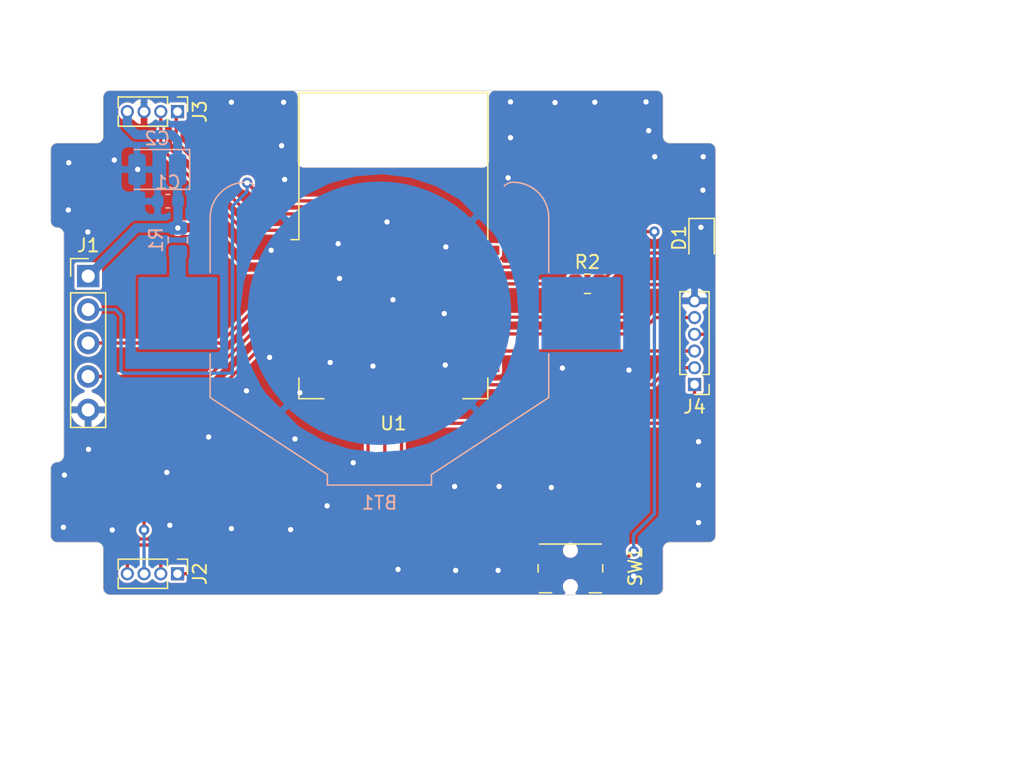
<source format=kicad_pcb>
(kicad_pcb (version 20171130) (host pcbnew "(5.1.8)-1")

  (general
    (thickness 1.6)
    (drawings 38)
    (tracks 212)
    (zones 0)
    (modules 12)
    (nets 27)
  )

  (page A4)
  (layers
    (0 F.Cu signal)
    (31 B.Cu signal)
    (32 B.Adhes user)
    (33 F.Adhes user)
    (34 B.Paste user)
    (35 F.Paste user)
    (36 B.SilkS user)
    (37 F.SilkS user)
    (38 B.Mask user)
    (39 F.Mask user)
    (40 Dwgs.User user)
    (41 Cmts.User user)
    (42 Eco1.User user)
    (43 Eco2.User user)
    (44 Edge.Cuts user)
    (45 Margin user)
    (46 B.CrtYd user)
    (47 F.CrtYd user)
    (48 B.Fab user)
    (49 F.Fab user)
  )

  (setup
    (last_trace_width 0.25)
    (trace_clearance 0.2)
    (zone_clearance 0)
    (zone_45_only no)
    (trace_min 0.2)
    (via_size 0.8)
    (via_drill 0.4)
    (via_min_size 0.4)
    (via_min_drill 0.3)
    (uvia_size 0.3)
    (uvia_drill 0.1)
    (uvias_allowed no)
    (uvia_min_size 0.2)
    (uvia_min_drill 0.1)
    (edge_width 0.05)
    (segment_width 0.2)
    (pcb_text_width 0.3)
    (pcb_text_size 1.5 1.5)
    (mod_edge_width 0.12)
    (mod_text_size 1 1)
    (mod_text_width 0.15)
    (pad_size 1.524 1.524)
    (pad_drill 0.762)
    (pad_to_mask_clearance 0)
    (aux_axis_origin 0 0)
    (visible_elements 7FFFFFFF)
    (pcbplotparams
      (layerselection 0x010f0_ffffffff)
      (usegerberextensions false)
      (usegerberattributes true)
      (usegerberadvancedattributes true)
      (creategerberjobfile true)
      (excludeedgelayer true)
      (linewidth 0.100000)
      (plotframeref false)
      (viasonmask false)
      (mode 1)
      (useauxorigin false)
      (hpglpennumber 1)
      (hpglpenspeed 20)
      (hpglpendiameter 15.000000)
      (psnegative false)
      (psa4output false)
      (plotreference true)
      (plotvalue true)
      (plotinvisibletext false)
      (padsonsilk false)
      (subtractmaskfromsilk false)
      (outputformat 1)
      (mirror false)
      (drillshape 0)
      (scaleselection 1)
      (outputdirectory ""))
  )

  (net 0 "")
  (net 1 +BATT)
  (net 2 GND)
  (net 3 +3V3)
  (net 4 /P1.0)
  (net 5 "Net-(D1-Pad2)")
  (net 6 /RESET)
  (net 7 /P2.2)
  (net 8 /P2.1)
  (net 9 /CS1)
  (net 10 /DC)
  (net 11 /RST)
  (net 12 /BUSY)
  (net 13 /CLK1)
  (net 14 /MOSI1)
  (net 15 /MISO0)
  (net 16 /CLK0)
  (net 17 /MOSI0)
  (net 18 /CS0)
  (net 19 /LED)
  (net 20 /SW)
  (net 21 "Net-(U1-Pad17)")
  (net 22 "Net-(U1-Pad9)")
  (net 23 "Net-(U1-Pad14)")
  (net 24 "Net-(U1-Pad16)")
  (net 25 "Net-(U1-Pad5)")
  (net 26 "Net-(U1-Pad8)")

  (net_class Default "This is the default net class."
    (clearance 0.2)
    (trace_width 0.25)
    (via_dia 0.8)
    (via_drill 0.4)
    (uvia_dia 0.3)
    (uvia_drill 0.1)
    (add_net +3V3)
    (add_net +BATT)
    (add_net /BUSY)
    (add_net /CLK0)
    (add_net /CLK1)
    (add_net /CS0)
    (add_net /CS1)
    (add_net /DC)
    (add_net /LED)
    (add_net /MISO0)
    (add_net /MOSI0)
    (add_net /MOSI1)
    (add_net /P1.0)
    (add_net /P2.1)
    (add_net /P2.2)
    (add_net /RESET)
    (add_net /RST)
    (add_net /SW)
    (add_net GND)
    (add_net "Net-(D1-Pad2)")
    (add_net "Net-(U1-Pad14)")
    (add_net "Net-(U1-Pad16)")
    (add_net "Net-(U1-Pad17)")
    (add_net "Net-(U1-Pad5)")
    (add_net "Net-(U1-Pad8)")
    (add_net "Net-(U1-Pad9)")
  )

  (module Battery:BatteryHolder_Keystone_3008_1x2450 (layer B.Cu) (tedit 5D9CBE11) (tstamp 609D4FCB)
    (at 112.7852 82.5754)
    (descr http://www.keyelco.com/product-pdf.cfm?p=786)
    (tags "Keystone type 3008 coin cell retainer")
    (path /609EB5D3)
    (attr smd)
    (fp_text reference BT1 (at 0 14.4) (layer B.SilkS)
      (effects (font (size 1 1) (thickness 0.15)) (justify mirror))
    )
    (fp_text value CR2450 (at 0 -14) (layer B.Fab)
      (effects (font (size 1 1) (thickness 0.15)) (justify mirror))
    )
    (fp_line (start 12.85 -3.1) (end 12.85 -7.3) (layer B.SilkS) (width 0.12))
    (fp_line (start -12.85 -3.1) (end -12.85 -7.3) (layer B.SilkS) (width 0.12))
    (fp_line (start 13.35 -3.25) (end 13.35 -7.3) (layer B.CrtYd) (width 0.05))
    (fp_circle (center 0 0) (end 12.25 0) (layer Dwgs.User) (width 0.15))
    (fp_line (start 4.45 13.55) (end 4.45 12.55) (layer B.CrtYd) (width 0.05))
    (fp_line (start -4.45 13.55) (end 4.45 13.55) (layer B.CrtYd) (width 0.05))
    (fp_line (start -4.45 13.55) (end -4.45 12.55) (layer B.CrtYd) (width 0.05))
    (fp_line (start 4.45 12.55) (end 13.35 6.7) (layer B.CrtYd) (width 0.05))
    (fp_line (start 13.35 6.7) (end 13.35 3.25) (layer B.CrtYd) (width 0.05))
    (fp_line (start 18.8 -3.25) (end 13.35 -3.25) (layer B.CrtYd) (width 0.05))
    (fp_line (start 18.8 3.25) (end 18.8 -3.25) (layer B.CrtYd) (width 0.05))
    (fp_line (start 13.35 3.25) (end 18.8 3.25) (layer B.CrtYd) (width 0.05))
    (fp_line (start -4.45 12.55) (end -13.35 6.7) (layer B.CrtYd) (width 0.05))
    (fp_line (start -18.8 3.25) (end -18.8 -3.25) (layer B.CrtYd) (width 0.05))
    (fp_line (start -18.8 -3.25) (end -13.35 -3.25) (layer B.CrtYd) (width 0.05))
    (fp_line (start -13.35 -3.25) (end -13.35 -7.3) (layer B.CrtYd) (width 0.05))
    (fp_line (start -13.35 3.25) (end -18.8 3.25) (layer B.CrtYd) (width 0.05))
    (fp_line (start -13.35 6.7) (end -13.35 3.25) (layer B.CrtYd) (width 0.05))
    (fp_line (start 12.85 6.4) (end 12.85 3.1) (layer B.SilkS) (width 0.12))
    (fp_line (start 3.95 12.25) (end 12.85 6.4) (layer B.SilkS) (width 0.12))
    (fp_line (start 3.95 13.05) (end 3.95 12.25) (layer B.SilkS) (width 0.12))
    (fp_line (start -3.95 13.05) (end 3.95 13.05) (layer B.SilkS) (width 0.12))
    (fp_line (start -3.95 13.05) (end -3.95 12.25) (layer B.SilkS) (width 0.12))
    (fp_line (start -3.95 12.25) (end -12.85 6.4) (layer B.SilkS) (width 0.12))
    (fp_line (start -12.85 6.4) (end -12.85 3.1) (layer B.SilkS) (width 0.12))
    (fp_line (start 3.8 12.2) (end 12.7 6.35) (layer B.Fab) (width 0.1))
    (fp_line (start 12.7 6.35) (end 12.7 -7.3) (layer B.Fab) (width 0.1))
    (fp_line (start -3.8 12.2) (end -12.7 6.35) (layer B.Fab) (width 0.1))
    (fp_line (start -12.7 6.35) (end -12.7 -7.3) (layer B.Fab) (width 0.1))
    (fp_line (start -3.8 12.9) (end -3.8 12.2) (layer B.Fab) (width 0.1))
    (fp_line (start 3.8 12.9) (end 3.8 12.2) (layer B.Fab) (width 0.1))
    (fp_line (start -3.8 12.9) (end 3.8 12.9) (layer B.Fab) (width 0.1))
    (fp_text user %R (at 0 0) (layer B.Fab)
      (effects (font (size 1 1) (thickness 0.15)) (justify mirror))
    )
    (fp_arc (start 0 0) (end 0 -12.8) (angle 41.7) (layer B.CrtYd) (width 0.05))
    (fp_arc (start 0 -21) (end 9.15 -10.05) (angle 3.2) (layer B.CrtYd) (width 0.05))
    (fp_arc (start 0 0) (end 0 -12.8) (angle -41.7) (layer B.CrtYd) (width 0.05))
    (fp_arc (start 0 -21) (end -9.15 -10.05) (angle -3.2) (layer B.CrtYd) (width 0.05))
    (fp_arc (start 10.15 -9) (end 10.15 -10.45) (angle -45) (layer B.CrtYd) (width 0.05))
    (fp_arc (start -10.15 -9) (end -10.15 -10.45) (angle 45) (layer B.CrtYd) (width 0.05))
    (fp_arc (start 10.15 -7.25) (end 10.15 -10.45) (angle 90) (layer B.CrtYd) (width 0.05))
    (fp_arc (start -10.15 -7.25) (end -10.15 -10.45) (angle -90) (layer B.CrtYd) (width 0.05))
    (fp_arc (start 10.15 -9) (end 10.15 -9.95) (angle -45) (layer B.SilkS) (width 0.12))
    (fp_arc (start -10.15 -9) (end -10.15 -9.95) (angle 45) (layer B.SilkS) (width 0.12))
    (fp_arc (start 10.15 -9) (end 10.15 -9.8) (angle -45) (layer B.Fab) (width 0.1))
    (fp_arc (start -10.15 -9) (end -10.15 -9.8) (angle 45) (layer B.Fab) (width 0.1))
    (fp_arc (start 0 -21) (end -9.6 -9.58) (angle -80) (layer B.Fab) (width 0.1))
    (fp_arc (start -10.15 -7.25) (end -10.15 -9.95) (angle -90) (layer B.SilkS) (width 0.12))
    (fp_arc (start 10.15 -7.25) (end 10.15 -9.95) (angle 90) (layer B.SilkS) (width 0.12))
    (fp_arc (start 10.15 -7.25) (end 10.15 -9.8) (angle 90) (layer B.Fab) (width 0.1))
    (fp_arc (start -10.15 -7.25) (end -10.15 -9.8) (angle -90) (layer B.Fab) (width 0.1))
    (pad 1 smd rect (at -15.3 0) (size 6 5.5) (layers B.Cu B.Paste B.Mask)
      (net 1 +BATT))
    (pad 1 smd rect (at 15.3 0) (size 6 5.5) (layers B.Cu B.Paste B.Mask)
      (net 1 +BATT))
    (pad 2 smd circle (at 0 0) (size 20 20) (layers B.Cu B.Mask)
      (net 2 GND))
    (model ${KISYS3DMOD}/Battery.3dshapes/BatteryHolder_Keystone_3008_1x2450.wrl
      (at (xyz 0 0 0))
      (scale (xyz 1 1 1))
      (rotate (xyz 0 0 0))
    )
  )

  (module Capacitor_SMD:C_0603_1608Metric (layer B.Cu) (tedit 5F68FEEE) (tstamp 609D4FDC)
    (at 96.7232 74.0664 180)
    (descr "Capacitor SMD 0603 (1608 Metric), square (rectangular) end terminal, IPC_7351 nominal, (Body size source: IPC-SM-782 page 76, https://www.pcb-3d.com/wordpress/wp-content/uploads/ipc-sm-782a_amendment_1_and_2.pdf), generated with kicad-footprint-generator")
    (tags capacitor)
    (path /5FDE1BF0)
    (attr smd)
    (fp_text reference C1 (at 0 1.43) (layer B.SilkS)
      (effects (font (size 1 1) (thickness 0.15)) (justify mirror))
    )
    (fp_text value 100nF (at 0 -1.43) (layer B.Fab)
      (effects (font (size 1 1) (thickness 0.15)) (justify mirror))
    )
    (fp_line (start 1.48 -0.73) (end -1.48 -0.73) (layer B.CrtYd) (width 0.05))
    (fp_line (start 1.48 0.73) (end 1.48 -0.73) (layer B.CrtYd) (width 0.05))
    (fp_line (start -1.48 0.73) (end 1.48 0.73) (layer B.CrtYd) (width 0.05))
    (fp_line (start -1.48 -0.73) (end -1.48 0.73) (layer B.CrtYd) (width 0.05))
    (fp_line (start -0.14058 -0.51) (end 0.14058 -0.51) (layer B.SilkS) (width 0.12))
    (fp_line (start -0.14058 0.51) (end 0.14058 0.51) (layer B.SilkS) (width 0.12))
    (fp_line (start 0.8 -0.4) (end -0.8 -0.4) (layer B.Fab) (width 0.1))
    (fp_line (start 0.8 0.4) (end 0.8 -0.4) (layer B.Fab) (width 0.1))
    (fp_line (start -0.8 0.4) (end 0.8 0.4) (layer B.Fab) (width 0.1))
    (fp_line (start -0.8 -0.4) (end -0.8 0.4) (layer B.Fab) (width 0.1))
    (fp_text user %R (at 0 0) (layer B.Fab)
      (effects (font (size 0.4 0.4) (thickness 0.06)) (justify mirror))
    )
    (pad 2 smd roundrect (at 0.775 0 180) (size 0.9 0.95) (layers B.Cu B.Paste B.Mask) (roundrect_rratio 0.25)
      (net 2 GND))
    (pad 1 smd roundrect (at -0.775 0 180) (size 0.9 0.95) (layers B.Cu B.Paste B.Mask) (roundrect_rratio 0.25)
      (net 3 +3V3))
    (model ${KISYS3DMOD}/Capacitor_SMD.3dshapes/C_0603_1608Metric.wrl
      (at (xyz 0 0 0))
      (scale (xyz 1 1 1))
      (rotate (xyz 0 0 0))
    )
  )

  (module Connector_PinHeader_2.54mm:PinHeader_1x05_P2.54mm_Vertical (layer F.Cu) (tedit 59FED5CC) (tstamp 609D502C)
    (at 90.678 79.756)
    (descr "Through hole straight pin header, 1x05, 2.54mm pitch, single row")
    (tags "Through hole pin header THT 1x05 2.54mm single row")
    (path /5FDD588D)
    (fp_text reference J1 (at 0 -2.33) (layer F.SilkS)
      (effects (font (size 1 1) (thickness 0.15)))
    )
    (fp_text value DEBUG (at 0.635 12.6492) (layer F.Fab)
      (effects (font (size 1 1) (thickness 0.15)))
    )
    (fp_line (start -0.635 -1.27) (end 1.27 -1.27) (layer F.Fab) (width 0.1))
    (fp_line (start 1.27 -1.27) (end 1.27 11.43) (layer F.Fab) (width 0.1))
    (fp_line (start 1.27 11.43) (end -1.27 11.43) (layer F.Fab) (width 0.1))
    (fp_line (start -1.27 11.43) (end -1.27 -0.635) (layer F.Fab) (width 0.1))
    (fp_line (start -1.27 -0.635) (end -0.635 -1.27) (layer F.Fab) (width 0.1))
    (fp_line (start -1.33 11.49) (end 1.33 11.49) (layer F.SilkS) (width 0.12))
    (fp_line (start -1.33 1.27) (end -1.33 11.49) (layer F.SilkS) (width 0.12))
    (fp_line (start 1.33 1.27) (end 1.33 11.49) (layer F.SilkS) (width 0.12))
    (fp_line (start -1.33 1.27) (end 1.33 1.27) (layer F.SilkS) (width 0.12))
    (fp_line (start -1.33 0) (end -1.33 -1.33) (layer F.SilkS) (width 0.12))
    (fp_line (start -1.33 -1.33) (end 0 -1.33) (layer F.SilkS) (width 0.12))
    (fp_line (start -1.8 -1.8) (end -1.8 11.95) (layer F.CrtYd) (width 0.05))
    (fp_line (start -1.8 11.95) (end 1.8 11.95) (layer F.CrtYd) (width 0.05))
    (fp_line (start 1.8 11.95) (end 1.8 -1.8) (layer F.CrtYd) (width 0.05))
    (fp_line (start 1.8 -1.8) (end -1.8 -1.8) (layer F.CrtYd) (width 0.05))
    (fp_text user %R (at 0 5.08 90) (layer F.Fab)
      (effects (font (size 1 1) (thickness 0.15)))
    )
    (pad 1 thru_hole rect (at 0 0) (size 1.7 1.7) (drill 1) (layers *.Cu *.Mask)
      (net 3 +3V3))
    (pad 2 thru_hole oval (at 0 2.54) (size 1.7 1.7) (drill 1) (layers *.Cu *.Mask)
      (net 6 /RESET))
    (pad 3 thru_hole oval (at 0 5.08) (size 1.7 1.7) (drill 1) (layers *.Cu *.Mask)
      (net 7 /P2.2))
    (pad 4 thru_hole oval (at 0 7.62) (size 1.7 1.7) (drill 1) (layers *.Cu *.Mask)
      (net 8 /P2.1))
    (pad 5 thru_hole oval (at 0 10.16) (size 1.7 1.7) (drill 1) (layers *.Cu *.Mask)
      (net 2 GND))
    (model ${KISYS3DMOD}/Connector_PinHeader_2.54mm.3dshapes/PinHeader_1x05_P2.54mm_Vertical.wrl
      (at (xyz 0 0 0))
      (scale (xyz 1 1 1))
      (rotate (xyz 0 0 0))
    )
  )

  (module Connector_PinHeader_1.27mm:PinHeader_1x04_P1.27mm_Vertical (layer F.Cu) (tedit 59FED6E3) (tstamp 609D5046)
    (at 97.4598 102.362 270)
    (descr "Through hole straight pin header, 1x04, 1.27mm pitch, single row")
    (tags "Through hole pin header THT 1x04 1.27mm single row")
    (path /609DCE48)
    (fp_text reference J2 (at 0 -1.695 90) (layer F.SilkS)
      (effects (font (size 1 1) (thickness 0.15)))
    )
    (fp_text value LCD (at 0 5.505 90) (layer F.Fab)
      (effects (font (size 1 1) (thickness 0.15)))
    )
    (fp_line (start 1.55 -1.15) (end -1.55 -1.15) (layer F.CrtYd) (width 0.05))
    (fp_line (start 1.55 4.95) (end 1.55 -1.15) (layer F.CrtYd) (width 0.05))
    (fp_line (start -1.55 4.95) (end 1.55 4.95) (layer F.CrtYd) (width 0.05))
    (fp_line (start -1.55 -1.15) (end -1.55 4.95) (layer F.CrtYd) (width 0.05))
    (fp_line (start -1.11 -0.76) (end 0 -0.76) (layer F.SilkS) (width 0.12))
    (fp_line (start -1.11 0) (end -1.11 -0.76) (layer F.SilkS) (width 0.12))
    (fp_line (start 0.563471 0.76) (end 1.11 0.76) (layer F.SilkS) (width 0.12))
    (fp_line (start -1.11 0.76) (end -0.563471 0.76) (layer F.SilkS) (width 0.12))
    (fp_line (start 1.11 0.76) (end 1.11 4.505) (layer F.SilkS) (width 0.12))
    (fp_line (start -1.11 0.76) (end -1.11 4.505) (layer F.SilkS) (width 0.12))
    (fp_line (start 0.30753 4.505) (end 1.11 4.505) (layer F.SilkS) (width 0.12))
    (fp_line (start -1.11 4.505) (end -0.30753 4.505) (layer F.SilkS) (width 0.12))
    (fp_line (start -1.05 -0.11) (end -0.525 -0.635) (layer F.Fab) (width 0.1))
    (fp_line (start -1.05 4.445) (end -1.05 -0.11) (layer F.Fab) (width 0.1))
    (fp_line (start 1.05 4.445) (end -1.05 4.445) (layer F.Fab) (width 0.1))
    (fp_line (start 1.05 -0.635) (end 1.05 4.445) (layer F.Fab) (width 0.1))
    (fp_line (start -0.525 -0.635) (end 1.05 -0.635) (layer F.Fab) (width 0.1))
    (fp_text user %R (at 0 1.905) (layer F.Fab)
      (effects (font (size 1 1) (thickness 0.15)))
    )
    (pad 4 thru_hole oval (at 0 3.81 270) (size 1 1) (drill 0.65) (layers *.Cu *.Mask)
      (net 9 /CS1))
    (pad 3 thru_hole oval (at 0 2.54 270) (size 1 1) (drill 0.65) (layers *.Cu *.Mask)
      (net 10 /DC))
    (pad 2 thru_hole oval (at 0 1.27 270) (size 1 1) (drill 0.65) (layers *.Cu *.Mask)
      (net 11 /RST))
    (pad 1 thru_hole rect (at 0 0 270) (size 1 1) (drill 0.65) (layers *.Cu *.Mask)
      (net 12 /BUSY))
    (model ${KISYS3DMOD}/Connector_PinHeader_1.27mm.3dshapes/PinHeader_1x04_P1.27mm_Vertical.wrl
      (at (xyz 0 0 0))
      (scale (xyz 1 1 1))
      (rotate (xyz 0 0 0))
    )
  )

  (module Connector_PinHeader_1.27mm:PinHeader_1x04_P1.27mm_Vertical (layer F.Cu) (tedit 59FED6E3) (tstamp 609D5060)
    (at 97.4598 67.2592 270)
    (descr "Through hole straight pin header, 1x04, 1.27mm pitch, single row")
    (tags "Through hole pin header THT 1x04 1.27mm single row")
    (path /609D96D1)
    (fp_text reference J3 (at 0 -1.695 90) (layer F.SilkS)
      (effects (font (size 1 1) (thickness 0.15)))
    )
    (fp_text value LCD (at 0 5.505 90) (layer F.Fab)
      (effects (font (size 1 1) (thickness 0.15)))
    )
    (fp_line (start -0.525 -0.635) (end 1.05 -0.635) (layer F.Fab) (width 0.1))
    (fp_line (start 1.05 -0.635) (end 1.05 4.445) (layer F.Fab) (width 0.1))
    (fp_line (start 1.05 4.445) (end -1.05 4.445) (layer F.Fab) (width 0.1))
    (fp_line (start -1.05 4.445) (end -1.05 -0.11) (layer F.Fab) (width 0.1))
    (fp_line (start -1.05 -0.11) (end -0.525 -0.635) (layer F.Fab) (width 0.1))
    (fp_line (start -1.11 4.505) (end -0.30753 4.505) (layer F.SilkS) (width 0.12))
    (fp_line (start 0.30753 4.505) (end 1.11 4.505) (layer F.SilkS) (width 0.12))
    (fp_line (start -1.11 0.76) (end -1.11 4.505) (layer F.SilkS) (width 0.12))
    (fp_line (start 1.11 0.76) (end 1.11 4.505) (layer F.SilkS) (width 0.12))
    (fp_line (start -1.11 0.76) (end -0.563471 0.76) (layer F.SilkS) (width 0.12))
    (fp_line (start 0.563471 0.76) (end 1.11 0.76) (layer F.SilkS) (width 0.12))
    (fp_line (start -1.11 0) (end -1.11 -0.76) (layer F.SilkS) (width 0.12))
    (fp_line (start -1.11 -0.76) (end 0 -0.76) (layer F.SilkS) (width 0.12))
    (fp_line (start -1.55 -1.15) (end -1.55 4.95) (layer F.CrtYd) (width 0.05))
    (fp_line (start -1.55 4.95) (end 1.55 4.95) (layer F.CrtYd) (width 0.05))
    (fp_line (start 1.55 4.95) (end 1.55 -1.15) (layer F.CrtYd) (width 0.05))
    (fp_line (start 1.55 -1.15) (end -1.55 -1.15) (layer F.CrtYd) (width 0.05))
    (fp_text user %R (at 0 1.905) (layer F.Fab)
      (effects (font (size 1 1) (thickness 0.15)))
    )
    (pad 1 thru_hole rect (at 0 0 270) (size 1 1) (drill 0.65) (layers *.Cu *.Mask)
      (net 13 /CLK1))
    (pad 2 thru_hole oval (at 0 1.27 270) (size 1 1) (drill 0.65) (layers *.Cu *.Mask)
      (net 14 /MOSI1))
    (pad 3 thru_hole oval (at 0 2.54 270) (size 1 1) (drill 0.65) (layers *.Cu *.Mask)
      (net 2 GND))
    (pad 4 thru_hole oval (at 0 3.81 270) (size 1 1) (drill 0.65) (layers *.Cu *.Mask)
      (net 3 +3V3))
    (model ${KISYS3DMOD}/Connector_PinHeader_1.27mm.3dshapes/PinHeader_1x04_P1.27mm_Vertical.wrl
      (at (xyz 0 0 0))
      (scale (xyz 1 1 1))
      (rotate (xyz 0 0 0))
    )
  )

  (module Connector_PinHeader_1.27mm:PinHeader_1x06_P1.27mm_Vertical (layer F.Cu) (tedit 59FED6E3) (tstamp 609D507C)
    (at 136.7028 87.9856 180)
    (descr "Through hole straight pin header, 1x06, 1.27mm pitch, single row")
    (tags "Through hole pin header THT 1x06 1.27mm single row")
    (path /609E0311)
    (fp_text reference J4 (at 0 -1.695) (layer F.SilkS)
      (effects (font (size 1 1) (thickness 0.15)))
    )
    (fp_text value Sensor (at 2.286 3.5814 90) (layer F.Fab)
      (effects (font (size 1 1) (thickness 0.15)))
    )
    (fp_line (start -0.525 -0.635) (end 1.05 -0.635) (layer F.Fab) (width 0.1))
    (fp_line (start 1.05 -0.635) (end 1.05 6.985) (layer F.Fab) (width 0.1))
    (fp_line (start 1.05 6.985) (end -1.05 6.985) (layer F.Fab) (width 0.1))
    (fp_line (start -1.05 6.985) (end -1.05 -0.11) (layer F.Fab) (width 0.1))
    (fp_line (start -1.05 -0.11) (end -0.525 -0.635) (layer F.Fab) (width 0.1))
    (fp_line (start -1.11 7.045) (end -0.30753 7.045) (layer F.SilkS) (width 0.12))
    (fp_line (start 0.30753 7.045) (end 1.11 7.045) (layer F.SilkS) (width 0.12))
    (fp_line (start -1.11 0.76) (end -1.11 7.045) (layer F.SilkS) (width 0.12))
    (fp_line (start 1.11 0.76) (end 1.11 7.045) (layer F.SilkS) (width 0.12))
    (fp_line (start -1.11 0.76) (end -0.563471 0.76) (layer F.SilkS) (width 0.12))
    (fp_line (start 0.563471 0.76) (end 1.11 0.76) (layer F.SilkS) (width 0.12))
    (fp_line (start -1.11 0) (end -1.11 -0.76) (layer F.SilkS) (width 0.12))
    (fp_line (start -1.11 -0.76) (end 0 -0.76) (layer F.SilkS) (width 0.12))
    (fp_line (start -1.55 -1.15) (end -1.55 7.5) (layer F.CrtYd) (width 0.05))
    (fp_line (start -1.55 7.5) (end 1.55 7.5) (layer F.CrtYd) (width 0.05))
    (fp_line (start 1.55 7.5) (end 1.55 -1.15) (layer F.CrtYd) (width 0.05))
    (fp_line (start 1.55 -1.15) (end -1.55 -1.15) (layer F.CrtYd) (width 0.05))
    (fp_text user %R (at 0 3.175 90) (layer F.Fab)
      (effects (font (size 1 1) (thickness 0.15)))
    )
    (pad 1 thru_hole rect (at 0 0 180) (size 1 1) (drill 0.65) (layers *.Cu *.Mask)
      (net 4 /P1.0))
    (pad 2 thru_hole oval (at 0 1.27 180) (size 1 1) (drill 0.65) (layers *.Cu *.Mask)
      (net 15 /MISO0))
    (pad 3 thru_hole oval (at 0 2.54 180) (size 1 1) (drill 0.65) (layers *.Cu *.Mask)
      (net 16 /CLK0))
    (pad 4 thru_hole oval (at 0 3.81 180) (size 1 1) (drill 0.65) (layers *.Cu *.Mask)
      (net 17 /MOSI0))
    (pad 5 thru_hole oval (at 0 5.08 180) (size 1 1) (drill 0.65) (layers *.Cu *.Mask)
      (net 18 /CS0))
    (pad 6 thru_hole oval (at 0 6.35 180) (size 1 1) (drill 0.65) (layers *.Cu *.Mask)
      (net 2 GND))
    (model ${KISYS3DMOD}/Connector_PinHeader_1.27mm.3dshapes/PinHeader_1x06_P1.27mm_Vertical.wrl
      (at (xyz 0 0 0))
      (scale (xyz 1 1 1))
      (rotate (xyz 0 0 0))
    )
  )

  (module Resistor_SMD:R_0805_2012Metric (layer F.Cu) (tedit 5F68FEEE) (tstamp 609D509E)
    (at 128.5729 80.3402)
    (descr "Resistor SMD 0805 (2012 Metric), square (rectangular) end terminal, IPC_7351 nominal, (Body size source: IPC-SM-782 page 72, https://www.pcb-3d.com/wordpress/wp-content/uploads/ipc-sm-782a_amendment_1_and_2.pdf), generated with kicad-footprint-generator")
    (tags resistor)
    (path /5FDE9AAA)
    (attr smd)
    (fp_text reference R2 (at 0 -1.65) (layer F.SilkS)
      (effects (font (size 1 1) (thickness 0.15)))
    )
    (fp_text value 1k (at 0 1.65) (layer F.Fab)
      (effects (font (size 1 1) (thickness 0.15)))
    )
    (fp_line (start -1 0.625) (end -1 -0.625) (layer F.Fab) (width 0.1))
    (fp_line (start -1 -0.625) (end 1 -0.625) (layer F.Fab) (width 0.1))
    (fp_line (start 1 -0.625) (end 1 0.625) (layer F.Fab) (width 0.1))
    (fp_line (start 1 0.625) (end -1 0.625) (layer F.Fab) (width 0.1))
    (fp_line (start -0.227064 -0.735) (end 0.227064 -0.735) (layer F.SilkS) (width 0.12))
    (fp_line (start -0.227064 0.735) (end 0.227064 0.735) (layer F.SilkS) (width 0.12))
    (fp_line (start -1.68 0.95) (end -1.68 -0.95) (layer F.CrtYd) (width 0.05))
    (fp_line (start -1.68 -0.95) (end 1.68 -0.95) (layer F.CrtYd) (width 0.05))
    (fp_line (start 1.68 -0.95) (end 1.68 0.95) (layer F.CrtYd) (width 0.05))
    (fp_line (start 1.68 0.95) (end -1.68 0.95) (layer F.CrtYd) (width 0.05))
    (fp_text user %R (at 0 0) (layer F.Fab)
      (effects (font (size 0.5 0.5) (thickness 0.08)))
    )
    (pad 1 smd roundrect (at -0.9125 0) (size 1.025 1.4) (layers F.Cu F.Paste F.Mask) (roundrect_rratio 0.2439014634146341)
      (net 19 /LED))
    (pad 2 smd roundrect (at 0.9125 0) (size 1.025 1.4) (layers F.Cu F.Paste F.Mask) (roundrect_rratio 0.2439014634146341)
      (net 5 "Net-(D1-Pad2)"))
    (model ${KISYS3DMOD}/Resistor_SMD.3dshapes/R_0805_2012Metric.wrl
      (at (xyz 0 0 0))
      (scale (xyz 1 1 1))
      (rotate (xyz 0 0 0))
    )
  )

  (module Resistor_SMD:R_0805_2012Metric (layer B.Cu) (tedit 5F68FEEE) (tstamp 609D50AF)
    (at 97.4852 77.0109 270)
    (descr "Resistor SMD 0805 (2012 Metric), square (rectangular) end terminal, IPC_7351 nominal, (Body size source: IPC-SM-782 page 72, https://www.pcb-3d.com/wordpress/wp-content/uploads/ipc-sm-782a_amendment_1_and_2.pdf), generated with kicad-footprint-generator")
    (tags resistor)
    (path /5FE29432)
    (attr smd)
    (fp_text reference R1 (at 0 1.65 90) (layer B.SilkS)
      (effects (font (size 1 1) (thickness 0.15)) (justify mirror))
    )
    (fp_text value 0 (at 0 -1.65 90) (layer B.Fab)
      (effects (font (size 1 1) (thickness 0.15)) (justify mirror))
    )
    (fp_line (start 1.68 -0.95) (end -1.68 -0.95) (layer B.CrtYd) (width 0.05))
    (fp_line (start 1.68 0.95) (end 1.68 -0.95) (layer B.CrtYd) (width 0.05))
    (fp_line (start -1.68 0.95) (end 1.68 0.95) (layer B.CrtYd) (width 0.05))
    (fp_line (start -1.68 -0.95) (end -1.68 0.95) (layer B.CrtYd) (width 0.05))
    (fp_line (start -0.227064 -0.735) (end 0.227064 -0.735) (layer B.SilkS) (width 0.12))
    (fp_line (start -0.227064 0.735) (end 0.227064 0.735) (layer B.SilkS) (width 0.12))
    (fp_line (start 1 -0.625) (end -1 -0.625) (layer B.Fab) (width 0.1))
    (fp_line (start 1 0.625) (end 1 -0.625) (layer B.Fab) (width 0.1))
    (fp_line (start -1 0.625) (end 1 0.625) (layer B.Fab) (width 0.1))
    (fp_line (start -1 -0.625) (end -1 0.625) (layer B.Fab) (width 0.1))
    (fp_text user %R (at 0 0 90) (layer B.Fab)
      (effects (font (size 0.5 0.5) (thickness 0.08)) (justify mirror))
    )
    (pad 2 smd roundrect (at 0.9125 0 270) (size 1.025 1.4) (layers B.Cu B.Paste B.Mask) (roundrect_rratio 0.2439014634146341)
      (net 1 +BATT))
    (pad 1 smd roundrect (at -0.9125 0 270) (size 1.025 1.4) (layers B.Cu B.Paste B.Mask) (roundrect_rratio 0.2439014634146341)
      (net 3 +3V3))
    (model ${KISYS3DMOD}/Resistor_SMD.3dshapes/R_0805_2012Metric.wrl
      (at (xyz 0 0 0))
      (scale (xyz 1 1 1))
      (rotate (xyz 0 0 0))
    )
  )

  (module Button_Switch_SMD:Panasonic_EVQPUL_EVQPUC (layer F.Cu) (tedit 5A02FC95) (tstamp 609D50CA)
    (at 127.2794 101.9556 180)
    (descr http://industrial.panasonic.com/cdbs/www-data/pdf/ATV0000/ATV0000CE5.pdf)
    (tags "SMD SMT SPST EVQPUL EVQPUC")
    (path /5FE076A3)
    (attr smd)
    (fp_text reference SW1 (at -4.9276 0.1524 90) (layer F.SilkS)
      (effects (font (size 1 1) (thickness 0.15)))
    )
    (fp_text value SW (at 0 3.5) (layer F.Fab)
      (effects (font (size 1 1) (thickness 0.15)))
    )
    (fp_line (start 3.9 2.25) (end 3.9 -3.25) (layer F.CrtYd) (width 0.05))
    (fp_line (start 2.35 -1.85) (end 1.425 -1.85) (layer F.SilkS) (width 0.12))
    (fp_line (start 2.35 1.85) (end -2.35 1.85) (layer F.SilkS) (width 0.12))
    (fp_line (start -2.45 0.275) (end -2.45 -0.275) (layer F.SilkS) (width 0.12))
    (fp_line (start -1.3 -2.75) (end -1.3 -1.75) (layer F.Fab) (width 0.1))
    (fp_line (start 1.3 -2.75) (end 1.3 -1.75) (layer F.Fab) (width 0.1))
    (fp_line (start 1.3 -2.75) (end -1.3 -2.75) (layer F.Fab) (width 0.1))
    (fp_line (start 2.35 1.75) (end 2.35 -1.75) (layer F.Fab) (width 0.1))
    (fp_line (start -2.35 1.75) (end -2.35 -1.75) (layer F.Fab) (width 0.1))
    (fp_line (start 2.35 -1.75) (end -2.35 -1.75) (layer F.Fab) (width 0.1))
    (fp_line (start 2.35 1.75) (end -2.35 1.75) (layer F.Fab) (width 0.1))
    (fp_line (start 2.45 0.275) (end 2.45 -0.275) (layer F.SilkS) (width 0.12))
    (fp_line (start -1.425 -1.85) (end -2.35 -1.85) (layer F.SilkS) (width 0.12))
    (fp_line (start -3.9 2.25) (end -3.9 -3.25) (layer F.CrtYd) (width 0.05))
    (fp_line (start 3.9 2.25) (end -3.9 2.25) (layer F.CrtYd) (width 0.05))
    (fp_line (start 3.9 -3.25) (end -3.9 -3.25) (layer F.CrtYd) (width 0.05))
    (fp_text user %R (at 0 0) (layer F.Fab)
      (effects (font (size 1 1) (thickness 0.15)))
    )
    (pad 2 smd rect (at 2.625 0.85) (size 1.55 1) (layers F.Cu F.Paste F.Mask)
      (net 20 /SW))
    (pad 2 smd rect (at -2.625 0.85) (size 1.55 1) (layers F.Cu F.Paste F.Mask)
      (net 20 /SW))
    (pad 1 smd rect (at -2.625 -0.85) (size 1.55 1) (layers F.Cu F.Paste F.Mask)
      (net 2 GND))
    (pad 1 smd rect (at 2.625 -0.85) (size 1.55 1) (layers F.Cu F.Paste F.Mask)
      (net 2 GND))
    (pad "" np_thru_hole circle (at 0 1.375) (size 0.75 0.75) (drill 0.75) (layers *.Cu *.Mask))
    (pad "" np_thru_hole circle (at 0 -1.375) (size 0.75 0.75) (drill 0.75) (layers *.Cu *.Mask))
    (model ${KISYS3DMOD}/Button_Switch_SMD.3dshapes/Panasonic_EVQPUL_EVQPUC.wrl
      (at (xyz 0 0 0))
      (scale (xyz 1 1 1))
      (rotate (xyz 0 0 0))
    )
  )

  (module RF_Module:E18-MS1-PCB (layer F.Cu) (tedit 5ACF9A19) (tstamp 609D5115)
    (at 113.8428 77.4446)
    (descr http://www.cdebyte.com/en/downpdf.aspx?id=122)
    (tags Zigbee)
    (path /5FDCAD61)
    (attr smd)
    (fp_text reference U1 (at 0 13.5 180) (layer F.SilkS)
      (effects (font (size 1 1) (thickness 0.15)))
    )
    (fp_text value E18-MS1-PCB (at 9.2202 -5.8674 270) (layer F.Fab)
      (effects (font (size 1 1) (thickness 0.15)))
    )
    (fp_line (start 7.05 11.5) (end -7.05 11.5) (layer F.Fab) (width 0.1))
    (fp_line (start -7.05 -11.5) (end 7.05 -11.5) (layer F.Fab) (width 0.1))
    (fp_line (start 7.05 -11.5) (end 7.05 11.5) (layer F.Fab) (width 0.1))
    (fp_line (start 7.05 -6) (end -7.05 -6) (layer F.Fab) (width 0.1))
    (fp_line (start -8.3 12.75) (end -8.3 -11.75) (layer F.CrtYd) (width 0.05))
    (fp_line (start -8.3 -11.75) (end 8.3 -11.75) (layer F.CrtYd) (width 0.05))
    (fp_line (start 8.3 -11.75) (end 8.3 12.75) (layer F.CrtYd) (width 0.05))
    (fp_line (start 8.3 12.75) (end -8.3 12.75) (layer F.CrtYd) (width 0.05))
    (fp_line (start -7.17 11.62) (end -7.17 10.05) (layer F.SilkS) (width 0.12))
    (fp_line (start -7.17 11.62) (end -5.28 11.62) (layer F.SilkS) (width 0.12))
    (fp_line (start 5.28 11.62) (end 7.17 11.62) (layer F.SilkS) (width 0.12))
    (fp_line (start 7.17 11.62) (end 7.17 10.05) (layer F.SilkS) (width 0.12))
    (fp_line (start 7.17 -0.46) (end 7.17 -11.62) (layer F.SilkS) (width 0.12))
    (fp_line (start 7.17 -11.62) (end -7.17 -11.62) (layer F.SilkS) (width 0.12))
    (fp_line (start -7.17 -11.62) (end -7.17 -0.46) (layer F.SilkS) (width 0.12))
    (fp_line (start -7.05 -6) (end -7.05 -11.5) (layer Dwgs.User) (width 0.1))
    (fp_line (start -7.05 -11.5) (end 7.05 -11.5) (layer Dwgs.User) (width 0.1))
    (fp_line (start 7.05 -11.5) (end 7.05 -6) (layer Dwgs.User) (width 0.1))
    (fp_line (start 7.05 -6) (end -7.05 -6) (layer Dwgs.User) (width 0.1))
    (fp_line (start -6 -6) (end -7.05 -7.05) (layer Dwgs.User) (width 0.1))
    (fp_line (start -5 -6) (end -7.05 -8.05) (layer Dwgs.User) (width 0.1))
    (fp_line (start -4 -6) (end -7.05 -9.05) (layer Dwgs.User) (width 0.1))
    (fp_line (start -3 -6) (end -7.05 -10.05) (layer Dwgs.User) (width 0.1))
    (fp_line (start -2 -6) (end -7.05 -11.05) (layer Dwgs.User) (width 0.1))
    (fp_line (start -1 -6) (end -6.5 -11.5) (layer Dwgs.User) (width 0.1))
    (fp_line (start 0 -6) (end -5.5 -11.5) (layer Dwgs.User) (width 0.1))
    (fp_line (start 1 -6) (end -4.5 -11.5) (layer Dwgs.User) (width 0.1))
    (fp_line (start 2 -6) (end -3.5 -11.5) (layer Dwgs.User) (width 0.1))
    (fp_line (start 3 -6) (end -2.5 -11.5) (layer Dwgs.User) (width 0.1))
    (fp_line (start 4 -6) (end -1.5 -11.5) (layer Dwgs.User) (width 0.1))
    (fp_line (start 5 -6) (end -0.5 -11.5) (layer Dwgs.User) (width 0.1))
    (fp_line (start 6 -6) (end 0.5 -11.5) (layer Dwgs.User) (width 0.1))
    (fp_line (start 7 -6) (end 1.5 -11.5) (layer Dwgs.User) (width 0.1))
    (fp_line (start 2.5 -11.5) (end 7.05 -6.95) (layer Dwgs.User) (width 0.1))
    (fp_line (start 7.05 -7.95) (end 3.5 -11.5) (layer Dwgs.User) (width 0.1))
    (fp_line (start 4.5 -11.5) (end 7.05 -8.95) (layer Dwgs.User) (width 0.1))
    (fp_line (start 7.05 -9.95) (end 5.5 -11.5) (layer Dwgs.User) (width 0.1))
    (fp_line (start 6.5 -11.5) (end 7.05 -10.95) (layer Dwgs.User) (width 0.1))
    (fp_line (start -7.17 -0.46) (end -7.77 -0.46) (layer F.SilkS) (width 0.12))
    (fp_line (start -7.05 0) (end -6.7 0.35) (layer F.Fab) (width 0.1))
    (fp_line (start -6.7 0.35) (end -7.05 0.7) (layer F.Fab) (width 0.1))
    (fp_line (start -7.05 -11.5) (end -7.05 0) (layer F.Fab) (width 0.1))
    (fp_line (start -7.05 0.7) (end -7.05 11.5) (layer F.Fab) (width 0.1))
    (fp_text user %R (at 0 0 180) (layer F.Fab)
      (effects (font (size 1 1) (thickness 0.15)))
    )
    (fp_text user "KEEP-OUT ZONE" (at -0.035801 -9.692201 180) (layer Cmts.User)
      (effects (font (size 1 1) (thickness 0.15)))
    )
    (fp_text user "No metal, traces, or components" (at 0 -8 180) (layer Cmts.User)
      (effects (font (size 0.4 0.4) (thickness 0.06)))
    )
    (fp_text user "on any PCB layer." (at 0 -7 180) (layer Cmts.User)
      (effects (font (size 0.4 0.4) (thickness 0.06)))
    )
    (pad 17 smd rect (at 7.05 9.24 90) (size 0.7 2) (layers F.Cu F.Paste F.Mask)
      (net 21 "Net-(U1-Pad17)"))
    (pad 18 smd rect (at 7.05 7.97 90) (size 0.7 2) (layers F.Cu F.Paste F.Mask)
      (net 16 /CLK0))
    (pad 19 smd rect (at 7.05 6.7 90) (size 0.7 2) (layers F.Cu F.Paste F.Mask)
      (net 18 /CS0))
    (pad 20 smd rect (at 7.05 5.43 90) (size 0.7 2) (layers F.Cu F.Paste F.Mask)
      (net 17 /MOSI0))
    (pad 21 smd rect (at 7.05 4.16 90) (size 0.7 2) (layers F.Cu F.Paste F.Mask)
      (net 15 /MISO0))
    (pad 22 smd rect (at 7.05 2.89 90) (size 0.7 2) (layers F.Cu F.Paste F.Mask)
      (net 19 /LED))
    (pad 23 smd rect (at 7.05 1.62 90) (size 0.7 2) (layers F.Cu F.Paste F.Mask)
      (net 20 /SW))
    (pad 24 smd rect (at 7.05 0.35 90) (size 0.7 2) (layers F.Cu F.Paste F.Mask)
      (net 6 /RESET))
    (pad 9 smd rect (at -4.46 11.5 180) (size 0.7 2) (layers F.Cu F.Paste F.Mask)
      (net 22 "Net-(U1-Pad9)"))
    (pad 10 smd rect (at -3.19 11.5 180) (size 0.7 2) (layers F.Cu F.Paste F.Mask)
      (net 13 /CLK1))
    (pad 11 smd rect (at -1.92 11.5 180) (size 0.7 2) (layers F.Cu F.Paste F.Mask)
      (net 9 /CS1))
    (pad 12 smd rect (at -0.65 11.5 180) (size 0.7 2) (layers F.Cu F.Paste F.Mask)
      (net 11 /RST))
    (pad 13 smd rect (at 0.62 11.5 180) (size 0.7 2) (layers F.Cu F.Paste F.Mask)
      (net 12 /BUSY))
    (pad 14 smd rect (at 1.89 11.5 180) (size 0.7 2) (layers F.Cu F.Paste F.Mask)
      (net 23 "Net-(U1-Pad14)"))
    (pad 15 smd rect (at 3.16 11.5 180) (size 0.7 2) (layers F.Cu F.Paste F.Mask)
      (net 4 /P1.0))
    (pad 16 smd rect (at 4.43 11.5 180) (size 0.7 2) (layers F.Cu F.Paste F.Mask)
      (net 24 "Net-(U1-Pad16)"))
    (pad 1 smd rect (at -7.05 0.35 270) (size 0.7 2) (layers F.Cu F.Paste F.Mask)
      (net 2 GND))
    (pad 2 smd rect (at -7.05 1.62 270) (size 0.7 2) (layers F.Cu F.Paste F.Mask)
      (net 3 +3V3))
    (pad 3 smd rect (at -7.05 2.89 270) (size 0.7 2) (layers F.Cu F.Paste F.Mask)
      (net 7 /P2.2))
    (pad 4 smd rect (at -7.05 4.16 270) (size 0.7 2) (layers F.Cu F.Paste F.Mask)
      (net 8 /P2.1))
    (pad 5 smd rect (at -7.05 5.43 270) (size 0.7 2) (layers F.Cu F.Paste F.Mask)
      (net 25 "Net-(U1-Pad5)"))
    (pad 6 smd rect (at -7.05 6.7 270) (size 0.7 2) (layers F.Cu F.Paste F.Mask)
      (net 10 /DC))
    (pad 7 smd rect (at -7.05 7.97 270) (size 0.7 2) (layers F.Cu F.Paste F.Mask)
      (net 14 /MOSI1))
    (pad 8 smd rect (at -7.05 9.24 270) (size 0.7 2) (layers F.Cu F.Paste F.Mask)
      (net 26 "Net-(U1-Pad8)"))
    (model ${KISYS3DMOD}/RF_Module.3dshapes/E18-MS1-PCB.wrl
      (at (xyz 0 0 0))
      (scale (xyz 1 1 1))
      (rotate (xyz 0 0 0))
    )
  )

  (module Capacitor_Tantalum_SMD:CP_EIA-3528-15_AVX-H (layer B.Cu) (tedit 5EBA9318) (tstamp 60A288D6)
    (at 95.9239 71.6534 180)
    (descr "Tantalum Capacitor SMD AVX-H (3528-15 Metric), IPC_7351 nominal, (Body size from: http://www.kemet.com/Lists/ProductCatalog/Attachments/253/KEM_TC101_STD.pdf), generated with kicad-footprint-generator")
    (tags "capacitor tantalum")
    (path /60A38B0D)
    (attr smd)
    (fp_text reference C2 (at 0 2.35) (layer B.SilkS)
      (effects (font (size 1 1) (thickness 0.15)) (justify mirror))
    )
    (fp_text value 100uF (at 0 -2.35) (layer B.Fab)
      (effects (font (size 1 1) (thickness 0.15)) (justify mirror))
    )
    (fp_line (start 2.45 -1.65) (end -2.45 -1.65) (layer B.CrtYd) (width 0.05))
    (fp_line (start 2.45 1.65) (end 2.45 -1.65) (layer B.CrtYd) (width 0.05))
    (fp_line (start -2.45 1.65) (end 2.45 1.65) (layer B.CrtYd) (width 0.05))
    (fp_line (start -2.45 -1.65) (end -2.45 1.65) (layer B.CrtYd) (width 0.05))
    (fp_line (start -2.46 -1.51) (end 1.75 -1.51) (layer B.SilkS) (width 0.12))
    (fp_line (start -2.46 1.51) (end -2.46 -1.51) (layer B.SilkS) (width 0.12))
    (fp_line (start 1.75 1.51) (end -2.46 1.51) (layer B.SilkS) (width 0.12))
    (fp_line (start 1.75 -1.4) (end 1.75 1.4) (layer B.Fab) (width 0.1))
    (fp_line (start -1.75 -1.4) (end 1.75 -1.4) (layer B.Fab) (width 0.1))
    (fp_line (start -1.75 0.7) (end -1.75 -1.4) (layer B.Fab) (width 0.1))
    (fp_line (start -1.05 1.4) (end -1.75 0.7) (layer B.Fab) (width 0.1))
    (fp_line (start 1.75 1.4) (end -1.05 1.4) (layer B.Fab) (width 0.1))
    (fp_text user %R (at 0 0) (layer B.Fab)
      (effects (font (size 0.88 0.88) (thickness 0.13)) (justify mirror))
    )
    (pad 1 smd roundrect (at -1.5375 0 180) (size 1.325 2.35) (layers B.Cu B.Paste B.Mask) (roundrect_rratio 0.1886784905660377)
      (net 3 +3V3))
    (pad 2 smd roundrect (at 1.5375 0 180) (size 1.325 2.35) (layers B.Cu B.Paste B.Mask) (roundrect_rratio 0.1886784905660377)
      (net 2 GND))
    (model ${KISYS3DMOD}/Capacitor_Tantalum_SMD.3dshapes/CP_EIA-3528-15_AVX-H.wrl
      (at (xyz 0 0 0))
      (scale (xyz 1 1 1))
      (rotate (xyz 0 0 0))
    )
  )

  (module LED_SMD:LED_0805_2012Metric (layer F.Cu) (tedit 5F68FEF1) (tstamp 60A37CCD)
    (at 137.2362 77.0636 270)
    (descr "LED SMD 0805 (2012 Metric), square (rectangular) end terminal, IPC_7351 nominal, (Body size source: https://docs.google.com/spreadsheets/d/1BsfQQcO9C6DZCsRaXUlFlo91Tg2WpOkGARC1WS5S8t0/edit?usp=sharing), generated with kicad-footprint-generator")
    (tags LED)
    (path /5FDEA38C)
    (attr smd)
    (fp_text reference D1 (at -0.2032 1.7018 90) (layer F.SilkS)
      (effects (font (size 1 1) (thickness 0.15)))
    )
    (fp_text value LED (at -3.1519 -0.0254 90) (layer F.Fab)
      (effects (font (size 1 1) (thickness 0.15)))
    )
    (fp_line (start 1.68 0.95) (end -1.68 0.95) (layer F.CrtYd) (width 0.05))
    (fp_line (start 1.68 -0.95) (end 1.68 0.95) (layer F.CrtYd) (width 0.05))
    (fp_line (start -1.68 -0.95) (end 1.68 -0.95) (layer F.CrtYd) (width 0.05))
    (fp_line (start -1.68 0.95) (end -1.68 -0.95) (layer F.CrtYd) (width 0.05))
    (fp_line (start -1.685 0.96) (end 1 0.96) (layer F.SilkS) (width 0.12))
    (fp_line (start -1.685 -0.96) (end -1.685 0.96) (layer F.SilkS) (width 0.12))
    (fp_line (start 1 -0.96) (end -1.685 -0.96) (layer F.SilkS) (width 0.12))
    (fp_line (start 1 0.6) (end 1 -0.6) (layer F.Fab) (width 0.1))
    (fp_line (start -1 0.6) (end 1 0.6) (layer F.Fab) (width 0.1))
    (fp_line (start -1 -0.3) (end -1 0.6) (layer F.Fab) (width 0.1))
    (fp_line (start -0.7 -0.6) (end -1 -0.3) (layer F.Fab) (width 0.1))
    (fp_line (start 1 -0.6) (end -0.7 -0.6) (layer F.Fab) (width 0.1))
    (fp_text user %R (at 0 0 90) (layer F.Fab)
      (effects (font (size 0.5 0.5) (thickness 0.08)))
    )
    (pad 1 smd roundrect (at -0.9375 0 270) (size 0.975 1.4) (layers F.Cu F.Paste F.Mask) (roundrect_rratio 0.25)
      (net 2 GND))
    (pad 2 smd roundrect (at 0.9375 0 270) (size 0.975 1.4) (layers F.Cu F.Paste F.Mask) (roundrect_rratio 0.25)
      (net 5 "Net-(D1-Pad2)"))
    (model ${KISYS3DMOD}/LED_SMD.3dshapes/LED_0805_2012Metric.wrl
      (at (xyz 0 0 0))
      (scale (xyz 1 1 1))
      (rotate (xyz 0 0 0))
    )
  )

  (dimension 50.469806 (width 0.15) (layer Dwgs.User)
    (gr_text "50,470 mm" (at 113.077318 117.593435 0.0288353169) (layer Dwgs.User)
      (effects (font (size 1 1) (thickness 0.15)))
    )
    (feature1 (pts (xy 138.303 99.2632) (xy 138.31186 116.867156)))
    (feature2 (pts (xy 87.8332 99.2886) (xy 87.84206 116.892556)))
    (crossbar (pts (xy 87.841764 116.306135) (xy 138.311564 116.280735)))
    (arrow1a (pts (xy 138.311564 116.280735) (xy 137.185356 116.867723)))
    (arrow1b (pts (xy 138.311564 116.280735) (xy 137.184765 115.694881)))
    (arrow2a (pts (xy 87.841764 116.306135) (xy 88.968563 116.891989)))
    (arrow2b (pts (xy 87.841764 116.306135) (xy 88.967972 115.719147)))
  )
  (dimension 38.303208 (width 0.15) (layer Dwgs.User)
    (gr_text "38,303 mm" (at 160.3671 84.828625 89.96200546) (layer Dwgs.User)
      (effects (font (size 1 1) (thickness 0.15)))
    )
    (feature1 (pts (xy 133.1722 103.9622) (xy 159.640821 103.979752)))
    (feature2 (pts (xy 133.1976 65.659) (xy 159.666221 65.676552)))
    (crossbar (pts (xy 159.0798 65.676163) (xy 159.0544 103.979363)))
    (arrow1a (pts (xy 159.0544 103.979363) (xy 158.468726 102.852471)))
    (arrow1b (pts (xy 159.0544 103.979363) (xy 159.641568 102.853248)))
    (arrow2a (pts (xy 159.0798 65.676163) (xy 158.492632 66.802278)))
    (arrow2b (pts (xy 159.0798 65.676163) (xy 159.665474 66.803055)))
  )
  (dimension 11.9888 (width 0.05) (layer Dwgs.User)
    (gr_text "11,989 mm" (at 149.332936 75.6412 270) (layer Dwgs.User)
      (effects (font (size 1 1) (thickness 0.15)))
    )
    (feature1 (pts (xy 136.7028 81.6356) (xy 148.719357 81.6356)))
    (feature2 (pts (xy 136.7028 69.6468) (xy 148.719357 69.6468)))
    (crossbar (pts (xy 148.132936 69.6468) (xy 148.132936 81.6356)))
    (arrow1a (pts (xy 148.132936 81.6356) (xy 147.546515 80.509096)))
    (arrow1b (pts (xy 148.132936 81.6356) (xy 148.719357 80.509096)))
    (arrow2a (pts (xy 148.132936 69.6468) (xy 147.546515 70.773304)))
    (arrow2b (pts (xy 148.132936 69.6468) (xy 148.719357 70.773304)))
  )
  (dimension 1.6002 (width 0.05) (layer Dwgs.User)
    (gr_text "1,600 mm" (at 137.5029 65.6528) (layer Dwgs.User)
      (effects (font (size 1 1) (thickness 0.15)))
    )
    (feature1 (pts (xy 136.7028 81.6356) (xy 136.7028 66.266379)))
    (feature2 (pts (xy 138.303 81.6356) (xy 138.303 66.266379)))
    (crossbar (pts (xy 138.303 66.8528) (xy 136.7028 66.8528)))
    (arrow1a (pts (xy 136.7028 66.8528) (xy 137.829304 66.266379)))
    (arrow1b (pts (xy 136.7028 66.8528) (xy 137.829304 67.439221)))
    (arrow2a (pts (xy 138.303 66.8528) (xy 137.176496 66.266379)))
    (arrow2b (pts (xy 138.303 66.8528) (xy 137.176496 67.439221)))
  )
  (dimension 1.8288 (width 0.05) (layer Dwgs.User)
    (gr_text "1,829 mm" (at 92.7354 107.5482) (layer Dwgs.User)
      (effects (font (size 1 1) (thickness 0.15)))
    )
    (feature1 (pts (xy 93.6498 102.362) (xy 93.6498 106.834621)))
    (feature2 (pts (xy 91.821 102.362) (xy 91.821 106.834621)))
    (crossbar (pts (xy 91.821 106.2482) (xy 93.6498 106.2482)))
    (arrow1a (pts (xy 93.6498 106.2482) (xy 92.523296 106.834621)))
    (arrow1b (pts (xy 93.6498 106.2482) (xy 92.523296 105.661779)))
    (arrow2a (pts (xy 91.821 106.2482) (xy 92.947504 106.834621)))
    (arrow2b (pts (xy 91.821 106.2482) (xy 92.947504 105.661779)))
  )
  (dimension 1.6002 (width 0.05) (layer Dwgs.User)
    (gr_text "1,600 mm" (at 87.7508 103.1621 90) (layer Dwgs.User)
      (effects (font (size 1 1) (thickness 0.15)))
    )
    (feature1 (pts (xy 93.6498 102.362) (xy 88.364379 102.362)))
    (feature2 (pts (xy 93.6498 103.9622) (xy 88.364379 103.9622)))
    (crossbar (pts (xy 88.9508 103.9622) (xy 88.9508 102.362)))
    (arrow1a (pts (xy 88.9508 102.362) (xy 89.537221 103.488504)))
    (arrow1b (pts (xy 88.9508 102.362) (xy 88.364379 103.488504)))
    (arrow2a (pts (xy 88.9508 103.9622) (xy 89.537221 102.835696)))
    (arrow2b (pts (xy 88.9508 103.9622) (xy 88.364379 102.835696)))
  )
  (dimension 1.8288 (width 0.05) (layer Dwgs.User)
    (gr_text "1,829 mm" (at 92.7354 59.5822) (layer Dwgs.User)
      (effects (font (size 1 1) (thickness 0.15)))
    )
    (feature1 (pts (xy 93.6498 67.2592) (xy 93.6498 60.195779)))
    (feature2 (pts (xy 91.821 67.2592) (xy 91.821 60.195779)))
    (crossbar (pts (xy 91.821 60.7822) (xy 93.6498 60.7822)))
    (arrow1a (pts (xy 93.6498 60.7822) (xy 92.523296 61.368621)))
    (arrow1b (pts (xy 93.6498 60.7822) (xy 92.523296 60.195779)))
    (arrow2a (pts (xy 91.821 60.7822) (xy 92.947504 61.368621)))
    (arrow2b (pts (xy 91.821 60.7822) (xy 92.947504 60.195779)))
  )
  (dimension 1.6002 (width 0.05) (layer Dwgs.User)
    (gr_text "1,600 mm" (at 88.9192 66.4591 270) (layer Dwgs.User)
      (effects (font (size 1 1) (thickness 0.15)))
    )
    (feature1 (pts (xy 93.6498 67.2592) (xy 89.532779 67.2592)))
    (feature2 (pts (xy 93.6498 65.659) (xy 89.532779 65.659)))
    (crossbar (pts (xy 90.1192 65.659) (xy 90.1192 67.2592)))
    (arrow1a (pts (xy 90.1192 67.2592) (xy 89.532779 66.132696)))
    (arrow1b (pts (xy 90.1192 67.2592) (xy 90.705621 66.132696)))
    (arrow2a (pts (xy 90.1192 65.659) (xy 89.532779 66.785504)))
    (arrow2b (pts (xy 90.1192 65.659) (xy 90.705621 66.785504)))
  )
  (gr_line (start 134.3152 103.4542) (end 134.3152 100.4824) (layer Edge.Cuts) (width 0.05) (tstamp 60A2917E))
  (gr_line (start 138.303 99.4664) (end 138.303 70.1548) (layer Edge.Cuts) (width 0.05) (tstamp 60A2917D))
  (gr_arc (start 91.313 69.1388) (end 91.313 69.6468) (angle -90) (layer Edge.Cuts) (width 0.05) (tstamp 60A2917C))
  (gr_arc (start 92.329 66.167) (end 92.329 65.659) (angle -90) (layer Edge.Cuts) (width 0.05) (tstamp 60A2917B))
  (gr_arc (start 137.795 70.1548) (end 138.303 70.1548) (angle -90) (layer Edge.Cuts) (width 0.05) (tstamp 60A2917A))
  (gr_arc (start 88.3158 76.581) (end 88.8238 76.581) (angle -87.13759477) (layer Edge.Cuts) (width 0.05) (tstamp 60A29179))
  (gr_arc (start 88.3412 94.3864) (end 88.3158 93.8784) (angle -87.13759477) (layer Edge.Cuts) (width 0.05) (tstamp 60A29178))
  (gr_arc (start 91.313 100.4824) (end 91.821 100.4824) (angle -90) (layer Edge.Cuts) (width 0.05) (tstamp 60A29177))
  (gr_arc (start 133.8072 66.167) (end 134.3152 66.167) (angle -90) (layer Edge.Cuts) (width 0.05) (tstamp 60A29176))
  (gr_line (start 91.821 66.167) (end 91.821 69.1388) (layer Edge.Cuts) (width 0.05) (tstamp 60A29175))
  (gr_line (start 134.3152 69.1388) (end 134.3152 66.167) (layer Edge.Cuts) (width 0.05) (tstamp 60A29174))
  (gr_arc (start 88.3412 75.565) (end 87.8332 75.565) (angle -90) (layer Edge.Cuts) (width 0.05) (tstamp 60A29173))
  (gr_arc (start 92.329 103.4542) (end 91.821 103.4542) (angle -90) (layer Edge.Cuts) (width 0.05) (tstamp 60A29172))
  (gr_arc (start 88.3412 99.4664) (end 87.8332 99.4664) (angle -90) (layer Edge.Cuts) (width 0.05) (tstamp 60A29171))
  (gr_line (start 137.795 69.6468) (end 134.8232 69.6468) (layer Edge.Cuts) (width 0.05) (tstamp 60A29170))
  (gr_line (start 91.313 69.6468) (end 88.3412 69.6468) (layer Edge.Cuts) (width 0.05) (tstamp 60A2916F))
  (gr_line (start 87.8332 94.3864) (end 87.8332 99.4664) (layer Edge.Cuts) (width 0.05) (tstamp 60A2916E))
  (gr_line (start 92.329 103.9622) (end 133.8072 103.9622) (layer Edge.Cuts) (width 0.05) (tstamp 60A2916D))
  (gr_arc (start 134.8232 69.1388) (end 134.3152 69.1388) (angle -90) (layer Edge.Cuts) (width 0.05) (tstamp 60A2916C))
  (gr_arc (start 137.795 99.4664) (end 137.795 99.9744) (angle -90) (layer Edge.Cuts) (width 0.05) (tstamp 60A2916B))
  (gr_line (start 134.8232 99.9744) (end 137.795 99.9744) (layer Edge.Cuts) (width 0.05) (tstamp 60A2916A))
  (gr_line (start 88.8238 76.581) (end 88.8238 93.3704) (layer Edge.Cuts) (width 0.05) (tstamp 60A29169))
  (gr_line (start 87.8332 70.1548) (end 87.8332 75.565) (layer Edge.Cuts) (width 0.05) (tstamp 60A29168))
  (gr_arc (start 88.3158 93.3704) (end 88.3158 93.8784) (angle -90) (layer Edge.Cuts) (width 0.05) (tstamp 60A29167))
  (gr_arc (start 134.8232 100.4824) (end 134.8232 99.9744) (angle -90) (layer Edge.Cuts) (width 0.05) (tstamp 60A29166))
  (gr_line (start 133.8072 65.659) (end 92.329 65.659) (layer Edge.Cuts) (width 0.05) (tstamp 60A29165))
  (gr_arc (start 133.8072 103.4542) (end 133.8072 103.9622) (angle -90) (layer Edge.Cuts) (width 0.05) (tstamp 60A29164))
  (gr_line (start 91.821 100.4824) (end 91.821 103.4542) (layer Edge.Cuts) (width 0.05) (tstamp 60A29163))
  (gr_arc (start 88.3412 70.1548) (end 88.3412 69.6468) (angle -90) (layer Edge.Cuts) (width 0.05) (tstamp 60A29162))
  (gr_line (start 88.3412 99.9744) (end 91.313 99.9744) (layer Edge.Cuts) (width 0.05) (tstamp 60A29161))

  (segment (start 97.4598 78.105) (end 97.4598 82.757) (width 1.25) (layer B.Cu) (net 1))
  (via (at 117.7036 82.6008) (size 0.8) (drill 0.4) (layers F.Cu B.Cu) (net 2))
  (via (at 113.3602 75.6412) (size 0.8) (drill 0.4) (layers F.Cu B.Cu) (net 2))
  (via (at 104.4448 85.9282) (size 0.8) (drill 0.4) (layers F.Cu B.Cu) (net 2))
  (via (at 109.6518 77.2922) (size 0.8) (drill 0.4) (layers F.Cu B.Cu) (net 2))
  (via (at 109.7534 79.9338) (size 0.8) (drill 0.4) (layers F.Cu B.Cu) (net 2))
  (via (at 112.2934 86.5886) (size 0.8) (drill 0.4) (layers F.Cu B.Cu) (net 2))
  (via (at 117.7798 86.5124) (size 0.8) (drill 0.4) (layers F.Cu B.Cu) (net 2))
  (segment (start 94.3864 71.6534) (end 94.3864 73.4822) (width 0.25) (layer B.Cu) (net 2))
  (segment (start 94.9706 74.0664) (end 95.9482 74.0664) (width 0.25) (layer B.Cu) (net 2))
  (segment (start 94.3864 73.4822) (end 94.9706 74.0664) (width 0.25) (layer B.Cu) (net 2))
  (segment (start 94.9198 67.2592) (end 94.9198 71.1708) (width 0.25) (layer F.Cu) (net 2))
  (segment (start 94.9198 71.1708) (end 94.4372 71.6534) (width 0.25) (layer F.Cu) (net 2))
  (via (at 94.4372 71.6534) (size 0.8) (drill 0.4) (layers F.Cu B.Cu) (net 2))
  (segment (start 136.7028 81.6356) (end 135.2296 81.6356) (width 0.25) (layer B.Cu) (net 2))
  (segment (start 135.2296 81.6356) (end 134.62 82.2452) (width 0.25) (layer B.Cu) (net 2))
  (segment (start 134.62 82.2452) (end 134.62 98.5774) (width 0.25) (layer B.Cu) (net 2))
  (via (at 137.1854 76.0476) (size 0.8) (drill 0.4) (layers F.Cu B.Cu) (net 2))
  (segment (start 105.4446 89.916) (end 106.7481 88.6125) (width 0.25) (layer B.Cu) (net 2))
  (segment (start 90.678 89.916) (end 105.4446 89.916) (width 0.25) (layer B.Cu) (net 2))
  (segment (start 91.1352 71.6534) (end 94.3864 71.6534) (width 0.25) (layer B.Cu) (net 2))
  (segment (start 89.17381 73.61479) (end 91.1352 71.6534) (width 0.25) (layer B.Cu) (net 2))
  (segment (start 89.17381 89.613891) (end 89.17381 74.73239) (width 0.25) (layer B.Cu) (net 2))
  (segment (start 89.475919 89.916) (end 89.17381 89.613891) (width 0.25) (layer B.Cu) (net 2))
  (segment (start 90.678 89.916) (end 89.475919 89.916) (width 0.25) (layer B.Cu) (net 2))
  (segment (start 106.7928 77.7946) (end 104.5662 77.7946) (width 0.25) (layer F.Cu) (net 2))
  (via (at 104.5662 77.7946) (size 0.8) (drill 0.4) (layers F.Cu B.Cu) (net 2))
  (segment (start 120.5576 74.803) (end 117.8225 77.5381) (width 0.25) (layer B.Cu) (net 2))
  (segment (start 137.1854 74.8284) (end 120.4306 74.8284) (width 0.25) (layer B.Cu) (net 2))
  (via (at 96.647 94.6658) (size 0.8) (drill 0.4) (layers F.Cu B.Cu) (net 2))
  (via (at 96.8756 98.679) (size 0.8) (drill 0.4) (layers F.Cu B.Cu) (net 2))
  (via (at 106.045 99.0092) (size 0.8) (drill 0.4) (layers F.Cu B.Cu) (net 2))
  (via (at 110.7948 93.9292) (size 0.8) (drill 0.4) (layers F.Cu B.Cu) (net 2))
  (via (at 106.3752 92.1258) (size 0.8) (drill 0.4) (layers F.Cu B.Cu) (net 2))
  (via (at 102.6922 88.4682) (size 0.8) (drill 0.4) (layers F.Cu B.Cu) (net 2))
  (via (at 99.822 91.9734) (size 0.8) (drill 0.4) (layers F.Cu B.Cu) (net 2))
  (via (at 108.8136 97.2058) (size 0.8) (drill 0.4) (layers F.Cu B.Cu) (net 2))
  (via (at 101.5492 98.933) (size 0.8) (drill 0.4) (layers F.Cu B.Cu) (net 2))
  (via (at 126.6698 86.741) (size 0.8) (drill 0.4) (layers F.Cu B.Cu) (net 2))
  (via (at 131.7244 86.8934) (size 0.8) (drill 0.4) (layers F.Cu B.Cu) (net 2))
  (segment (start 113.8093 81.5513) (end 112.7852 82.5754) (width 0.25) (layer B.Cu) (net 2) (tstamp 60A4C48F))
  (via (at 113.8093 81.5513) (size 0.8) (drill 0.4) (layers F.Cu B.Cu) (net 2))
  (segment (start 117.8225 77.5381) (end 113.8093 81.5513) (width 0.25) (layer B.Cu) (net 2) (tstamp 60A4C493))
  (via (at 117.8225 77.5381) (size 0.8) (drill 0.4) (layers F.Cu B.Cu) (net 2))
  (segment (start 109.0468 86.3138) (end 112.7852 82.5754) (width 0.25) (layer B.Cu) (net 2) (tstamp 60A4C49C))
  (via (at 109.0468 86.3138) (size 0.8) (drill 0.4) (layers F.Cu B.Cu) (net 2))
  (segment (start 106.7481 88.6125) (end 109.0468 86.3138) (width 0.25) (layer B.Cu) (net 2) (tstamp 60A4C4A2))
  (via (at 106.7481 88.6125) (size 0.8) (drill 0.4) (layers F.Cu B.Cu) (net 2))
  (via (at 114.1984 102.0318) (size 0.8) (drill 0.4) (layers F.Cu B.Cu) (net 2))
  (via (at 118.5672 102.108) (size 0.8) (drill 0.4) (layers F.Cu B.Cu) (net 2))
  (via (at 121.793 102.108) (size 0.8) (drill 0.4) (layers F.Cu B.Cu) (net 2))
  (via (at 118.491 95.7326) (size 0.8) (drill 0.4) (layers F.Cu B.Cu) (net 2))
  (via (at 121.8692 95.7326) (size 0.8) (drill 0.4) (layers F.Cu B.Cu) (net 2))
  (via (at 125.8316 95.8088) (size 0.8) (drill 0.4) (layers F.Cu B.Cu) (net 2))
  (via (at 137.0076 98.4758) (size 0.8) (drill 0.4) (layers F.Cu B.Cu) (net 2))
  (via (at 137.0076 92.329) (size 0.8) (drill 0.4) (layers F.Cu B.Cu) (net 2))
  (via (at 137.0076 95.631) (size 0.8) (drill 0.4) (layers F.Cu B.Cu) (net 2))
  (via (at 137.3378 73.2282) (size 0.8) (drill 0.4) (layers F.Cu B.Cu) (net 2))
  (via (at 137.3632 70.6882) (size 0.8) (drill 0.4) (layers F.Cu B.Cu) (net 2))
  (via (at 133.6802 70.6882) (size 0.8) (drill 0.4) (layers F.Cu B.Cu) (net 2))
  (via (at 133.223 68.707) (size 0.8) (drill 0.4) (layers F.Cu B.Cu) (net 2))
  (via (at 133.0198 66.5226) (size 0.8) (drill 0.4) (layers F.Cu B.Cu) (net 2))
  (via (at 129.1336 66.548) (size 0.8) (drill 0.4) (layers F.Cu B.Cu) (net 2))
  (via (at 122.7328 66.5226) (size 0.8) (drill 0.4) (layers F.Cu B.Cu) (net 2))
  (via (at 126.111 66.5734) (size 0.8) (drill 0.4) (layers F.Cu B.Cu) (net 2))
  (via (at 122.7328 69.2404) (size 0.8) (drill 0.4) (layers F.Cu B.Cu) (net 2))
  (via (at 122.555 72.2884) (size 0.8) (drill 0.4) (layers F.Cu B.Cu) (net 2))
  (via (at 105.5116 66.548) (size 0.8) (drill 0.4) (layers F.Cu B.Cu) (net 2))
  (via (at 105.3592 69.85) (size 0.8) (drill 0.4) (layers F.Cu B.Cu) (net 2))
  (via (at 105.5878 72.4154) (size 0.8) (drill 0.4) (layers F.Cu B.Cu) (net 2))
  (via (at 101.5492 66.548) (size 0.8) (drill 0.4) (layers F.Cu B.Cu) (net 2))
  (via (at 89.2048 71.1454) (size 0.8) (drill 0.4) (layers F.Cu B.Cu) (net 2))
  (via (at 92.6592 70.9422) (size 0.8) (drill 0.4) (layers F.Cu B.Cu) (net 2))
  (segment (start 89.17381 74.73239) (end 89.17381 73.61479) (width 0.25) (layer B.Cu) (net 2) (tstamp 60A4CC68))
  (via (at 89.17381 74.73239) (size 0.8) (drill 0.4) (layers F.Cu B.Cu) (net 2))
  (via (at 90.6526 76.4032) (size 0.8) (drill 0.4) (layers F.Cu B.Cu) (net 2))
  (via (at 90.7034 92.9132) (size 0.8) (drill 0.4) (layers F.Cu B.Cu) (net 2))
  (via (at 88.8746 94.869) (size 0.8) (drill 0.4) (layers F.Cu B.Cu) (net 2))
  (via (at 88.7984 98.8314) (size 0.8) (drill 0.4) (layers F.Cu B.Cu) (net 2))
  (via (at 92.5068 99.0346) (size 0.8) (drill 0.4) (layers F.Cu B.Cu) (net 2))
  (via (at 132.08 102.5398) (size 0.8) (drill 0.4) (layers F.Cu B.Cu) (net 2))
  (segment (start 132.08 102.5398) (end 132.715 102.5398) (width 0.25) (layer B.Cu) (net 2))
  (segment (start 132.715 102.5398) (end 133.223 102.0318) (width 0.25) (layer B.Cu) (net 2))
  (segment (start 133.223 99.9744) (end 134.62 98.5774) (width 0.25) (layer B.Cu) (net 2))
  (segment (start 133.223 102.0318) (end 133.223 99.9744) (width 0.25) (layer B.Cu) (net 2))
  (segment (start 131.8142 102.8056) (end 132.08 102.5398) (width 0.25) (layer F.Cu) (net 2))
  (segment (start 129.9044 102.8056) (end 131.8142 102.8056) (width 0.25) (layer F.Cu) (net 2))
  (segment (start 124.6544 102.8056) (end 125.8434 102.8056) (width 0.25) (layer F.Cu) (net 2))
  (segment (start 126.018401 102.630599) (end 126.020201 102.630599) (width 0.25) (layer F.Cu) (net 2))
  (segment (start 125.8434 102.8056) (end 126.018401 102.630599) (width 0.25) (layer F.Cu) (net 2))
  (segment (start 126.020201 102.630599) (end 126.3142 102.3366) (width 0.25) (layer F.Cu) (net 2))
  (segment (start 126.3142 102.3366) (end 128.143 102.3366) (width 0.25) (layer F.Cu) (net 2))
  (segment (start 128.612 102.8056) (end 129.9044 102.8056) (width 0.25) (layer F.Cu) (net 2))
  (segment (start 128.143 102.3366) (end 128.612 102.8056) (width 0.25) (layer F.Cu) (net 2))
  (segment (start 136.7028 76.5302) (end 137.1854 76.0476) (width 0.25) (layer B.Cu) (net 2))
  (segment (start 136.7028 81.6356) (end 136.7028 76.5302) (width 0.25) (layer B.Cu) (net 2))
  (segment (start 137.1854 76.0476) (end 137.1854 74.8284) (width 0.25) (layer B.Cu) (net 2))
  (segment (start 93.6498 67.2592) (end 93.6498 68.3514) (width 0.7) (layer B.Cu) (net 3))
  (segment (start 93.6498 68.3514) (end 94.3102 69.0118) (width 0.7) (layer B.Cu) (net 3))
  (segment (start 94.3102 69.0118) (end 97.028 69.0118) (width 0.7) (layer B.Cu) (net 3))
  (segment (start 97.4614 69.4452) (end 97.4614 71.6534) (width 0.7) (layer B.Cu) (net 3))
  (segment (start 97.028 69.0118) (end 97.4614 69.4452) (width 0.7) (layer B.Cu) (net 3))
  (segment (start 97.4614 74.0296) (end 97.4982 74.0664) (width 0.25) (layer B.Cu) (net 3))
  (segment (start 97.4614 71.6534) (end 97.4614 74.0296) (width 0.7) (layer B.Cu) (net 3))
  (segment (start 97.4982 76.0854) (end 97.4852 76.0984) (width 0.25) (layer B.Cu) (net 3))
  (segment (start 97.4982 74.0664) (end 97.4982 76.0854) (width 0.7) (layer B.Cu) (net 3))
  (segment (start 94.3356 76.0984) (end 90.678 79.756) (width 0.7) (layer B.Cu) (net 3))
  (segment (start 97.4852 76.0984) (end 94.3356 76.0984) (width 0.7) (layer B.Cu) (net 3))
  (segment (start 99.8474 76.073) (end 97.5106 76.073) (width 0.7) (layer F.Cu) (net 3))
  (segment (start 97.5106 76.073) (end 97.4852 76.0984) (width 0.25) (layer F.Cu) (net 3))
  (segment (start 102.839 79.0646) (end 99.8474 76.073) (width 0.7) (layer F.Cu) (net 3))
  (segment (start 106.7928 79.0646) (end 102.839 79.0646) (width 0.7) (layer F.Cu) (net 3))
  (via (at 97.4852 76.0984) (size 0.8) (drill 0.4) (layers F.Cu B.Cu) (net 3))
  (segment (start 117.0028 88.9446) (end 117.0028 90.5868) (width 0.25) (layer F.Cu) (net 4))
  (segment (start 117.0028 90.5868) (end 117.348 90.932) (width 0.25) (layer F.Cu) (net 4))
  (segment (start 117.348 90.932) (end 135.509 90.932) (width 0.25) (layer F.Cu) (net 4))
  (segment (start 136.7028 89.7382) (end 136.7028 87.9856) (width 0.25) (layer F.Cu) (net 4))
  (segment (start 135.509 90.932) (end 136.7028 89.7382) (width 0.25) (layer F.Cu) (net 4))
  (segment (start 131.8245 78.0011) (end 129.4854 80.3402) (width 0.25) (layer F.Cu) (net 5))
  (segment (start 137.2362 78.0011) (end 131.8245 78.0011) (width 0.25) (layer F.Cu) (net 5))
  (segment (start 120.8928 77.7946) (end 117.1392 74.041) (width 0.25) (layer F.Cu) (net 6))
  (segment (start 117.1392 74.041) (end 104.1146 74.041) (width 0.25) (layer F.Cu) (net 6))
  (segment (start 104.1146 74.041) (end 102.743 72.6694) (width 0.25) (layer F.Cu) (net 6))
  (via (at 102.743 72.6694) (size 0.8) (drill 0.4) (layers F.Cu B.Cu) (net 6))
  (segment (start 92.7354 82.296) (end 90.678 82.296) (width 0.25) (layer B.Cu) (net 6))
  (segment (start 93.1672 82.7278) (end 92.7354 82.296) (width 0.25) (layer B.Cu) (net 6))
  (segment (start 101.5746 87.122) (end 93.345 87.122) (width 0.25) (layer B.Cu) (net 6))
  (segment (start 101.6254 87.1728) (end 101.5746 87.122) (width 0.25) (layer B.Cu) (net 6))
  (segment (start 93.1672 86.9442) (end 93.1672 82.7278) (width 0.25) (layer B.Cu) (net 6))
  (segment (start 93.345 87.122) (end 93.1672 86.9442) (width 0.25) (layer B.Cu) (net 6))
  (segment (start 101.6254 74.4474) (end 101.6254 87.1728) (width 0.25) (layer B.Cu) (net 6))
  (segment (start 102.743 73.3298) (end 101.6254 74.4474) (width 0.25) (layer B.Cu) (net 6))
  (segment (start 102.743 72.6694) (end 102.743 73.3298) (width 0.25) (layer B.Cu) (net 6))
  (segment (start 106.7928 80.3346) (end 105.2124 80.3346) (width 0.25) (layer F.Cu) (net 7))
  (segment (start 105.2124 80.3346) (end 100.6856 84.8614) (width 0.25) (layer F.Cu) (net 7))
  (segment (start 100.6602 84.836) (end 90.678 84.836) (width 0.25) (layer F.Cu) (net 7))
  (segment (start 100.6856 84.8614) (end 100.6602 84.836) (width 0.25) (layer F.Cu) (net 7))
  (segment (start 106.7928 81.6046) (end 105.5934 81.6046) (width 0.25) (layer F.Cu) (net 8))
  (segment (start 105.5934 81.6046) (end 99.822 87.376) (width 0.25) (layer F.Cu) (net 8))
  (segment (start 99.822 87.376) (end 90.678 87.376) (width 0.25) (layer F.Cu) (net 8))
  (segment (start 93.6498 100.9396) (end 93.6498 102.362) (width 0.25) (layer F.Cu) (net 9))
  (segment (start 94.4118 100.1776) (end 93.6498 100.9396) (width 0.25) (layer F.Cu) (net 9))
  (segment (start 108.0516 100.1776) (end 94.4118 100.1776) (width 0.25) (layer F.Cu) (net 9))
  (segment (start 111.9228 96.3064) (end 108.0516 100.1776) (width 0.25) (layer F.Cu) (net 9))
  (segment (start 111.9228 88.9446) (end 111.9228 96.3064) (width 0.25) (layer F.Cu) (net 9))
  (segment (start 106.7928 84.1446) (end 104.806 84.1446) (width 0.25) (layer F.Cu) (net 10))
  (segment (start 104.806 84.1446) (end 99.6188 89.3318) (width 0.25) (layer F.Cu) (net 10))
  (segment (start 99.6188 89.3318) (end 94.9198 94.0308) (width 0.25) (layer F.Cu) (net 10))
  (segment (start 94.9198 94.0308) (end 94.9198 99.0346) (width 0.25) (layer F.Cu) (net 10))
  (via (at 94.9198 99.0346) (size 0.8) (drill 0.4) (layers F.Cu B.Cu) (net 10))
  (segment (start 94.9198 99.0346) (end 94.9198 102.362) (width 0.25) (layer B.Cu) (net 10))
  (segment (start 96.1898 101.5238) (end 96.1898 102.362) (width 0.25) (layer F.Cu) (net 11))
  (segment (start 96.6216 101.092) (end 96.1898 101.5238) (width 0.25) (layer F.Cu) (net 11))
  (segment (start 109.474 101.092) (end 96.6216 101.092) (width 0.25) (layer F.Cu) (net 11))
  (segment (start 113.1928 97.3732) (end 109.474 101.092) (width 0.25) (layer F.Cu) (net 11))
  (segment (start 113.1928 88.9446) (end 113.1928 97.3732) (width 0.25) (layer F.Cu) (net 11))
  (segment (start 114.4628 88.9446) (end 114.4628 98.821) (width 0.25) (layer F.Cu) (net 12))
  (segment (start 114.4628 98.821) (end 110.8964 102.3874) (width 0.25) (layer F.Cu) (net 12))
  (segment (start 110.871 102.362) (end 97.4598 102.362) (width 0.25) (layer F.Cu) (net 12))
  (segment (start 110.8964 102.3874) (end 110.871 102.362) (width 0.25) (layer F.Cu) (net 12))
  (segment (start 110.6528 88.9446) (end 110.6528 76.8454) (width 0.25) (layer F.Cu) (net 13))
  (segment (start 108.839 75.0316) (end 102.8446 75.0316) (width 0.25) (layer F.Cu) (net 13))
  (segment (start 110.6528 76.8454) (end 108.839 75.0316) (width 0.25) (layer F.Cu) (net 13))
  (segment (start 102.8446 75.0316) (end 97.3582 69.5452) (width 0.25) (layer F.Cu) (net 13))
  (segment (start 97.3582 67.3608) (end 97.4598 67.2592) (width 0.25) (layer F.Cu) (net 13))
  (segment (start 97.3582 69.5452) (end 97.3582 67.3608) (width 0.25) (layer F.Cu) (net 13))
  (segment (start 108.0428 85.4146) (end 108.5088 84.9486) (width 0.25) (layer F.Cu) (net 14))
  (segment (start 106.7928 85.4146) (end 108.0428 85.4146) (width 0.25) (layer F.Cu) (net 14))
  (segment (start 108.5088 84.9486) (end 108.5088 76.2762) (width 0.25) (layer F.Cu) (net 14))
  (segment (start 108.5088 76.2762) (end 102.4636 76.2762) (width 0.25) (layer F.Cu) (net 14))
  (segment (start 96.1898 70.0024) (end 96.1898 67.2592) (width 0.25) (layer F.Cu) (net 14))
  (segment (start 102.4636 76.2762) (end 96.1898 70.0024) (width 0.25) (layer F.Cu) (net 14))
  (segment (start 120.8984 81.6102) (end 120.8928 81.6046) (width 0.25) (layer F.Cu) (net 15))
  (segment (start 119.6428 81.6046) (end 119.0752 82.1722) (width 0.25) (layer F.Cu) (net 15))
  (segment (start 120.8928 81.6046) (end 119.6428 81.6046) (width 0.25) (layer F.Cu) (net 15))
  (segment (start 119.0752 82.1722) (end 119.0752 87.249) (width 0.25) (layer F.Cu) (net 15))
  (segment (start 119.0752 87.249) (end 119.8372 88.011) (width 0.25) (layer F.Cu) (net 15))
  (segment (start 119.8372 88.011) (end 133.477 88.011) (width 0.25) (layer F.Cu) (net 15))
  (segment (start 134.7724 86.7156) (end 136.7028 86.7156) (width 0.25) (layer F.Cu) (net 15))
  (segment (start 133.477 88.011) (end 134.7724 86.7156) (width 0.25) (layer F.Cu) (net 15))
  (segment (start 120.9238 85.4456) (end 120.8928 85.4146) (width 0.25) (layer F.Cu) (net 16))
  (segment (start 136.7028 85.4456) (end 120.9238 85.4456) (width 0.25) (layer F.Cu) (net 16))
  (segment (start 120.8928 82.8746) (end 132.4554 82.8746) (width 0.25) (layer F.Cu) (net 17))
  (segment (start 132.4554 82.8746) (end 132.4554 80.9808) (width 0.25) (layer F.Cu) (net 17))
  (segment (start 132.4554 80.9808) (end 133.0452 80.391) (width 0.25) (layer F.Cu) (net 17))
  (segment (start 137.5156 80.391) (end 137.9474 80.8228) (width 0.25) (layer F.Cu) (net 17))
  (segment (start 133.0452 80.391) (end 137.5156 80.391) (width 0.25) (layer F.Cu) (net 17))
  (segment (start 137.9474 80.8228) (end 137.9474 84.1756) (width 0.25) (layer F.Cu) (net 17))
  (segment (start 137.9474 84.1756) (end 136.7028 84.1756) (width 0.25) (layer F.Cu) (net 17))
  (segment (start 120.8928 84.1446) (end 132.4808 84.1446) (width 0.25) (layer F.Cu) (net 18))
  (segment (start 133.7198 82.9056) (end 136.7028 82.9056) (width 0.25) (layer F.Cu) (net 18))
  (segment (start 132.4808 84.1446) (end 133.7198 82.9056) (width 0.25) (layer F.Cu) (net 18))
  (segment (start 120.8984 80.3402) (end 120.8928 80.3346) (width 0.25) (layer F.Cu) (net 19))
  (segment (start 127.6604 80.3402) (end 120.8984 80.3402) (width 0.25) (layer F.Cu) (net 19))
  (segment (start 120.8928 79.0646) (end 125.38 79.0646) (width 0.25) (layer F.Cu) (net 20))
  (segment (start 125.38 79.0646) (end 128.0668 76.3778) (width 0.25) (layer F.Cu) (net 20))
  (segment (start 132.3086 76.3778) (end 133.6548 76.3778) (width 0.25) (layer F.Cu) (net 20))
  (segment (start 128.0668 76.3778) (end 132.3086 76.3778) (width 0.25) (layer F.Cu) (net 20))
  (segment (start 132.3086 76.3778) (end 132.5372 76.3778) (width 0.25) (layer F.Cu) (net 20))
  (via (at 133.6548 76.3778) (size 0.8) (drill 0.4) (layers F.Cu B.Cu) (net 20))
  (segment (start 133.6548 76.3778) (end 133.6548 97.8154) (width 0.25) (layer B.Cu) (net 20))
  (segment (start 124.6544 101.1056) (end 124.6544 100.1102) (width 0.25) (layer F.Cu) (net 20))
  (segment (start 124.6544 100.1102) (end 125.2728 99.4918) (width 0.25) (layer F.Cu) (net 20))
  (segment (start 125.2728 99.4918) (end 129.4384 99.4918) (width 0.25) (layer F.Cu) (net 20))
  (segment (start 129.9044 99.9578) (end 129.9044 101.1056) (width 0.25) (layer F.Cu) (net 20))
  (segment (start 129.4384 99.4918) (end 129.9044 99.9578) (width 0.25) (layer F.Cu) (net 20))
  (via (at 132.08 100.6602) (size 0.8) (drill 0.4) (layers F.Cu B.Cu) (net 20))
  (segment (start 132.08 100.6856) (end 132.08 100.6602) (width 0.25) (layer F.Cu) (net 20))
  (segment (start 132.08 99.3902) (end 133.6548 97.8154) (width 0.25) (layer B.Cu) (net 20))
  (segment (start 132.08 100.6602) (end 132.08 99.3902) (width 0.25) (layer B.Cu) (net 20))
  (segment (start 131.6346 101.1056) (end 132.08 100.6602) (width 0.25) (layer F.Cu) (net 20))
  (segment (start 129.9044 101.1056) (end 131.6346 101.1056) (width 0.25) (layer F.Cu) (net 20))

  (zone (net 2) (net_name GND) (layer F.Cu) (tstamp 60A50FDA) (hatch edge 0.508)
    (connect_pads (clearance 0))
    (min_thickness 0.254)
    (fill yes (arc_segments 32) (thermal_gap 0.508) (thermal_bridge_width 0.508) (smoothing fillet) (radius 0.5))
    (polygon
      (pts
        (xy 121.1072 71.5264) (xy 121.1072 65.659) (xy 134.3152 65.659) (xy 134.3152 69.6468) (xy 138.303 69.6468)
        (xy 138.303 99.9744) (xy 134.3152 99.9744) (xy 134.3152 103.9622) (xy 91.821 103.9622) (xy 91.821 99.9744)
        (xy 87.8332 99.9744) (xy 87.8332 93.8784) (xy 88.8238 93.8784) (xy 88.8238 76.073) (xy 87.8332 76.073)
        (xy 87.8332 69.6468) (xy 91.821 69.6468) (xy 91.821 65.659) (xy 106.5784 65.659) (xy 106.5784 71.5264)
      )
    )
    (filled_polygon
      (pts
        (xy 106.264355 65.836923) (xy 106.341376 65.896024) (xy 106.400477 65.973045) (xy 106.437631 66.062743) (xy 106.4514 66.167328)
        (xy 106.4514 71.0264) (xy 106.452486 71.042977) (xy 106.469523 71.172387) (xy 106.478104 71.204411) (xy 106.528054 71.325001)
        (xy 106.544632 71.353713) (xy 106.624092 71.457266) (xy 106.647534 71.480708) (xy 106.751087 71.560168) (xy 106.779799 71.576746)
        (xy 106.900389 71.626696) (xy 106.932413 71.635277) (xy 107.061823 71.652314) (xy 107.0784 71.6534) (xy 120.6072 71.6534)
        (xy 120.623777 71.652314) (xy 120.753187 71.635277) (xy 120.785211 71.626696) (xy 120.905801 71.576746) (xy 120.934513 71.560168)
        (xy 121.038066 71.480708) (xy 121.061508 71.457266) (xy 121.140968 71.353713) (xy 121.157546 71.325001) (xy 121.207496 71.204411)
        (xy 121.216077 71.172387) (xy 121.233114 71.042977) (xy 121.2342 71.0264) (xy 121.2342 66.167328) (xy 121.247969 66.062743)
        (xy 121.285123 65.973045) (xy 121.344224 65.896024) (xy 121.421245 65.836923) (xy 121.483829 65.811) (xy 133.799761 65.811)
        (xy 133.876206 65.818496) (xy 133.942588 65.838538) (xy 134.003803 65.871086) (xy 134.057537 65.914911) (xy 134.101732 65.968334)
        (xy 134.134711 66.029327) (xy 134.155215 66.095563) (xy 134.163201 66.171542) (xy 134.1632 69.146261) (xy 134.16386 69.152962)
        (xy 134.163838 69.156123) (xy 134.164045 69.158235) (xy 134.174409 69.256837) (xy 134.177184 69.270357) (xy 134.179761 69.283865)
        (xy 134.180374 69.285896) (xy 134.209692 69.380606) (xy 134.215027 69.393298) (xy 134.220191 69.406079) (xy 134.221187 69.407952)
        (xy 134.268342 69.495164) (xy 134.276052 69.506594) (xy 134.28359 69.518114) (xy 134.284931 69.519758) (xy 134.348128 69.59615)
        (xy 134.357887 69.605841) (xy 134.367542 69.615701) (xy 134.369177 69.617053) (xy 134.446008 69.679715) (xy 134.45748 69.687337)
        (xy 134.468851 69.695123) (xy 134.470718 69.696132) (xy 134.558257 69.742677) (xy 134.571 69.74793) (xy 134.583656 69.753354)
        (xy 134.585683 69.753982) (xy 134.680596 69.782638) (xy 134.694156 69.785323) (xy 134.707586 69.788178) (xy 134.709696 69.7884)
        (xy 134.808367 69.798075) (xy 134.808378 69.798075) (xy 134.815738 69.7988) (xy 137.787561 69.7988) (xy 137.864006 69.806296)
        (xy 137.930388 69.826338) (xy 137.991603 69.858886) (xy 138.045337 69.902711) (xy 138.089532 69.956134) (xy 138.122511 70.017127)
        (xy 138.143015 70.083363) (xy 138.151001 70.159342) (xy 138.151001 75.040186) (xy 138.060682 75.012788) (xy 137.9362 75.000528)
        (xy 137.52195 75.0036) (xy 137.3632 75.16235) (xy 137.3632 75.9991) (xy 137.3832 75.9991) (xy 137.3832 76.2531)
        (xy 137.3632 76.2531) (xy 137.3632 76.2731) (xy 137.1092 76.2731) (xy 137.1092 76.2531) (xy 136.05995 76.2531)
        (xy 135.9012 76.41185) (xy 135.898128 76.6136) (xy 135.910388 76.738082) (xy 135.946698 76.85778) (xy 136.005663 76.968094)
        (xy 136.085015 77.064785) (xy 136.181706 77.144137) (xy 136.29202 77.203102) (xy 136.411718 77.239412) (xy 136.520606 77.250136)
        (xy 136.461979 77.281473) (xy 136.37525 77.35265) (xy 136.304073 77.439379) (xy 136.251184 77.538328) (xy 136.247916 77.5491)
        (xy 131.846705 77.5491) (xy 131.8245 77.546913) (xy 131.735892 77.55564) (xy 131.65069 77.581486) (xy 131.572167 77.623457)
        (xy 131.503341 77.679941) (xy 131.489181 77.697195) (xy 129.862975 79.323402) (xy 129.860777 79.322735) (xy 129.747902 79.311618)
        (xy 129.222898 79.311618) (xy 129.110023 79.322735) (xy 129.001485 79.35566) (xy 128.901456 79.409126) (xy 128.81378 79.48108)
        (xy 128.741826 79.568756) (xy 128.68836 79.668785) (xy 128.655435 79.777323) (xy 128.644318 79.890198) (xy 128.644318 80.790202)
        (xy 128.655435 80.903077) (xy 128.68836 81.011615) (xy 128.741826 81.111644) (xy 128.81378 81.19932) (xy 128.901456 81.271274)
        (xy 129.001485 81.32474) (xy 129.110023 81.357665) (xy 129.222898 81.368782) (xy 129.747902 81.368782) (xy 129.860777 81.357665)
        (xy 129.969315 81.32474) (xy 130.069344 81.271274) (xy 130.15702 81.19932) (xy 130.228974 81.111644) (xy 130.28244 81.011615)
        (xy 130.315365 80.903077) (xy 130.326482 80.790202) (xy 130.326482 80.138341) (xy 132.011724 78.4531) (xy 136.247916 78.4531)
        (xy 136.251184 78.463872) (xy 136.304073 78.562821) (xy 136.37525 78.64955) (xy 136.461979 78.720727) (xy 136.560928 78.773616)
        (xy 136.668294 78.806185) (xy 136.77995 78.817182) (xy 137.69245 78.817182) (xy 137.804106 78.806185) (xy 137.911472 78.773616)
        (xy 138.010421 78.720727) (xy 138.09715 78.64955) (xy 138.151001 78.583933) (xy 138.151001 80.387176) (xy 137.850923 80.0871)
        (xy 137.836759 80.069841) (xy 137.767933 80.013357) (xy 137.68941 79.971386) (xy 137.604207 79.94554) (xy 137.537805 79.939)
        (xy 137.5156 79.936813) (xy 137.493395 79.939) (xy 133.067404 79.939) (xy 133.045199 79.936813) (xy 132.956592 79.94554)
        (xy 132.900495 79.962557) (xy 132.87139 79.971386) (xy 132.792867 80.013357) (xy 132.724041 80.069841) (xy 132.709885 80.08709)
        (xy 132.151495 80.645482) (xy 132.134242 80.659641) (xy 132.105296 80.694912) (xy 132.077758 80.728467) (xy 132.035786 80.806991)
        (xy 132.00994 80.892193) (xy 132.001213 80.9808) (xy 132.003401 81.003015) (xy 132.0034 82.4226) (xy 122.203572 82.4226)
        (xy 122.19637 82.398857) (xy 122.166006 82.34205) (xy 122.125143 82.292257) (xy 122.07535 82.251394) (xy 122.053285 82.2396)
        (xy 122.07535 82.227806) (xy 122.125143 82.186943) (xy 122.166006 82.13715) (xy 122.19637 82.080343) (xy 122.215068 82.018703)
        (xy 122.221382 81.9546) (xy 122.221382 81.2546) (xy 122.215068 81.190497) (xy 122.19637 81.128857) (xy 122.166006 81.07205)
        (xy 122.125143 81.022257) (xy 122.07535 80.981394) (xy 122.053285 80.9696) (xy 122.07535 80.957806) (xy 122.125143 80.916943)
        (xy 122.166006 80.86715) (xy 122.19637 80.810343) (xy 122.201874 80.7922) (xy 126.819515 80.7922) (xy 126.830435 80.903077)
        (xy 126.86336 81.011615) (xy 126.916826 81.111644) (xy 126.98878 81.19932) (xy 127.076456 81.271274) (xy 127.176485 81.32474)
        (xy 127.285023 81.357665) (xy 127.397898 81.368782) (xy 127.922902 81.368782) (xy 128.035777 81.357665) (xy 128.144315 81.32474)
        (xy 128.244344 81.271274) (xy 128.33202 81.19932) (xy 128.403974 81.111644) (xy 128.45744 81.011615) (xy 128.490365 80.903077)
        (xy 128.501482 80.790202) (xy 128.501482 79.890198) (xy 128.490365 79.777323) (xy 128.45744 79.668785) (xy 128.403974 79.568756)
        (xy 128.33202 79.48108) (xy 128.244344 79.409126) (xy 128.144315 79.35566) (xy 128.035777 79.322735) (xy 127.922902 79.311618)
        (xy 127.397898 79.311618) (xy 127.285023 79.322735) (xy 127.176485 79.35566) (xy 127.076456 79.409126) (xy 126.98878 79.48108)
        (xy 126.916826 79.568756) (xy 126.86336 79.668785) (xy 126.830435 79.777323) (xy 126.819515 79.8882) (xy 122.205271 79.8882)
        (xy 122.19637 79.858857) (xy 122.166006 79.80205) (xy 122.125143 79.752257) (xy 122.07535 79.711394) (xy 122.053285 79.6996)
        (xy 122.07535 79.687806) (xy 122.125143 79.646943) (xy 122.166006 79.59715) (xy 122.19637 79.540343) (xy 122.203572 79.5166)
        (xy 125.357795 79.5166) (xy 125.38 79.518787) (xy 125.402205 79.5166) (xy 125.468607 79.51006) (xy 125.55381 79.484214)
        (xy 125.632333 79.442243) (xy 125.701159 79.385759) (xy 125.715323 79.3685) (xy 128.254024 76.8298) (xy 133.082461 76.8298)
        (xy 133.090102 76.841236) (xy 133.191364 76.942498) (xy 133.310436 77.022059) (xy 133.442742 77.076862) (xy 133.583197 77.1048)
        (xy 133.726403 77.1048) (xy 133.866858 77.076862) (xy 133.999164 77.022059) (xy 134.118236 76.942498) (xy 134.219498 76.841236)
        (xy 134.299059 76.722164) (xy 134.353862 76.589858) (xy 134.3818 76.449403) (xy 134.3818 76.306197) (xy 134.353862 76.165742)
        (xy 134.299059 76.033436) (xy 134.219498 75.914364) (xy 134.118236 75.813102) (xy 133.999164 75.733541) (xy 133.866858 75.678738)
        (xy 133.726403 75.6508) (xy 133.583197 75.6508) (xy 133.442742 75.678738) (xy 133.310436 75.733541) (xy 133.191364 75.813102)
        (xy 133.090102 75.914364) (xy 133.082461 75.9258) (xy 128.089005 75.9258) (xy 128.0668 75.923613) (xy 127.978192 75.93234)
        (xy 127.9333 75.945958) (xy 127.89299 75.958186) (xy 127.814467 76.000157) (xy 127.745641 76.056641) (xy 127.731481 76.073895)
        (xy 125.192777 78.6126) (xy 122.203572 78.6126) (xy 122.19637 78.588857) (xy 122.166006 78.53205) (xy 122.125143 78.482257)
        (xy 122.07535 78.441394) (xy 122.053285 78.4296) (xy 122.07535 78.417806) (xy 122.125143 78.376943) (xy 122.166006 78.32715)
        (xy 122.19637 78.270343) (xy 122.215068 78.208703) (xy 122.221382 78.1446) (xy 122.221382 77.4446) (xy 122.215068 77.380497)
        (xy 122.19637 77.318857) (xy 122.166006 77.26205) (xy 122.125143 77.212257) (xy 122.07535 77.171394) (xy 122.018543 77.14103)
        (xy 121.956903 77.122332) (xy 121.8928 77.116018) (xy 120.853442 77.116018) (xy 119.376024 75.6386) (xy 135.898128 75.6386)
        (xy 135.9012 75.84035) (xy 136.05995 75.9991) (xy 137.1092 75.9991) (xy 137.1092 75.16235) (xy 136.95045 75.0036)
        (xy 136.5362 75.000528) (xy 136.411718 75.012788) (xy 136.29202 75.049098) (xy 136.181706 75.108063) (xy 136.085015 75.187415)
        (xy 136.005663 75.284106) (xy 135.946698 75.39442) (xy 135.910388 75.514118) (xy 135.898128 75.6386) (xy 119.376024 75.6386)
        (xy 117.474523 73.7371) (xy 117.460359 73.719841) (xy 117.391533 73.663357) (xy 117.31301 73.621386) (xy 117.227807 73.59554)
        (xy 117.161405 73.589) (xy 117.1392 73.586813) (xy 117.116995 73.589) (xy 104.301825 73.589) (xy 103.467317 72.754493)
        (xy 103.47 72.741003) (xy 103.47 72.597797) (xy 103.442062 72.457342) (xy 103.387259 72.325036) (xy 103.307698 72.205964)
        (xy 103.206436 72.104702) (xy 103.087364 72.025141) (xy 102.955058 71.970338) (xy 102.814603 71.9424) (xy 102.671397 71.9424)
        (xy 102.530942 71.970338) (xy 102.398636 72.025141) (xy 102.279564 72.104702) (xy 102.178302 72.205964) (xy 102.098741 72.325036)
        (xy 102.043938 72.457342) (xy 102.016 72.597797) (xy 102.016 72.741003) (xy 102.043938 72.881458) (xy 102.098741 73.013764)
        (xy 102.178302 73.132836) (xy 102.279564 73.234098) (xy 102.398636 73.313659) (xy 102.530942 73.368462) (xy 102.671397 73.3964)
        (xy 102.814603 73.3964) (xy 102.828093 73.393717) (xy 103.779285 74.34491) (xy 103.793441 74.362159) (xy 103.862267 74.418643)
        (xy 103.94079 74.460614) (xy 104.006162 74.480444) (xy 104.025992 74.48646) (xy 104.114599 74.495187) (xy 104.136804 74.493)
        (xy 116.951977 74.493) (xy 119.666376 77.2074) (xy 119.660457 77.212257) (xy 119.619594 77.26205) (xy 119.58923 77.318857)
        (xy 119.570532 77.380497) (xy 119.564218 77.4446) (xy 119.564218 78.1446) (xy 119.570532 78.208703) (xy 119.58923 78.270343)
        (xy 119.619594 78.32715) (xy 119.660457 78.376943) (xy 119.71025 78.417806) (xy 119.732315 78.4296) (xy 119.71025 78.441394)
        (xy 119.660457 78.482257) (xy 119.619594 78.53205) (xy 119.58923 78.588857) (xy 119.570532 78.650497) (xy 119.564218 78.7146)
        (xy 119.564218 79.4146) (xy 119.570532 79.478703) (xy 119.58923 79.540343) (xy 119.619594 79.59715) (xy 119.660457 79.646943)
        (xy 119.71025 79.687806) (xy 119.732315 79.6996) (xy 119.71025 79.711394) (xy 119.660457 79.752257) (xy 119.619594 79.80205)
        (xy 119.58923 79.858857) (xy 119.570532 79.920497) (xy 119.564218 79.9846) (xy 119.564218 80.6846) (xy 119.570532 80.748703)
        (xy 119.58923 80.810343) (xy 119.619594 80.86715) (xy 119.660457 80.916943) (xy 119.71025 80.957806) (xy 119.732315 80.9696)
        (xy 119.71025 80.981394) (xy 119.660457 81.022257) (xy 119.619594 81.07205) (xy 119.58923 81.128857) (xy 119.58084 81.156515)
        (xy 119.554192 81.15914) (xy 119.46899 81.184986) (xy 119.390467 81.226957) (xy 119.321641 81.283441) (xy 119.307481 81.300695)
        (xy 118.7713 81.836877) (xy 118.754041 81.851041) (xy 118.697557 81.919868) (xy 118.68385 81.945513) (xy 118.655586 81.998391)
        (xy 118.62974 82.083593) (xy 118.621013 82.1722) (xy 118.6232 82.194405) (xy 118.623201 87.226785) (xy 118.621013 87.249)
        (xy 118.62974 87.337607) (xy 118.655586 87.422809) (xy 118.655587 87.42281) (xy 118.697558 87.501333) (xy 118.754042 87.570159)
        (xy 118.771296 87.584319) (xy 119.501881 88.314905) (xy 119.516041 88.332159) (xy 119.584867 88.388643) (xy 119.641744 88.419044)
        (xy 119.66339 88.430614) (xy 119.748592 88.45646) (xy 119.8372 88.465187) (xy 119.859405 88.463) (xy 133.454795 88.463)
        (xy 133.477 88.465187) (xy 133.499205 88.463) (xy 133.565607 88.45646) (xy 133.65081 88.430614) (xy 133.729333 88.388643)
        (xy 133.798159 88.332159) (xy 133.812323 88.3149) (xy 134.959625 87.1676) (xy 136.010194 87.1676) (xy 136.034894 87.204567)
        (xy 136.02025 87.212394) (xy 135.970457 87.253257) (xy 135.929594 87.30305) (xy 135.89923 87.359857) (xy 135.880532 87.421497)
        (xy 135.874218 87.4856) (xy 135.874218 88.4856) (xy 135.880532 88.549703) (xy 135.89923 88.611343) (xy 135.929594 88.66815)
        (xy 135.970457 88.717943) (xy 136.02025 88.758806) (xy 136.077057 88.78917) (xy 136.138697 88.807868) (xy 136.2028 88.814182)
        (xy 136.250801 88.814182) (xy 136.2508 89.550975) (xy 135.321777 90.48) (xy 117.535224 90.48) (xy 117.4548 90.399577)
        (xy 117.4548 90.255372) (xy 117.478543 90.24817) (xy 117.53535 90.217806) (xy 117.585143 90.176943) (xy 117.626006 90.12715)
        (xy 117.6378 90.105085) (xy 117.649594 90.12715) (xy 117.690457 90.176943) (xy 117.74025 90.217806) (xy 117.797057 90.24817)
        (xy 117.858697 90.266868) (xy 117.9228 90.273182) (xy 118.6228 90.273182) (xy 118.686903 90.266868) (xy 118.748543 90.24817)
        (xy 118.80535 90.217806) (xy 118.855143 90.176943) (xy 118.896006 90.12715) (xy 118.92637 90.070343) (xy 118.945068 90.008703)
        (xy 118.951382 89.9446) (xy 118.951382 87.9446) (xy 118.945068 87.880497) (xy 118.92637 87.818857) (xy 118.896006 87.76205)
        (xy 118.855143 87.712257) (xy 118.80535 87.671394) (xy 118.748543 87.64103) (xy 118.686903 87.622332) (xy 118.6228 87.616018)
        (xy 117.9228 87.616018) (xy 117.858697 87.622332) (xy 117.797057 87.64103) (xy 117.74025 87.671394) (xy 117.690457 87.712257)
        (xy 117.649594 87.76205) (xy 117.6378 87.784115) (xy 117.626006 87.76205) (xy 117.585143 87.712257) (xy 117.53535 87.671394)
        (xy 117.478543 87.64103) (xy 117.416903 87.622332) (xy 117.3528 87.616018) (xy 116.6528 87.616018) (xy 116.588697 87.622332)
        (xy 116.527057 87.64103) (xy 116.47025 87.671394) (xy 116.420457 87.712257) (xy 116.379594 87.76205) (xy 116.3678 87.784115)
        (xy 116.356006 87.76205) (xy 116.315143 87.712257) (xy 116.26535 87.671394) (xy 116.208543 87.64103) (xy 116.146903 87.622332)
        (xy 116.0828 87.616018) (xy 115.3828 87.616018) (xy 115.318697 87.622332) (xy 115.257057 87.64103) (xy 115.20025 87.671394)
        (xy 115.150457 87.712257) (xy 115.109594 87.76205) (xy 115.0978 87.784115) (xy 115.086006 87.76205) (xy 115.045143 87.712257)
        (xy 114.99535 87.671394) (xy 114.938543 87.64103) (xy 114.876903 87.622332) (xy 114.8128 87.616018) (xy 114.1128 87.616018)
        (xy 114.048697 87.622332) (xy 113.987057 87.64103) (xy 113.93025 87.671394) (xy 113.880457 87.712257) (xy 113.839594 87.76205)
        (xy 113.8278 87.784115) (xy 113.816006 87.76205) (xy 113.775143 87.712257) (xy 113.72535 87.671394) (xy 113.668543 87.64103)
        (xy 113.606903 87.622332) (xy 113.5428 87.616018) (xy 112.8428 87.616018) (xy 112.778697 87.622332) (xy 112.717057 87.64103)
        (xy 112.66025 87.671394) (xy 112.610457 87.712257) (xy 112.569594 87.76205) (xy 112.5578 87.784115) (xy 112.546006 87.76205)
        (xy 112.505143 87.712257) (xy 112.45535 87.671394) (xy 112.398543 87.64103) (xy 112.336903 87.622332) (xy 112.2728 87.616018)
        (xy 111.5728 87.616018) (xy 111.508697 87.622332) (xy 111.447057 87.64103) (xy 111.39025 87.671394) (xy 111.340457 87.712257)
        (xy 111.299594 87.76205) (xy 111.2878 87.784115) (xy 111.276006 87.76205) (xy 111.235143 87.712257) (xy 111.18535 87.671394)
        (xy 111.128543 87.64103) (xy 111.1048 87.633828) (xy 111.1048 76.867605) (xy 111.106987 76.8454) (xy 111.09826 76.756792)
        (xy 111.072414 76.67159) (xy 111.067875 76.663098) (xy 111.030443 76.593067) (xy 110.973959 76.524241) (xy 110.956705 76.510081)
        (xy 109.174323 74.7277) (xy 109.160159 74.710441) (xy 109.091333 74.653957) (xy 109.01281 74.611986) (xy 108.927607 74.58614)
        (xy 108.861205 74.5796) (xy 108.839 74.577413) (xy 108.816795 74.5796) (xy 103.031825 74.5796) (xy 97.8102 69.357977)
        (xy 97.8102 68.087782) (xy 97.9598 68.087782) (xy 98.023903 68.081468) (xy 98.085543 68.06277) (xy 98.14235 68.032406)
        (xy 98.192143 67.991543) (xy 98.233006 67.94175) (xy 98.26337 67.884943) (xy 98.282068 67.823303) (xy 98.288382 67.7592)
        (xy 98.288382 66.7592) (xy 98.282068 66.695097) (xy 98.26337 66.633457) (xy 98.233006 66.57665) (xy 98.192143 66.526857)
        (xy 98.14235 66.485994) (xy 98.085543 66.45563) (xy 98.023903 66.436932) (xy 97.9598 66.430618) (xy 96.9598 66.430618)
        (xy 96.895697 66.436932) (xy 96.834057 66.45563) (xy 96.77725 66.485994) (xy 96.727457 66.526857) (xy 96.686594 66.57665)
        (xy 96.678767 66.591294) (xy 96.581531 66.526323) (xy 96.431027 66.463982) (xy 96.271252 66.4322) (xy 96.108348 66.4322)
        (xy 95.948573 66.463982) (xy 95.798069 66.526323) (xy 95.787988 66.533059) (xy 95.66182 66.400335) (xy 95.480006 66.272077)
        (xy 95.276664 66.181754) (xy 95.221674 66.165081) (xy 95.0468 66.291246) (xy 95.0468 67.1322) (xy 95.0668 67.1322)
        (xy 95.0668 67.3862) (xy 95.0468 67.3862) (xy 95.0468 68.227154) (xy 95.221674 68.353319) (xy 95.276664 68.336646)
        (xy 95.480006 68.246323) (xy 95.66182 68.118065) (xy 95.737801 68.038136) (xy 95.7378 69.980195) (xy 95.735613 70.0024)
        (xy 95.74434 70.091007) (xy 95.755973 70.129356) (xy 95.770186 70.176209) (xy 95.812157 70.254732) (xy 95.868641 70.323559)
        (xy 95.8859 70.337723) (xy 102.128281 76.580105) (xy 102.142441 76.597359) (xy 102.211267 76.653843) (xy 102.24447 76.67159)
        (xy 102.28979 76.695814) (xy 102.374992 76.72166) (xy 102.463599 76.730387) (xy 102.485804 76.7282) (xy 108.056801 76.7282)
        (xy 108.056801 76.865693) (xy 108.03698 76.855098) (xy 107.917282 76.818788) (xy 107.7928 76.806528) (xy 107.07855 76.8096)
        (xy 106.9198 76.96835) (xy 106.9198 77.6676) (xy 106.9398 77.6676) (xy 106.9398 77.9216) (xy 106.9198 77.9216)
        (xy 106.9198 77.9416) (xy 106.6658 77.9416) (xy 106.6658 77.9216) (xy 105.31655 77.9216) (xy 105.1578 78.08035)
        (xy 105.154728 78.1446) (xy 105.166988 78.269082) (xy 105.20294 78.3876) (xy 103.119422 78.3876) (xy 102.176422 77.4446)
        (xy 105.154728 77.4446) (xy 105.1578 77.50885) (xy 105.31655 77.6676) (xy 106.6658 77.6676) (xy 106.6658 76.96835)
        (xy 106.50705 76.8096) (xy 105.7928 76.806528) (xy 105.668318 76.818788) (xy 105.54862 76.855098) (xy 105.438306 76.914063)
        (xy 105.341615 76.993415) (xy 105.262263 77.090106) (xy 105.203298 77.20042) (xy 105.166988 77.320118) (xy 105.154728 77.4446)
        (xy 102.176422 77.4446) (xy 100.349626 75.617804) (xy 100.328427 75.591973) (xy 100.225341 75.507372) (xy 100.10773 75.444508)
        (xy 99.980115 75.405796) (xy 99.880652 75.396) (xy 99.880645 75.396) (xy 99.8474 75.392726) (xy 99.814155 75.396)
        (xy 97.680477 75.396) (xy 97.556803 75.3714) (xy 97.413597 75.3714) (xy 97.273142 75.399338) (xy 97.140836 75.454141)
        (xy 97.021764 75.533702) (xy 96.920502 75.634964) (xy 96.840941 75.754036) (xy 96.786138 75.886342) (xy 96.7582 76.026797)
        (xy 96.7582 76.170003) (xy 96.786138 76.310458) (xy 96.840941 76.442764) (xy 96.920502 76.561836) (xy 97.021764 76.663098)
        (xy 97.140836 76.742659) (xy 97.273142 76.797462) (xy 97.413597 76.8254) (xy 97.556803 76.8254) (xy 97.697258 76.797462)
        (xy 97.811841 76.75) (xy 99.566978 76.75) (xy 102.336774 79.519796) (xy 102.357973 79.545627) (xy 102.461059 79.630228)
        (xy 102.57867 79.693092) (xy 102.706285 79.731804) (xy 102.805748 79.7416) (xy 102.805757 79.7416) (xy 102.838999 79.744874)
        (xy 102.872241 79.7416) (xy 105.573443 79.7416) (xy 105.560457 79.752257) (xy 105.519594 79.80205) (xy 105.48923 79.858857)
        (xy 105.482028 79.8826) (xy 105.234605 79.8826) (xy 105.2124 79.880413) (xy 105.123792 79.88914) (xy 105.03859 79.914986)
        (xy 104.960067 79.956957) (xy 104.891241 80.013441) (xy 104.877081 80.030695) (xy 100.523777 84.384) (xy 91.764751 84.384)
        (xy 91.721044 84.278481) (xy 91.592236 84.085706) (xy 91.428294 83.921764) (xy 91.235519 83.792956) (xy 91.021318 83.704231)
        (xy 90.793924 83.659) (xy 90.562076 83.659) (xy 90.334682 83.704231) (xy 90.120481 83.792956) (xy 89.927706 83.921764)
        (xy 89.763764 84.085706) (xy 89.634956 84.278481) (xy 89.546231 84.492682) (xy 89.501 84.720076) (xy 89.501 84.951924)
        (xy 89.546231 85.179318) (xy 89.634956 85.393519) (xy 89.763764 85.586294) (xy 89.927706 85.750236) (xy 90.120481 85.879044)
        (xy 90.334682 85.967769) (xy 90.562076 86.013) (xy 90.793924 86.013) (xy 91.021318 85.967769) (xy 91.235519 85.879044)
        (xy 91.428294 85.750236) (xy 91.592236 85.586294) (xy 91.721044 85.393519) (xy 91.764751 85.288) (xy 100.534821 85.288)
        (xy 100.596993 85.30686) (xy 100.685599 85.315587) (xy 100.6856 85.315587) (xy 100.774207 85.30686) (xy 100.859409 85.281014)
        (xy 100.937933 85.239042) (xy 100.968881 85.213643) (xy 101.006758 85.182558) (xy 101.020914 85.165309) (xy 105.399624 80.7866)
        (xy 105.482028 80.7866) (xy 105.48923 80.810343) (xy 105.519594 80.86715) (xy 105.560457 80.916943) (xy 105.61025 80.957806)
        (xy 105.632315 80.9696) (xy 105.61025 80.981394) (xy 105.560457 81.022257) (xy 105.519594 81.07205) (xy 105.48923 81.128857)
        (xy 105.477536 81.167408) (xy 105.41959 81.184986) (xy 105.341067 81.226957) (xy 105.272241 81.283441) (xy 105.258086 81.300689)
        (xy 99.634777 86.924) (xy 91.764751 86.924) (xy 91.721044 86.818481) (xy 91.592236 86.625706) (xy 91.428294 86.461764)
        (xy 91.235519 86.332956) (xy 91.021318 86.244231) (xy 90.793924 86.199) (xy 90.562076 86.199) (xy 90.334682 86.244231)
        (xy 90.120481 86.332956) (xy 89.927706 86.461764) (xy 89.763764 86.625706) (xy 89.634956 86.818481) (xy 89.546231 87.032682)
        (xy 89.501 87.260076) (xy 89.501 87.491924) (xy 89.546231 87.719318) (xy 89.634956 87.933519) (xy 89.763764 88.126294)
        (xy 89.927706 88.290236) (xy 90.120481 88.419044) (xy 90.285179 88.487264) (xy 90.046748 88.571843) (xy 89.796645 88.720822)
        (xy 89.580412 88.915731) (xy 89.406359 89.14908) (xy 89.281175 89.411901) (xy 89.236524 89.55911) (xy 89.357845 89.789)
        (xy 90.551 89.789) (xy 90.551 89.769) (xy 90.805 89.769) (xy 90.805 89.789) (xy 91.998155 89.789)
        (xy 92.119476 89.55911) (xy 92.074825 89.411901) (xy 91.949641 89.14908) (xy 91.775588 88.915731) (xy 91.559355 88.720822)
        (xy 91.309252 88.571843) (xy 91.070821 88.487264) (xy 91.235519 88.419044) (xy 91.428294 88.290236) (xy 91.592236 88.126294)
        (xy 91.721044 87.933519) (xy 91.764751 87.828) (xy 99.799795 87.828) (xy 99.822 87.830187) (xy 99.844205 87.828)
        (xy 99.910607 87.82146) (xy 99.99581 87.795614) (xy 100.074333 87.753643) (xy 100.143159 87.697159) (xy 100.157323 87.6799)
        (xy 105.609794 82.227431) (xy 105.61025 82.227806) (xy 105.632315 82.2396) (xy 105.61025 82.251394) (xy 105.560457 82.292257)
        (xy 105.519594 82.34205) (xy 105.48923 82.398857) (xy 105.470532 82.460497) (xy 105.464218 82.5246) (xy 105.464218 83.2246)
        (xy 105.470532 83.288703) (xy 105.48923 83.350343) (xy 105.519594 83.40715) (xy 105.560457 83.456943) (xy 105.61025 83.497806)
        (xy 105.632315 83.5096) (xy 105.61025 83.521394) (xy 105.560457 83.562257) (xy 105.519594 83.61205) (xy 105.48923 83.668857)
        (xy 105.482028 83.6926) (xy 104.828205 83.6926) (xy 104.806 83.690413) (xy 104.717392 83.69914) (xy 104.636759 83.7236)
        (xy 104.63219 83.724986) (xy 104.553667 83.766957) (xy 104.484841 83.823441) (xy 104.470681 83.840695) (xy 99.314895 88.996482)
        (xy 99.314889 88.996487) (xy 94.6159 93.695477) (xy 94.598641 93.709641) (xy 94.542157 93.778468) (xy 94.517594 93.824423)
        (xy 94.500186 93.856991) (xy 94.47434 93.942193) (xy 94.465613 94.0308) (xy 94.4678 94.053005) (xy 94.467801 98.46226)
        (xy 94.456364 98.469902) (xy 94.355102 98.571164) (xy 94.275541 98.690236) (xy 94.220738 98.822542) (xy 94.1928 98.962997)
        (xy 94.1928 99.106203) (xy 94.220738 99.246658) (xy 94.275541 99.378964) (xy 94.355102 99.498036) (xy 94.456364 99.599298)
        (xy 94.575436 99.678859) (xy 94.688279 99.7256) (xy 94.434005 99.7256) (xy 94.4118 99.723413) (xy 94.323192 99.73214)
        (xy 94.309202 99.736384) (xy 94.23799 99.757986) (xy 94.159467 99.799957) (xy 94.090641 99.856441) (xy 94.076481 99.873695)
        (xy 93.3459 100.604277) (xy 93.328641 100.618441) (xy 93.272157 100.687268) (xy 93.248353 100.731803) (xy 93.230186 100.765791)
        (xy 93.20434 100.850993) (xy 93.195613 100.9396) (xy 93.1978 100.961805) (xy 93.197801 101.669393) (xy 93.122619 101.719628)
        (xy 93.007428 101.834819) (xy 92.916923 101.970269) (xy 92.854582 102.120773) (xy 92.8228 102.280548) (xy 92.8228 102.443452)
        (xy 92.854582 102.603227) (xy 92.916923 102.753731) (xy 93.007428 102.889181) (xy 93.122619 103.004372) (xy 93.258069 103.094877)
        (xy 93.408573 103.157218) (xy 93.568348 103.189) (xy 93.731252 103.189) (xy 93.891027 103.157218) (xy 94.041531 103.094877)
        (xy 94.176981 103.004372) (xy 94.2848 102.896553) (xy 94.392619 103.004372) (xy 94.528069 103.094877) (xy 94.678573 103.157218)
        (xy 94.838348 103.189) (xy 95.001252 103.189) (xy 95.161027 103.157218) (xy 95.311531 103.094877) (xy 95.446981 103.004372)
        (xy 95.5548 102.896553) (xy 95.662619 103.004372) (xy 95.798069 103.094877) (xy 95.948573 103.157218) (xy 96.108348 103.189)
        (xy 96.271252 103.189) (xy 96.431027 103.157218) (xy 96.581531 103.094877) (xy 96.678767 103.029906) (xy 96.686594 103.04455)
        (xy 96.727457 103.094343) (xy 96.77725 103.135206) (xy 96.834057 103.16557) (xy 96.895697 103.184268) (xy 96.9598 103.190582)
        (xy 97.9598 103.190582) (xy 98.023903 103.184268) (xy 98.085543 103.16557) (xy 98.14235 103.135206) (xy 98.192143 103.094343)
        (xy 98.233006 103.04455) (xy 98.26337 102.987743) (xy 98.282068 102.926103) (xy 98.288382 102.862) (xy 98.288382 102.814)
        (xy 110.745621 102.814) (xy 110.807793 102.83286) (xy 110.896399 102.841587) (xy 110.8964 102.841587) (xy 110.985007 102.83286)
        (xy 111.070209 102.807014) (xy 111.148733 102.765042) (xy 111.20031 102.722713) (xy 111.217558 102.708558) (xy 111.231714 102.691309)
        (xy 111.617423 102.3056) (xy 123.241328 102.3056) (xy 123.2444 102.51985) (xy 123.40315 102.6786) (xy 124.5274 102.6786)
        (xy 124.5274 102.6586) (xy 124.7814 102.6586) (xy 124.7814 102.6786) (xy 125.90565 102.6786) (xy 126.0644 102.51985)
        (xy 126.067472 102.3056) (xy 126.055212 102.181118) (xy 126.018902 102.06142) (xy 125.959937 101.951106) (xy 125.880585 101.854415)
        (xy 125.783894 101.775063) (xy 125.72611 101.744177) (xy 125.73297 101.731343) (xy 125.751668 101.669703) (xy 125.757982 101.6056)
        (xy 125.757982 100.6056) (xy 125.751668 100.541497) (xy 125.73297 100.479857) (xy 125.702606 100.42305) (xy 125.661743 100.373257)
        (xy 125.61195 100.332394) (xy 125.555143 100.30203) (xy 125.493503 100.283332) (xy 125.4294 100.277018) (xy 125.126805 100.277018)
        (xy 125.460024 99.9438) (xy 126.982355 99.9438) (xy 126.946878 99.958495) (xy 126.831901 100.035321) (xy 126.734121 100.133101)
        (xy 126.657295 100.248078) (xy 126.604377 100.375834) (xy 126.5774 100.511459) (xy 126.5774 100.649741) (xy 126.604377 100.785366)
        (xy 126.657295 100.913122) (xy 126.734121 101.028099) (xy 126.831901 101.125879) (xy 126.946878 101.202705) (xy 127.074634 101.255623)
        (xy 127.210259 101.2826) (xy 127.348541 101.2826) (xy 127.484166 101.255623) (xy 127.611922 101.202705) (xy 127.726899 101.125879)
        (xy 127.824679 101.028099) (xy 127.901505 100.913122) (xy 127.954423 100.785366) (xy 127.9814 100.649741) (xy 127.9814 100.511459)
        (xy 127.954423 100.375834) (xy 127.901505 100.248078) (xy 127.824679 100.133101) (xy 127.726899 100.035321) (xy 127.611922 99.958495)
        (xy 127.576445 99.9438) (xy 129.251177 99.9438) (xy 129.4524 100.145024) (xy 129.4524 100.277018) (xy 129.1294 100.277018)
        (xy 129.065297 100.283332) (xy 129.003657 100.30203) (xy 128.94685 100.332394) (xy 128.897057 100.373257) (xy 128.856194 100.42305)
        (xy 128.82583 100.479857) (xy 128.807132 100.541497) (xy 128.800818 100.6056) (xy 128.800818 101.6056) (xy 128.807132 101.669703)
        (xy 128.82583 101.731343) (xy 128.83269 101.744177) (xy 128.774906 101.775063) (xy 128.678215 101.854415) (xy 128.598863 101.951106)
        (xy 128.539898 102.06142) (xy 128.503588 102.181118) (xy 128.491328 102.3056) (xy 128.4944 102.51985) (xy 128.65315 102.6786)
        (xy 129.7774 102.6786) (xy 129.7774 102.6586) (xy 130.0314 102.6586) (xy 130.0314 102.6786) (xy 131.15565 102.6786)
        (xy 131.3144 102.51985) (xy 131.317472 102.3056) (xy 131.305212 102.181118) (xy 131.268902 102.06142) (xy 131.209937 101.951106)
        (xy 131.130585 101.854415) (xy 131.033894 101.775063) (xy 130.97611 101.744177) (xy 130.98297 101.731343) (xy 131.001668 101.669703)
        (xy 131.007982 101.6056) (xy 131.007982 101.5576) (xy 131.612395 101.5576) (xy 131.6346 101.559787) (xy 131.656805 101.5576)
        (xy 131.723207 101.55106) (xy 131.80841 101.525214) (xy 131.886933 101.483243) (xy 131.955759 101.426759) (xy 131.969923 101.4095)
        (xy 131.994907 101.384517) (xy 132.008397 101.3872) (xy 132.151603 101.3872) (xy 132.292058 101.359262) (xy 132.424364 101.304459)
        (xy 132.543436 101.224898) (xy 132.644698 101.123636) (xy 132.724259 101.004564) (xy 132.779062 100.872258) (xy 132.807 100.731803)
        (xy 132.807 100.588597) (xy 132.779062 100.448142) (xy 132.724259 100.315836) (xy 132.644698 100.196764) (xy 132.543436 100.095502)
        (xy 132.424364 100.015941) (xy 132.292058 99.961138) (xy 132.151603 99.9332) (xy 132.008397 99.9332) (xy 131.867942 99.961138)
        (xy 131.735636 100.015941) (xy 131.616564 100.095502) (xy 131.515302 100.196764) (xy 131.435741 100.315836) (xy 131.380938 100.448142)
        (xy 131.353 100.588597) (xy 131.353 100.6536) (xy 131.007982 100.6536) (xy 131.007982 100.6056) (xy 131.001668 100.541497)
        (xy 130.98297 100.479857) (xy 130.952606 100.42305) (xy 130.911743 100.373257) (xy 130.86195 100.332394) (xy 130.805143 100.30203)
        (xy 130.743503 100.283332) (xy 130.6794 100.277018) (xy 130.3564 100.277018) (xy 130.3564 99.980005) (xy 130.358587 99.9578)
        (xy 130.34986 99.869192) (xy 130.324014 99.78399) (xy 130.318185 99.773085) (xy 130.282043 99.705467) (xy 130.225559 99.636641)
        (xy 130.208306 99.622482) (xy 129.773723 99.1879) (xy 129.759559 99.170641) (xy 129.690733 99.114157) (xy 129.61221 99.072186)
        (xy 129.527007 99.04634) (xy 129.460605 99.0398) (xy 129.4384 99.037613) (xy 129.416195 99.0398) (xy 125.295005 99.0398)
        (xy 125.2728 99.037613) (xy 125.184192 99.04634) (xy 125.149694 99.056805) (xy 125.09899 99.072186) (xy 125.020467 99.114157)
        (xy 124.951641 99.170641) (xy 124.937481 99.187895) (xy 124.350496 99.774881) (xy 124.333242 99.789041) (xy 124.282495 99.850876)
        (xy 124.276758 99.857867) (xy 124.234786 99.936391) (xy 124.20894 100.021593) (xy 124.200213 100.1102) (xy 124.202401 100.132415)
        (xy 124.202401 100.277018) (xy 123.8794 100.277018) (xy 123.815297 100.283332) (xy 123.753657 100.30203) (xy 123.69685 100.332394)
        (xy 123.647057 100.373257) (xy 123.606194 100.42305) (xy 123.57583 100.479857) (xy 123.557132 100.541497) (xy 123.550818 100.6056)
        (xy 123.550818 101.6056) (xy 123.557132 101.669703) (xy 123.57583 101.731343) (xy 123.58269 101.744177) (xy 123.524906 101.775063)
        (xy 123.428215 101.854415) (xy 123.348863 101.951106) (xy 123.289898 102.06142) (xy 123.253588 102.181118) (xy 123.241328 102.3056)
        (xy 111.617423 102.3056) (xy 114.766711 99.156314) (xy 114.783959 99.142159) (xy 114.840443 99.073333) (xy 114.882414 98.99481)
        (xy 114.90826 98.909607) (xy 114.9148 98.843205) (xy 114.916987 98.821001) (xy 114.9148 98.798796) (xy 114.9148 90.255372)
        (xy 114.938543 90.24817) (xy 114.99535 90.217806) (xy 115.045143 90.176943) (xy 115.086006 90.12715) (xy 115.0978 90.105085)
        (xy 115.109594 90.12715) (xy 115.150457 90.176943) (xy 115.20025 90.217806) (xy 115.257057 90.24817) (xy 115.318697 90.266868)
        (xy 115.3828 90.273182) (xy 116.0828 90.273182) (xy 116.146903 90.266868) (xy 116.208543 90.24817) (xy 116.26535 90.217806)
        (xy 116.315143 90.176943) (xy 116.356006 90.12715) (xy 116.3678 90.105085) (xy 116.379594 90.12715) (xy 116.420457 90.176943)
        (xy 116.47025 90.217806) (xy 116.527057 90.24817) (xy 116.550801 90.255372) (xy 116.550801 90.564585) (xy 116.548613 90.5868)
        (xy 116.55734 90.675407) (xy 116.583186 90.760609) (xy 116.583187 90.76061) (xy 116.625158 90.839133) (xy 116.681642 90.907959)
        (xy 116.698895 90.922119) (xy 117.012681 91.235905) (xy 117.026841 91.253159) (xy 117.095667 91.309643) (xy 117.17419 91.351614)
        (xy 117.259392 91.37746) (xy 117.348 91.386187) (xy 117.370205 91.384) (xy 135.486795 91.384) (xy 135.509 91.386187)
        (xy 135.531205 91.384) (xy 135.597607 91.37746) (xy 135.68281 91.351614) (xy 135.761333 91.309643) (xy 135.830159 91.253159)
        (xy 135.844323 91.2359) (xy 137.006712 90.073513) (xy 137.023959 90.059359) (xy 137.080443 89.990533) (xy 137.122414 89.91201)
        (xy 137.14826 89.826807) (xy 137.151984 89.789) (xy 137.156987 89.738201) (xy 137.1548 89.715996) (xy 137.1548 88.814182)
        (xy 137.2028 88.814182) (xy 137.266903 88.807868) (xy 137.328543 88.78917) (xy 137.38535 88.758806) (xy 137.435143 88.717943)
        (xy 137.476006 88.66815) (xy 137.50637 88.611343) (xy 137.525068 88.549703) (xy 137.531382 88.4856) (xy 137.531382 87.4856)
        (xy 137.525068 87.421497) (xy 137.50637 87.359857) (xy 137.476006 87.30305) (xy 137.435143 87.253257) (xy 137.38535 87.212394)
        (xy 137.370706 87.204567) (xy 137.435677 87.107331) (xy 137.498018 86.956827) (xy 137.5298 86.797052) (xy 137.5298 86.634148)
        (xy 137.498018 86.474373) (xy 137.435677 86.323869) (xy 137.345172 86.188419) (xy 137.237353 86.0806) (xy 137.345172 85.972781)
        (xy 137.435677 85.837331) (xy 137.498018 85.686827) (xy 137.5298 85.527052) (xy 137.5298 85.364148) (xy 137.498018 85.204373)
        (xy 137.435677 85.053869) (xy 137.345172 84.918419) (xy 137.237353 84.8106) (xy 137.345172 84.702781) (xy 137.395406 84.6276)
        (xy 137.925195 84.6276) (xy 137.9474 84.629787) (xy 137.969605 84.6276) (xy 138.036007 84.62106) (xy 138.12121 84.595214)
        (xy 138.151001 84.579291) (xy 138.151 99.458961) (xy 138.143504 99.53541) (xy 138.123463 99.601787) (xy 138.090914 99.663003)
        (xy 138.047091 99.716735) (xy 137.993666 99.760933) (xy 137.932673 99.793911) (xy 137.866437 99.814415) (xy 137.790468 99.8224)
        (xy 134.815738 99.8224) (xy 134.809037 99.82306) (xy 134.805877 99.823038) (xy 134.803765 99.823245) (xy 134.705163 99.833609)
        (xy 134.691643 99.836384) (xy 134.678135 99.838961) (xy 134.676106 99.839573) (xy 134.6761 99.839575) (xy 134.581394 99.868892)
        (xy 134.568702 99.874227) (xy 134.555921 99.879391) (xy 134.554048 99.880387) (xy 134.466836 99.927542) (xy 134.455421 99.935241)
        (xy 134.443886 99.94279) (xy 134.442241 99.944131) (xy 134.36585 100.007328) (xy 134.356159 100.017087) (xy 134.346299 100.026742)
        (xy 134.344947 100.028377) (xy 134.282285 100.105208) (xy 134.274663 100.11668) (xy 134.266877 100.128051) (xy 134.265868 100.129918)
        (xy 134.219323 100.217457) (xy 134.21407 100.2302) (xy 134.208646 100.242856) (xy 134.208021 100.244877) (xy 134.208018 100.244884)
        (xy 134.208017 100.244891) (xy 134.179362 100.339796) (xy 134.176684 100.353324) (xy 134.173822 100.366786) (xy 134.1736 100.368896)
        (xy 134.163925 100.467567) (xy 134.163925 100.467588) (xy 134.163201 100.474938) (xy 134.1632 103.446761) (xy 134.155704 103.52321)
        (xy 134.135663 103.589587) (xy 134.103114 103.650803) (xy 134.059291 103.704535) (xy 134.005866 103.748733) (xy 133.944873 103.781711)
        (xy 133.878637 103.802215) (xy 133.802668 103.8102) (xy 131.065498 103.8102) (xy 131.130585 103.756785) (xy 131.209937 103.660094)
        (xy 131.268902 103.54978) (xy 131.305212 103.430082) (xy 131.317472 103.3056) (xy 131.3144 103.09135) (xy 131.15565 102.9326)
        (xy 130.0314 102.9326) (xy 130.0314 102.9526) (xy 129.7774 102.9526) (xy 129.7774 102.9326) (xy 128.65315 102.9326)
        (xy 128.4944 103.09135) (xy 128.491328 103.3056) (xy 128.503588 103.430082) (xy 128.539898 103.54978) (xy 128.598863 103.660094)
        (xy 128.678215 103.756785) (xy 128.743302 103.8102) (xy 127.792578 103.8102) (xy 127.824679 103.778099) (xy 127.901505 103.663122)
        (xy 127.954423 103.535366) (xy 127.9814 103.399741) (xy 127.9814 103.261459) (xy 127.954423 103.125834) (xy 127.901505 102.998078)
        (xy 127.824679 102.883101) (xy 127.726899 102.785321) (xy 127.611922 102.708495) (xy 127.484166 102.655577) (xy 127.348541 102.6286)
        (xy 127.210259 102.6286) (xy 127.074634 102.655577) (xy 126.946878 102.708495) (xy 126.831901 102.785321) (xy 126.734121 102.883101)
        (xy 126.657295 102.998078) (xy 126.604377 103.125834) (xy 126.5774 103.261459) (xy 126.5774 103.399741) (xy 126.604377 103.535366)
        (xy 126.657295 103.663122) (xy 126.734121 103.778099) (xy 126.766222 103.8102) (xy 125.815498 103.8102) (xy 125.880585 103.756785)
        (xy 125.959937 103.660094) (xy 126.018902 103.54978) (xy 126.055212 103.430082) (xy 126.067472 103.3056) (xy 126.0644 103.09135)
        (xy 125.90565 102.9326) (xy 124.7814 102.9326) (xy 124.7814 102.9526) (xy 124.5274 102.9526) (xy 124.5274 102.9326)
        (xy 123.40315 102.9326) (xy 123.2444 103.09135) (xy 123.241328 103.3056) (xy 123.253588 103.430082) (xy 123.289898 103.54978)
        (xy 123.348863 103.660094) (xy 123.428215 103.756785) (xy 123.493302 103.8102) (xy 92.336439 103.8102) (xy 92.25999 103.802704)
        (xy 92.193613 103.782663) (xy 92.132397 103.750114) (xy 92.078665 103.706291) (xy 92.034467 103.652866) (xy 92.001489 103.591873)
        (xy 91.980985 103.525637) (xy 91.973 103.449668) (xy 91.973 100.474938) (xy 91.97234 100.468237) (xy 91.972362 100.465077)
        (xy 91.972155 100.462965) (xy 91.961791 100.364363) (xy 91.959016 100.350843) (xy 91.956439 100.337335) (xy 91.955826 100.335304)
        (xy 91.926508 100.240594) (xy 91.921173 100.227902) (xy 91.916009 100.215121) (xy 91.915013 100.213248) (xy 91.867858 100.126036)
        (xy 91.860159 100.114621) (xy 91.85261 100.103086) (xy 91.851269 100.101441) (xy 91.788072 100.02505) (xy 91.778313 100.015359)
        (xy 91.768658 100.005499) (xy 91.767023 100.004147) (xy 91.690192 99.941485) (xy 91.67872 99.933863) (xy 91.667349 99.926077)
        (xy 91.665482 99.925068) (xy 91.577943 99.878523) (xy 91.5652 99.87327) (xy 91.552544 99.867846) (xy 91.550523 99.867221)
        (xy 91.550516 99.867218) (xy 91.550509 99.867217) (xy 91.455604 99.838562) (xy 91.442076 99.835884) (xy 91.428614 99.833022)
        (xy 91.426504 99.8328) (xy 91.327833 99.823125) (xy 91.327822 99.823125) (xy 91.320462 99.8224) (xy 88.348639 99.8224)
        (xy 88.27219 99.814904) (xy 88.205813 99.794863) (xy 88.144597 99.762314) (xy 88.090865 99.718491) (xy 88.046667 99.665066)
        (xy 88.013689 99.604073) (xy 87.993185 99.537837) (xy 87.9852 99.461868) (xy 87.9852 94.387363) (xy 87.992073 94.317271)
        (xy 88.01215 94.250771) (xy 88.044759 94.189444) (xy 88.08866 94.135614) (xy 88.142177 94.091342) (xy 88.20328 94.058304)
        (xy 88.271211 94.037276) (xy 88.330572 94.029744) (xy 88.333123 94.029762) (xy 88.335235 94.029555) (xy 88.433837 94.019191)
        (xy 88.447357 94.016416) (xy 88.460865 94.013839) (xy 88.462894 94.013227) (xy 88.4629 94.013225) (xy 88.557606 93.983908)
        (xy 88.570298 93.978573) (xy 88.583079 93.973409) (xy 88.584952 93.972413) (xy 88.672164 93.925258) (xy 88.683594 93.917548)
        (xy 88.695114 93.91001) (xy 88.696758 93.908669) (xy 88.77315 93.845472) (xy 88.782841 93.835713) (xy 88.792701 93.826058)
        (xy 88.794053 93.824423) (xy 88.856715 93.747592) (xy 88.864337 93.73612) (xy 88.872123 93.724749) (xy 88.873132 93.722882)
        (xy 88.919677 93.635343) (xy 88.92493 93.6226) (xy 88.930354 93.609944) (xy 88.930982 93.607917) (xy 88.959638 93.513004)
        (xy 88.962323 93.499444) (xy 88.965178 93.486014) (xy 88.9654 93.483904) (xy 88.975075 93.385233) (xy 88.975075 93.385222)
        (xy 88.9758 93.377862) (xy 88.9758 90.27289) (xy 89.236524 90.27289) (xy 89.281175 90.420099) (xy 89.406359 90.68292)
        (xy 89.580412 90.916269) (xy 89.796645 91.111178) (xy 90.046748 91.260157) (xy 90.321109 91.357481) (xy 90.551 91.236814)
        (xy 90.551 90.043) (xy 90.805 90.043) (xy 90.805 91.236814) (xy 91.034891 91.357481) (xy 91.309252 91.260157)
        (xy 91.559355 91.111178) (xy 91.775588 90.916269) (xy 91.949641 90.68292) (xy 92.074825 90.420099) (xy 92.119476 90.27289)
        (xy 91.998155 90.043) (xy 90.805 90.043) (xy 90.551 90.043) (xy 89.357845 90.043) (xy 89.236524 90.27289)
        (xy 88.9758 90.27289) (xy 88.9758 82.180076) (xy 89.501 82.180076) (xy 89.501 82.411924) (xy 89.546231 82.639318)
        (xy 89.634956 82.853519) (xy 89.763764 83.046294) (xy 89.927706 83.210236) (xy 90.120481 83.339044) (xy 90.334682 83.427769)
        (xy 90.562076 83.473) (xy 90.793924 83.473) (xy 91.021318 83.427769) (xy 91.235519 83.339044) (xy 91.428294 83.210236)
        (xy 91.592236 83.046294) (xy 91.721044 82.853519) (xy 91.809769 82.639318) (xy 91.855 82.411924) (xy 91.855 82.180076)
        (xy 91.809769 81.952682) (xy 91.721044 81.738481) (xy 91.592236 81.545706) (xy 91.428294 81.381764) (xy 91.235519 81.252956)
        (xy 91.021318 81.164231) (xy 90.793924 81.119) (xy 90.562076 81.119) (xy 90.334682 81.164231) (xy 90.120481 81.252956)
        (xy 89.927706 81.381764) (xy 89.763764 81.545706) (xy 89.634956 81.738481) (xy 89.546231 81.952682) (xy 89.501 82.180076)
        (xy 88.9758 82.180076) (xy 88.9758 78.906) (xy 89.499418 78.906) (xy 89.499418 80.606) (xy 89.505732 80.670103)
        (xy 89.52443 80.731743) (xy 89.554794 80.78855) (xy 89.595657 80.838343) (xy 89.64545 80.879206) (xy 89.702257 80.90957)
        (xy 89.763897 80.928268) (xy 89.828 80.934582) (xy 91.528 80.934582) (xy 91.592103 80.928268) (xy 91.653743 80.90957)
        (xy 91.71055 80.879206) (xy 91.760343 80.838343) (xy 91.801206 80.78855) (xy 91.83157 80.731743) (xy 91.850268 80.670103)
        (xy 91.856582 80.606) (xy 91.856582 78.906) (xy 91.850268 78.841897) (xy 91.83157 78.780257) (xy 91.801206 78.72345)
        (xy 91.760343 78.673657) (xy 91.71055 78.632794) (xy 91.653743 78.60243) (xy 91.592103 78.583732) (xy 91.528 78.577418)
        (xy 89.828 78.577418) (xy 89.763897 78.583732) (xy 89.702257 78.60243) (xy 89.64545 78.632794) (xy 89.595657 78.673657)
        (xy 89.554794 78.72345) (xy 89.52443 78.780257) (xy 89.505732 78.841897) (xy 89.499418 78.906) (xy 88.9758 78.906)
        (xy 88.9758 76.573538) (xy 88.975232 76.56777) (xy 88.969462 76.492251) (xy 88.967358 76.480278) (xy 88.965681 76.46825)
        (xy 88.96517 76.46619) (xy 88.940619 76.370134) (xy 88.935914 76.357164) (xy 88.931404 76.344166) (xy 88.930502 76.342245)
        (xy 88.887761 76.252787) (xy 88.880621 76.24097) (xy 88.873679 76.229107) (xy 88.872421 76.227397) (xy 88.813119 76.147945)
        (xy 88.803841 76.137762) (xy 88.794704 76.127448) (xy 88.793139 76.126016) (xy 88.719532 76.059595) (xy 88.708471 76.051422)
        (xy 88.697489 76.043067) (xy 88.695675 76.041966) (xy 88.610569 75.991107) (xy 88.598098 75.985222) (xy 88.585734 75.979175)
        (xy 88.583741 75.978447) (xy 88.490378 75.945087) (xy 88.476999 75.941736) (xy 88.463697 75.938206) (xy 88.461601 75.937879)
        (xy 88.366599 75.923745) (xy 88.358143 75.921947) (xy 88.356033 75.921725) (xy 88.27219 75.913504) (xy 88.205813 75.893463)
        (xy 88.144597 75.860914) (xy 88.090865 75.817091) (xy 88.046667 75.763666) (xy 88.013689 75.702673) (xy 87.993185 75.636437)
        (xy 87.9852 75.560468) (xy 87.9852 70.162239) (xy 87.992696 70.085794) (xy 88.012738 70.019412) (xy 88.045286 69.958197)
        (xy 88.089111 69.904463) (xy 88.142534 69.860268) (xy 88.203527 69.827289) (xy 88.269763 69.806785) (xy 88.345732 69.7988)
        (xy 91.320462 69.7988) (xy 91.327163 69.79814) (xy 91.330323 69.798162) (xy 91.332435 69.797955) (xy 91.431037 69.787591)
        (xy 91.444557 69.784816) (xy 91.458065 69.782239) (xy 91.460094 69.781627) (xy 91.4601 69.781625) (xy 91.554806 69.752308)
        (xy 91.567498 69.746973) (xy 91.580279 69.741809) (xy 91.582152 69.740813) (xy 91.669364 69.693658) (xy 91.680794 69.685948)
        (xy 91.692314 69.67841) (xy 91.693958 69.677069) (xy 91.77035 69.613872) (xy 91.780041 69.604113) (xy 91.789901 69.594458)
        (xy 91.791253 69.592823) (xy 91.853915 69.515992) (xy 91.861537 69.50452) (xy 91.869323 69.493149) (xy 91.870332 69.491282)
        (xy 91.916877 69.403743) (xy 91.92213 69.391) (xy 91.927554 69.378344) (xy 91.928182 69.376317) (xy 91.956838 69.281404)
        (xy 91.959523 69.267844) (xy 91.962378 69.254414) (xy 91.9626 69.252304) (xy 91.972275 69.153633) (xy 91.972275 69.153622)
        (xy 91.973 69.146262) (xy 91.973 67.177748) (xy 92.8228 67.177748) (xy 92.8228 67.340652) (xy 92.854582 67.500427)
        (xy 92.916923 67.650931) (xy 93.007428 67.786381) (xy 93.122619 67.901572) (xy 93.258069 67.992077) (xy 93.408573 68.054418)
        (xy 93.568348 68.0862) (xy 93.731252 68.0862) (xy 93.891027 68.054418) (xy 94.041531 67.992077) (xy 94.051612 67.985341)
        (xy 94.17778 68.118065) (xy 94.359594 68.246323) (xy 94.562936 68.336646) (xy 94.617926 68.353319) (xy 94.7928 68.227154)
        (xy 94.7928 67.3862) (xy 94.7728 67.3862) (xy 94.7728 67.1322) (xy 94.7928 67.1322) (xy 94.7928 66.291246)
        (xy 94.617926 66.165081) (xy 94.562936 66.181754) (xy 94.359594 66.272077) (xy 94.17778 66.400335) (xy 94.051612 66.533059)
        (xy 94.041531 66.526323) (xy 93.891027 66.463982) (xy 93.731252 66.4322) (xy 93.568348 66.4322) (xy 93.408573 66.463982)
        (xy 93.258069 66.526323) (xy 93.122619 66.616828) (xy 93.007428 66.732019) (xy 92.916923 66.867469) (xy 92.854582 67.017973)
        (xy 92.8228 67.177748) (xy 91.973 67.177748) (xy 91.973 66.174439) (xy 91.980496 66.097994) (xy 92.000538 66.031612)
        (xy 92.033086 65.970397) (xy 92.076911 65.916663) (xy 92.130334 65.872468) (xy 92.191327 65.839489) (xy 92.257563 65.818985)
        (xy 92.333532 65.811) (xy 106.201771 65.811)
      )
    )
    (filled_polygon
      (pts
        (xy 96.686594 67.94175) (xy 96.727457 67.991543) (xy 96.77725 68.032406) (xy 96.834057 68.06277) (xy 96.895697 68.081468)
        (xy 96.906201 68.082503) (xy 96.9062 69.522995) (xy 96.904013 69.5452) (xy 96.91274 69.633807) (xy 96.934383 69.705154)
        (xy 96.938586 69.719009) (xy 96.980557 69.797532) (xy 97.037041 69.866359) (xy 97.0543 69.880523) (xy 102.509285 75.33551)
        (xy 102.523441 75.352759) (xy 102.592267 75.409243) (xy 102.67079 75.451214) (xy 102.736162 75.471044) (xy 102.755992 75.47706)
        (xy 102.844599 75.485787) (xy 102.866804 75.4836) (xy 108.651777 75.4836) (xy 110.200801 77.032625) (xy 110.2008 87.633828)
        (xy 110.177057 87.64103) (xy 110.12025 87.671394) (xy 110.070457 87.712257) (xy 110.029594 87.76205) (xy 110.0178 87.784115)
        (xy 110.006006 87.76205) (xy 109.965143 87.712257) (xy 109.91535 87.671394) (xy 109.858543 87.64103) (xy 109.796903 87.622332)
        (xy 109.7328 87.616018) (xy 109.0328 87.616018) (xy 108.968697 87.622332) (xy 108.907057 87.64103) (xy 108.85025 87.671394)
        (xy 108.800457 87.712257) (xy 108.759594 87.76205) (xy 108.72923 87.818857) (xy 108.710532 87.880497) (xy 108.704218 87.9446)
        (xy 108.704218 89.9446) (xy 108.710532 90.008703) (xy 108.72923 90.070343) (xy 108.759594 90.12715) (xy 108.800457 90.176943)
        (xy 108.85025 90.217806) (xy 108.907057 90.24817) (xy 108.968697 90.266868) (xy 109.0328 90.273182) (xy 109.7328 90.273182)
        (xy 109.796903 90.266868) (xy 109.858543 90.24817) (xy 109.91535 90.217806) (xy 109.965143 90.176943) (xy 110.006006 90.12715)
        (xy 110.0178 90.105085) (xy 110.029594 90.12715) (xy 110.070457 90.176943) (xy 110.12025 90.217806) (xy 110.177057 90.24817)
        (xy 110.238697 90.266868) (xy 110.3028 90.273182) (xy 111.0028 90.273182) (xy 111.066903 90.266868) (xy 111.128543 90.24817)
        (xy 111.18535 90.217806) (xy 111.235143 90.176943) (xy 111.276006 90.12715) (xy 111.2878 90.105085) (xy 111.299594 90.12715)
        (xy 111.340457 90.176943) (xy 111.39025 90.217806) (xy 111.447057 90.24817) (xy 111.4708 90.255372) (xy 111.470801 96.119175)
        (xy 107.864377 99.7256) (xy 95.151321 99.7256) (xy 95.264164 99.678859) (xy 95.383236 99.599298) (xy 95.484498 99.498036)
        (xy 95.564059 99.378964) (xy 95.618862 99.246658) (xy 95.6468 99.106203) (xy 95.6468 98.962997) (xy 95.618862 98.822542)
        (xy 95.564059 98.690236) (xy 95.484498 98.571164) (xy 95.383236 98.469902) (xy 95.3718 98.462261) (xy 95.3718 94.218023)
        (xy 99.954113 89.635711) (xy 99.954118 89.635705) (xy 104.993224 84.5966) (xy 105.482028 84.5966) (xy 105.48923 84.620343)
        (xy 105.519594 84.67715) (xy 105.560457 84.726943) (xy 105.61025 84.767806) (xy 105.632315 84.7796) (xy 105.61025 84.791394)
        (xy 105.560457 84.832257) (xy 105.519594 84.88205) (xy 105.48923 84.938857) (xy 105.470532 85.000497) (xy 105.464218 85.0646)
        (xy 105.464218 85.7646) (xy 105.470532 85.828703) (xy 105.48923 85.890343) (xy 105.519594 85.94715) (xy 105.560457 85.996943)
        (xy 105.61025 86.037806) (xy 105.632315 86.0496) (xy 105.61025 86.061394) (xy 105.560457 86.102257) (xy 105.519594 86.15205)
        (xy 105.48923 86.208857) (xy 105.470532 86.270497) (xy 105.464218 86.3346) (xy 105.464218 87.0346) (xy 105.470532 87.098703)
        (xy 105.48923 87.160343) (xy 105.519594 87.21715) (xy 105.560457 87.266943) (xy 105.61025 87.307806) (xy 105.667057 87.33817)
        (xy 105.728697 87.356868) (xy 105.7928 87.363182) (xy 107.7928 87.363182) (xy 107.856903 87.356868) (xy 107.918543 87.33817)
        (xy 107.97535 87.307806) (xy 108.025143 87.266943) (xy 108.066006 87.21715) (xy 108.09637 87.160343) (xy 108.115068 87.098703)
        (xy 108.121382 87.0346) (xy 108.121382 86.3346) (xy 108.115068 86.270497) (xy 108.09637 86.208857) (xy 108.066006 86.15205)
        (xy 108.025143 86.102257) (xy 107.97535 86.061394) (xy 107.953285 86.0496) (xy 107.97535 86.037806) (xy 108.025143 85.996943)
        (xy 108.066006 85.94715) (xy 108.09637 85.890343) (xy 108.10476 85.862684) (xy 108.131407 85.86006) (xy 108.21661 85.834214)
        (xy 108.295133 85.792243) (xy 108.363959 85.735759) (xy 108.378123 85.7185) (xy 108.812706 85.283918) (xy 108.829959 85.269759)
        (xy 108.886443 85.200933) (xy 108.928414 85.12241) (xy 108.944932 85.067957) (xy 108.95426 85.037208) (xy 108.962987 84.9486)
        (xy 108.9608 84.926395) (xy 108.9608 76.298405) (xy 108.962987 76.2762) (xy 108.95426 76.187593) (xy 108.928414 76.10239)
        (xy 108.886443 76.023867) (xy 108.829959 75.955041) (xy 108.761133 75.898557) (xy 108.68261 75.856586) (xy 108.597407 75.83074)
        (xy 108.531005 75.8242) (xy 108.5088 75.822013) (xy 108.486595 75.8242) (xy 102.650824 75.8242) (xy 96.6418 69.815177)
        (xy 96.6418 67.951806) (xy 96.678767 67.927106)
      )
    )
    (filled_polygon
      (pts
        (xy 136.060428 85.972781) (xy 136.168247 86.0806) (xy 136.060428 86.188419) (xy 136.010194 86.2636) (xy 134.794604 86.2636)
        (xy 134.772399 86.261413) (xy 134.683792 86.27014) (xy 134.675683 86.2726) (xy 134.59859 86.295986) (xy 134.520067 86.337957)
        (xy 134.451241 86.394441) (xy 134.437085 86.41169) (xy 133.289777 87.559) (xy 120.024424 87.559) (xy 119.819502 87.354079)
        (xy 119.828697 87.356868) (xy 119.8928 87.363182) (xy 121.8928 87.363182) (xy 121.956903 87.356868) (xy 122.018543 87.33817)
        (xy 122.07535 87.307806) (xy 122.125143 87.266943) (xy 122.166006 87.21715) (xy 122.19637 87.160343) (xy 122.215068 87.098703)
        (xy 122.221382 87.0346) (xy 122.221382 86.3346) (xy 122.215068 86.270497) (xy 122.19637 86.208857) (xy 122.166006 86.15205)
        (xy 122.125143 86.102257) (xy 122.07535 86.061394) (xy 122.053285 86.0496) (xy 122.07535 86.037806) (xy 122.125143 85.996943)
        (xy 122.166006 85.94715) (xy 122.192491 85.8976) (xy 136.010194 85.8976)
      )
    )
    (filled_polygon
      (pts
        (xy 135.843935 80.89358) (xy 135.715677 81.075394) (xy 135.625354 81.278736) (xy 135.608681 81.333726) (xy 135.734846 81.5086)
        (xy 136.5758 81.5086) (xy 136.5758 81.4886) (xy 136.8298 81.4886) (xy 136.8298 81.5086) (xy 136.8498 81.5086)
        (xy 136.8498 81.7626) (xy 136.8298 81.7626) (xy 136.8298 81.7826) (xy 136.5758 81.7826) (xy 136.5758 81.7626)
        (xy 135.734846 81.7626) (xy 135.608681 81.937474) (xy 135.625354 81.992464) (xy 135.715677 82.195806) (xy 135.843935 82.37762)
        (xy 135.923863 82.4536) (xy 133.742005 82.4536) (xy 133.7198 82.451413) (xy 133.631192 82.46014) (xy 133.54599 82.485986)
        (xy 133.467467 82.527957) (xy 133.398641 82.584441) (xy 133.384481 82.601695) (xy 132.293577 83.6926) (xy 122.203572 83.6926)
        (xy 122.19637 83.668857) (xy 122.166006 83.61205) (xy 122.125143 83.562257) (xy 122.07535 83.521394) (xy 122.053285 83.5096)
        (xy 122.07535 83.497806) (xy 122.125143 83.456943) (xy 122.166006 83.40715) (xy 122.19637 83.350343) (xy 122.203572 83.3266)
        (xy 132.433195 83.3266) (xy 132.4554 83.328787) (xy 132.477605 83.3266) (xy 132.544007 83.32006) (xy 132.62921 83.294214)
        (xy 132.707733 83.252243) (xy 132.776559 83.195759) (xy 132.833043 83.126933) (xy 132.875014 83.04841) (xy 132.90086 82.963207)
        (xy 132.909587 82.8746) (xy 132.9074 82.852395) (xy 132.9074 81.168023) (xy 133.232425 80.843) (xy 135.897143 80.843)
      )
    )
  )
  (zone (net 2) (net_name GND) (layer B.Cu) (tstamp 60A50FD7) (hatch edge 0.508)
    (connect_pads (clearance 0))
    (min_thickness 0.254)
    (fill yes (arc_segments 32) (thermal_gap 0.508) (thermal_bridge_width 0.508) (smoothing fillet) (radius 0.5))
    (polygon
      (pts
        (xy 121.1072 71.5264) (xy 121.1072 65.659) (xy 134.3152 65.659) (xy 134.3152 69.6468) (xy 138.303 69.6468)
        (xy 138.303 99.9744) (xy 134.3152 99.9744) (xy 134.3152 103.9622) (xy 91.821 103.9622) (xy 91.821 99.9744)
        (xy 87.8332 99.9744) (xy 87.8332 93.8784) (xy 88.8238 93.8784) (xy 88.8238 76.073) (xy 87.8332 76.073)
        (xy 87.8332 69.6468) (xy 91.821 69.6468) (xy 91.821 65.659) (xy 106.5784 65.659) (xy 106.5784 71.5264)
      )
    )
    (filled_polygon
      (pts
        (xy 106.264355 65.836923) (xy 106.341376 65.896024) (xy 106.400477 65.973045) (xy 106.437631 66.062743) (xy 106.4514 66.167328)
        (xy 106.4514 71.0264) (xy 106.452486 71.042977) (xy 106.469523 71.172387) (xy 106.478104 71.204411) (xy 106.528054 71.325001)
        (xy 106.544632 71.353713) (xy 106.624092 71.457266) (xy 106.647534 71.480708) (xy 106.751087 71.560168) (xy 106.779799 71.576746)
        (xy 106.900389 71.626696) (xy 106.932413 71.635277) (xy 107.061823 71.652314) (xy 107.0784 71.6534) (xy 120.6072 71.6534)
        (xy 120.623777 71.652314) (xy 120.753187 71.635277) (xy 120.785211 71.626696) (xy 120.905801 71.576746) (xy 120.934513 71.560168)
        (xy 121.038066 71.480708) (xy 121.061508 71.457266) (xy 121.140968 71.353713) (xy 121.157546 71.325001) (xy 121.207496 71.204411)
        (xy 121.216077 71.172387) (xy 121.233114 71.042977) (xy 121.2342 71.0264) (xy 121.2342 66.167328) (xy 121.247969 66.062743)
        (xy 121.285123 65.973045) (xy 121.344224 65.896024) (xy 121.421245 65.836923) (xy 121.483829 65.811) (xy 133.799761 65.811)
        (xy 133.876206 65.818496) (xy 133.942588 65.838538) (xy 134.003803 65.871086) (xy 134.057537 65.914911) (xy 134.101732 65.968334)
        (xy 134.134711 66.029327) (xy 134.155215 66.095563) (xy 134.163201 66.171542) (xy 134.1632 69.146261) (xy 134.16386 69.152962)
        (xy 134.163838 69.156123) (xy 134.164045 69.158235) (xy 134.174409 69.256837) (xy 134.177184 69.270357) (xy 134.179761 69.283865)
        (xy 134.180374 69.285896) (xy 134.209692 69.380606) (xy 134.215027 69.393298) (xy 134.220191 69.406079) (xy 134.221187 69.407952)
        (xy 134.268342 69.495164) (xy 134.276052 69.506594) (xy 134.28359 69.518114) (xy 134.284931 69.519758) (xy 134.348128 69.59615)
        (xy 134.357887 69.605841) (xy 134.367542 69.615701) (xy 134.369177 69.617053) (xy 134.446008 69.679715) (xy 134.45748 69.687337)
        (xy 134.468851 69.695123) (xy 134.470718 69.696132) (xy 134.558257 69.742677) (xy 134.571 69.74793) (xy 134.583656 69.753354)
        (xy 134.585683 69.753982) (xy 134.680596 69.782638) (xy 134.694156 69.785323) (xy 134.707586 69.788178) (xy 134.709696 69.7884)
        (xy 134.808367 69.798075) (xy 134.808378 69.798075) (xy 134.815738 69.7988) (xy 137.787561 69.7988) (xy 137.864006 69.806296)
        (xy 137.930388 69.826338) (xy 137.991603 69.858886) (xy 138.045337 69.902711) (xy 138.089532 69.956134) (xy 138.122511 70.017127)
        (xy 138.143015 70.083363) (xy 138.151001 70.159342) (xy 138.151 99.458961) (xy 138.143504 99.53541) (xy 138.123463 99.601787)
        (xy 138.090914 99.663003) (xy 138.047091 99.716735) (xy 137.993666 99.760933) (xy 137.932673 99.793911) (xy 137.866437 99.814415)
        (xy 137.790468 99.8224) (xy 134.815738 99.8224) (xy 134.809037 99.82306) (xy 134.805877 99.823038) (xy 134.803765 99.823245)
        (xy 134.705163 99.833609) (xy 134.691643 99.836384) (xy 134.678135 99.838961) (xy 134.676106 99.839573) (xy 134.6761 99.839575)
        (xy 134.581394 99.868892) (xy 134.568702 99.874227) (xy 134.555921 99.879391) (xy 134.554048 99.880387) (xy 134.466836 99.927542)
        (xy 134.455421 99.935241) (xy 134.443886 99.94279) (xy 134.442241 99.944131) (xy 134.36585 100.007328) (xy 134.356159 100.017087)
        (xy 134.346299 100.026742) (xy 134.344947 100.028377) (xy 134.282285 100.105208) (xy 134.274663 100.11668) (xy 134.266877 100.128051)
        (xy 134.265868 100.129918) (xy 134.219323 100.217457) (xy 134.21407 100.2302) (xy 134.208646 100.242856) (xy 134.208021 100.244877)
        (xy 134.208018 100.244884) (xy 134.208017 100.244891) (xy 134.179362 100.339796) (xy 134.176684 100.353324) (xy 134.173822 100.366786)
        (xy 134.1736 100.368896) (xy 134.163925 100.467567) (xy 134.163925 100.467588) (xy 134.163201 100.474938) (xy 134.1632 103.446761)
        (xy 134.155704 103.52321) (xy 134.135663 103.589587) (xy 134.103114 103.650803) (xy 134.059291 103.704535) (xy 134.005866 103.748733)
        (xy 133.944873 103.781711) (xy 133.878637 103.802215) (xy 133.802668 103.8102) (xy 127.792578 103.8102) (xy 127.824679 103.778099)
        (xy 127.901505 103.663122) (xy 127.954423 103.535366) (xy 127.9814 103.399741) (xy 127.9814 103.261459) (xy 127.954423 103.125834)
        (xy 127.901505 102.998078) (xy 127.824679 102.883101) (xy 127.726899 102.785321) (xy 127.611922 102.708495) (xy 127.484166 102.655577)
        (xy 127.348541 102.6286) (xy 127.210259 102.6286) (xy 127.074634 102.655577) (xy 126.946878 102.708495) (xy 126.831901 102.785321)
        (xy 126.734121 102.883101) (xy 126.657295 102.998078) (xy 126.604377 103.125834) (xy 126.5774 103.261459) (xy 126.5774 103.399741)
        (xy 126.604377 103.535366) (xy 126.657295 103.663122) (xy 126.734121 103.778099) (xy 126.766222 103.8102) (xy 92.336439 103.8102)
        (xy 92.25999 103.802704) (xy 92.193613 103.782663) (xy 92.132397 103.750114) (xy 92.078665 103.706291) (xy 92.034467 103.652866)
        (xy 92.001489 103.591873) (xy 91.980985 103.525637) (xy 91.973 103.449668) (xy 91.973 102.280548) (xy 92.8228 102.280548)
        (xy 92.8228 102.443452) (xy 92.854582 102.603227) (xy 92.916923 102.753731) (xy 93.007428 102.889181) (xy 93.122619 103.004372)
        (xy 93.258069 103.094877) (xy 93.408573 103.157218) (xy 93.568348 103.189) (xy 93.731252 103.189) (xy 93.891027 103.157218)
        (xy 94.041531 103.094877) (xy 94.176981 103.004372) (xy 94.2848 102.896553) (xy 94.392619 103.004372) (xy 94.528069 103.094877)
        (xy 94.678573 103.157218) (xy 94.838348 103.189) (xy 95.001252 103.189) (xy 95.161027 103.157218) (xy 95.311531 103.094877)
        (xy 95.446981 103.004372) (xy 95.5548 102.896553) (xy 95.662619 103.004372) (xy 95.798069 103.094877) (xy 95.948573 103.157218)
        (xy 96.108348 103.189) (xy 96.271252 103.189) (xy 96.431027 103.157218) (xy 96.581531 103.094877) (xy 96.678767 103.029906)
        (xy 96.686594 103.04455) (xy 96.727457 103.094343) (xy 96.77725 103.135206) (xy 96.834057 103.16557) (xy 96.895697 103.184268)
        (xy 96.9598 103.190582) (xy 97.9598 103.190582) (xy 98.023903 103.184268) (xy 98.085543 103.16557) (xy 98.14235 103.135206)
        (xy 98.192143 103.094343) (xy 98.233006 103.04455) (xy 98.26337 102.987743) (xy 98.282068 102.926103) (xy 98.288382 102.862)
        (xy 98.288382 101.862) (xy 98.282068 101.797897) (xy 98.26337 101.736257) (xy 98.233006 101.67945) (xy 98.192143 101.629657)
        (xy 98.14235 101.588794) (xy 98.085543 101.55843) (xy 98.023903 101.539732) (xy 97.9598 101.533418) (xy 96.9598 101.533418)
        (xy 96.895697 101.539732) (xy 96.834057 101.55843) (xy 96.77725 101.588794) (xy 96.727457 101.629657) (xy 96.686594 101.67945)
        (xy 96.678767 101.694094) (xy 96.581531 101.629123) (xy 96.431027 101.566782) (xy 96.271252 101.535) (xy 96.108348 101.535)
        (xy 95.948573 101.566782) (xy 95.798069 101.629123) (xy 95.662619 101.719628) (xy 95.5548 101.827447) (xy 95.446981 101.719628)
        (xy 95.3718 101.669394) (xy 95.3718 100.511459) (xy 126.5774 100.511459) (xy 126.5774 100.649741) (xy 126.604377 100.785366)
        (xy 126.657295 100.913122) (xy 126.734121 101.028099) (xy 126.831901 101.125879) (xy 126.946878 101.202705) (xy 127.074634 101.255623)
        (xy 127.210259 101.2826) (xy 127.348541 101.2826) (xy 127.484166 101.255623) (xy 127.611922 101.202705) (xy 127.726899 101.125879)
        (xy 127.824679 101.028099) (xy 127.901505 100.913122) (xy 127.954423 100.785366) (xy 127.9814 100.649741) (xy 127.9814 100.588597)
        (xy 131.353 100.588597) (xy 131.353 100.731803) (xy 131.380938 100.872258) (xy 131.435741 101.004564) (xy 131.515302 101.123636)
        (xy 131.616564 101.224898) (xy 131.735636 101.304459) (xy 131.867942 101.359262) (xy 132.008397 101.3872) (xy 132.151603 101.3872)
        (xy 132.292058 101.359262) (xy 132.424364 101.304459) (xy 132.543436 101.224898) (xy 132.644698 101.123636) (xy 132.724259 101.004564)
        (xy 132.779062 100.872258) (xy 132.807 100.731803) (xy 132.807 100.588597) (xy 132.779062 100.448142) (xy 132.724259 100.315836)
        (xy 132.644698 100.196764) (xy 132.543436 100.095502) (xy 132.532 100.087861) (xy 132.532 99.577423) (xy 133.958705 98.150719)
        (xy 133.975959 98.136559) (xy 134.032443 98.067733) (xy 134.074414 97.98921) (xy 134.10026 97.904007) (xy 134.1068 97.837605)
        (xy 134.108987 97.8154) (xy 134.1068 97.793195) (xy 134.1068 81.937474) (xy 135.608681 81.937474) (xy 135.625354 81.992464)
        (xy 135.715677 82.195806) (xy 135.843935 82.37762) (xy 135.976659 82.503788) (xy 135.969923 82.513869) (xy 135.907582 82.664373)
        (xy 135.8758 82.824148) (xy 135.8758 82.987052) (xy 135.907582 83.146827) (xy 135.969923 83.297331) (xy 136.060428 83.432781)
        (xy 136.168247 83.5406) (xy 136.060428 83.648419) (xy 135.969923 83.783869) (xy 135.907582 83.934373) (xy 135.8758 84.094148)
        (xy 135.8758 84.257052) (xy 135.907582 84.416827) (xy 135.969923 84.567331) (xy 136.060428 84.702781) (xy 136.168247 84.8106)
        (xy 136.060428 84.918419) (xy 135.969923 85.053869) (xy 135.907582 85.204373) (xy 135.8758 85.364148) (xy 135.8758 85.527052)
        (xy 135.907582 85.686827) (xy 135.969923 85.837331) (xy 136.060428 85.972781) (xy 136.168247 86.0806) (xy 136.060428 86.188419)
        (xy 135.969923 86.323869) (xy 135.907582 86.474373) (xy 135.8758 86.634148) (xy 135.8758 86.797052) (xy 135.907582 86.956827)
        (xy 135.969923 87.107331) (xy 136.034894 87.204567) (xy 136.02025 87.212394) (xy 135.970457 87.253257) (xy 135.929594 87.30305)
        (xy 135.89923 87.359857) (xy 135.880532 87.421497) (xy 135.874218 87.4856) (xy 135.874218 88.4856) (xy 135.880532 88.549703)
        (xy 135.89923 88.611343) (xy 135.929594 88.66815) (xy 135.970457 88.717943) (xy 136.02025 88.758806) (xy 136.077057 88.78917)
        (xy 136.138697 88.807868) (xy 136.2028 88.814182) (xy 137.2028 88.814182) (xy 137.266903 88.807868) (xy 137.328543 88.78917)
        (xy 137.38535 88.758806) (xy 137.435143 88.717943) (xy 137.476006 88.66815) (xy 137.50637 88.611343) (xy 137.525068 88.549703)
        (xy 137.531382 88.4856) (xy 137.531382 87.4856) (xy 137.525068 87.421497) (xy 137.50637 87.359857) (xy 137.476006 87.30305)
        (xy 137.435143 87.253257) (xy 137.38535 87.212394) (xy 137.370706 87.204567) (xy 137.435677 87.107331) (xy 137.498018 86.956827)
        (xy 137.5298 86.797052) (xy 137.5298 86.634148) (xy 137.498018 86.474373) (xy 137.435677 86.323869) (xy 137.345172 86.188419)
        (xy 137.237353 86.0806) (xy 137.345172 85.972781) (xy 137.435677 85.837331) (xy 137.498018 85.686827) (xy 137.5298 85.527052)
        (xy 137.5298 85.364148) (xy 137.498018 85.204373) (xy 137.435677 85.053869) (xy 137.345172 84.918419) (xy 137.237353 84.8106)
        (xy 137.345172 84.702781) (xy 137.435677 84.567331) (xy 137.498018 84.416827) (xy 137.5298 84.257052) (xy 137.5298 84.094148)
        (xy 137.498018 83.934373) (xy 137.435677 83.783869) (xy 137.345172 83.648419) (xy 137.237353 83.5406) (xy 137.345172 83.432781)
        (xy 137.435677 83.297331) (xy 137.498018 83.146827) (xy 137.5298 82.987052) (xy 137.5298 82.824148) (xy 137.498018 82.664373)
        (xy 137.435677 82.513869) (xy 137.428941 82.503788) (xy 137.561665 82.37762) (xy 137.689923 82.195806) (xy 137.780246 81.992464)
        (xy 137.796919 81.937474) (xy 137.670754 81.7626) (xy 136.8298 81.7626) (xy 136.8298 81.7826) (xy 136.5758 81.7826)
        (xy 136.5758 81.7626) (xy 135.734846 81.7626) (xy 135.608681 81.937474) (xy 134.1068 81.937474) (xy 134.1068 81.333726)
        (xy 135.608681 81.333726) (xy 135.734846 81.5086) (xy 136.5758 81.5086) (xy 136.5758 80.666471) (xy 136.8298 80.666471)
        (xy 136.8298 81.5086) (xy 137.670754 81.5086) (xy 137.796919 81.333726) (xy 137.780246 81.278736) (xy 137.689923 81.075394)
        (xy 137.561665 80.89358) (xy 137.400401 80.740282) (xy 137.212329 80.62139) (xy 137.004676 80.541474) (xy 136.8298 80.666471)
        (xy 136.5758 80.666471) (xy 136.400924 80.541474) (xy 136.193271 80.62139) (xy 136.005199 80.740282) (xy 135.843935 80.89358)
        (xy 135.715677 81.075394) (xy 135.625354 81.278736) (xy 135.608681 81.333726) (xy 134.1068 81.333726) (xy 134.1068 76.950139)
        (xy 134.118236 76.942498) (xy 134.219498 76.841236) (xy 134.299059 76.722164) (xy 134.353862 76.589858) (xy 134.3818 76.449403)
        (xy 134.3818 76.306197) (xy 134.353862 76.165742) (xy 134.299059 76.033436) (xy 134.219498 75.914364) (xy 134.118236 75.813102)
        (xy 133.999164 75.733541) (xy 133.866858 75.678738) (xy 133.726403 75.6508) (xy 133.583197 75.6508) (xy 133.442742 75.678738)
        (xy 133.310436 75.733541) (xy 133.191364 75.813102) (xy 133.090102 75.914364) (xy 133.010541 76.033436) (xy 132.955738 76.165742)
        (xy 132.9278 76.306197) (xy 132.9278 76.449403) (xy 132.955738 76.589858) (xy 133.010541 76.722164) (xy 133.090102 76.841236)
        (xy 133.191364 76.942498) (xy 133.2028 76.950139) (xy 133.202801 97.628175) (xy 131.776096 99.054881) (xy 131.758842 99.069041)
        (xy 131.728344 99.106203) (xy 131.702358 99.137867) (xy 131.660386 99.216391) (xy 131.63454 99.301593) (xy 131.625813 99.3902)
        (xy 131.628001 99.412415) (xy 131.628 100.08786) (xy 131.616564 100.095502) (xy 131.515302 100.196764) (xy 131.435741 100.315836)
        (xy 131.380938 100.448142) (xy 131.353 100.588597) (xy 127.9814 100.588597) (xy 127.9814 100.511459) (xy 127.954423 100.375834)
        (xy 127.901505 100.248078) (xy 127.824679 100.133101) (xy 127.726899 100.035321) (xy 127.611922 99.958495) (xy 127.484166 99.905577)
        (xy 127.348541 99.8786) (xy 127.210259 99.8786) (xy 127.074634 99.905577) (xy 126.946878 99.958495) (xy 126.831901 100.035321)
        (xy 126.734121 100.133101) (xy 126.657295 100.248078) (xy 126.604377 100.375834) (xy 126.5774 100.511459) (xy 95.3718 100.511459)
        (xy 95.3718 99.606939) (xy 95.383236 99.599298) (xy 95.484498 99.498036) (xy 95.564059 99.378964) (xy 95.618862 99.246658)
        (xy 95.6468 99.106203) (xy 95.6468 98.962997) (xy 95.618862 98.822542) (xy 95.564059 98.690236) (xy 95.484498 98.571164)
        (xy 95.383236 98.469902) (xy 95.264164 98.390341) (xy 95.131858 98.335538) (xy 94.991403 98.3076) (xy 94.848197 98.3076)
        (xy 94.707742 98.335538) (xy 94.575436 98.390341) (xy 94.456364 98.469902) (xy 94.355102 98.571164) (xy 94.275541 98.690236)
        (xy 94.220738 98.822542) (xy 94.1928 98.962997) (xy 94.1928 99.106203) (xy 94.220738 99.246658) (xy 94.275541 99.378964)
        (xy 94.355102 99.498036) (xy 94.456364 99.599298) (xy 94.4678 99.606939) (xy 94.467801 101.669393) (xy 94.392619 101.719628)
        (xy 94.2848 101.827447) (xy 94.176981 101.719628) (xy 94.041531 101.629123) (xy 93.891027 101.566782) (xy 93.731252 101.535)
        (xy 93.568348 101.535) (xy 93.408573 101.566782) (xy 93.258069 101.629123) (xy 93.122619 101.719628) (xy 93.007428 101.834819)
        (xy 92.916923 101.970269) (xy 92.854582 102.120773) (xy 92.8228 102.280548) (xy 91.973 102.280548) (xy 91.973 100.474938)
        (xy 91.97234 100.468237) (xy 91.972362 100.465077) (xy 91.972155 100.462965) (xy 91.961791 100.364363) (xy 91.959016 100.350843)
        (xy 91.956439 100.337335) (xy 91.955826 100.335304) (xy 91.926508 100.240594) (xy 91.921173 100.227902) (xy 91.916009 100.215121)
        (xy 91.915013 100.213248) (xy 91.867858 100.126036) (xy 91.860159 100.114621) (xy 91.85261 100.103086) (xy 91.851269 100.101441)
        (xy 91.788072 100.02505) (xy 91.778313 100.015359) (xy 91.768658 100.005499) (xy 91.767023 100.004147) (xy 91.690192 99.941485)
        (xy 91.67872 99.933863) (xy 91.667349 99.926077) (xy 91.665482 99.925068) (xy 91.577943 99.878523) (xy 91.5652 99.87327)
        (xy 91.552544 99.867846) (xy 91.550523 99.867221) (xy 91.550516 99.867218) (xy 91.550509 99.867217) (xy 91.455604 99.838562)
        (xy 91.442076 99.835884) (xy 91.428614 99.833022) (xy 91.426504 99.8328) (xy 91.327833 99.823125) (xy 91.327822 99.823125)
        (xy 91.320462 99.8224) (xy 88.348639 99.8224) (xy 88.27219 99.814904) (xy 88.205813 99.794863) (xy 88.144597 99.762314)
        (xy 88.090865 99.718491) (xy 88.046667 99.665066) (xy 88.013689 99.604073) (xy 87.993185 99.537837) (xy 87.9852 99.461868)
        (xy 87.9852 94.387363) (xy 87.992073 94.317271) (xy 88.01215 94.250771) (xy 88.044759 94.189444) (xy 88.08866 94.135614)
        (xy 88.142177 94.091342) (xy 88.20328 94.058304) (xy 88.271211 94.037276) (xy 88.330572 94.029744) (xy 88.333123 94.029762)
        (xy 88.335235 94.029555) (xy 88.433837 94.019191) (xy 88.447357 94.016416) (xy 88.460865 94.013839) (xy 88.462894 94.013227)
        (xy 88.4629 94.013225) (xy 88.557606 93.983908) (xy 88.570298 93.978573) (xy 88.583079 93.973409) (xy 88.584952 93.972413)
        (xy 88.672164 93.925258) (xy 88.683594 93.917548) (xy 88.695114 93.91001) (xy 88.696758 93.908669) (xy 88.77315 93.845472)
        (xy 88.782841 93.835713) (xy 88.792701 93.826058) (xy 88.794053 93.824423) (xy 88.856715 93.747592) (xy 88.864337 93.73612)
        (xy 88.872123 93.724749) (xy 88.873132 93.722882) (xy 88.919677 93.635343) (xy 88.92493 93.6226) (xy 88.930354 93.609944)
        (xy 88.930982 93.607917) (xy 88.959638 93.513004) (xy 88.962323 93.499444) (xy 88.965178 93.486014) (xy 88.9654 93.483904)
        (xy 88.975075 93.385233) (xy 88.975075 93.385222) (xy 88.9758 93.377862) (xy 88.9758 90.27289) (xy 89.236524 90.27289)
        (xy 89.281175 90.420099) (xy 89.406359 90.68292) (xy 89.580412 90.916269) (xy 89.796645 91.111178) (xy 90.046748 91.260157)
        (xy 90.321109 91.357481) (xy 90.551 91.236814) (xy 90.551 90.043) (xy 90.805 90.043) (xy 90.805 91.236814)
        (xy 91.034891 91.357481) (xy 91.309252 91.260157) (xy 91.559355 91.111178) (xy 91.775588 90.916269) (xy 91.949641 90.68292)
        (xy 92.074825 90.420099) (xy 92.119476 90.27289) (xy 92.03292 90.108875) (xy 105.43133 90.108875) (xy 106.607047 91.294964)
        (xy 108.426861 92.332718) (xy 110.414163 92.995504) (xy 112.492584 93.25785) (xy 114.582249 93.109677) (xy 116.602855 92.556677)
        (xy 118.476751 91.620102) (xy 118.963353 91.294964) (xy 120.13907 90.108875) (xy 112.7852 82.755005) (xy 105.43133 90.108875)
        (xy 92.03292 90.108875) (xy 91.998155 90.043) (xy 90.805 90.043) (xy 90.551 90.043) (xy 89.357845 90.043)
        (xy 89.236524 90.27289) (xy 88.9758 90.27289) (xy 88.9758 89.55911) (xy 89.236524 89.55911) (xy 89.357845 89.789)
        (xy 90.551 89.789) (xy 90.551 89.769) (xy 90.805 89.769) (xy 90.805 89.789) (xy 91.998155 89.789)
        (xy 92.119476 89.55911) (xy 92.074825 89.411901) (xy 91.949641 89.14908) (xy 91.775588 88.915731) (xy 91.559355 88.720822)
        (xy 91.309252 88.571843) (xy 91.070821 88.487264) (xy 91.235519 88.419044) (xy 91.428294 88.290236) (xy 91.592236 88.126294)
        (xy 91.721044 87.933519) (xy 91.809769 87.719318) (xy 91.855 87.491924) (xy 91.855 87.260076) (xy 91.809769 87.032682)
        (xy 91.721044 86.818481) (xy 91.592236 86.625706) (xy 91.428294 86.461764) (xy 91.235519 86.332956) (xy 91.021318 86.244231)
        (xy 90.793924 86.199) (xy 90.562076 86.199) (xy 90.334682 86.244231) (xy 90.120481 86.332956) (xy 89.927706 86.461764)
        (xy 89.763764 86.625706) (xy 89.634956 86.818481) (xy 89.546231 87.032682) (xy 89.501 87.260076) (xy 89.501 87.491924)
        (xy 89.546231 87.719318) (xy 89.634956 87.933519) (xy 89.763764 88.126294) (xy 89.927706 88.290236) (xy 90.120481 88.419044)
        (xy 90.285179 88.487264) (xy 90.046748 88.571843) (xy 89.796645 88.720822) (xy 89.580412 88.915731) (xy 89.406359 89.14908)
        (xy 89.281175 89.411901) (xy 89.236524 89.55911) (xy 88.9758 89.55911) (xy 88.9758 84.720076) (xy 89.501 84.720076)
        (xy 89.501 84.951924) (xy 89.546231 85.179318) (xy 89.634956 85.393519) (xy 89.763764 85.586294) (xy 89.927706 85.750236)
        (xy 90.120481 85.879044) (xy 90.334682 85.967769) (xy 90.562076 86.013) (xy 90.793924 86.013) (xy 91.021318 85.967769)
        (xy 91.235519 85.879044) (xy 91.428294 85.750236) (xy 91.592236 85.586294) (xy 91.721044 85.393519) (xy 91.809769 85.179318)
        (xy 91.855 84.951924) (xy 91.855 84.720076) (xy 91.809769 84.492682) (xy 91.721044 84.278481) (xy 91.592236 84.085706)
        (xy 91.428294 83.921764) (xy 91.235519 83.792956) (xy 91.021318 83.704231) (xy 90.793924 83.659) (xy 90.562076 83.659)
        (xy 90.334682 83.704231) (xy 90.120481 83.792956) (xy 89.927706 83.921764) (xy 89.763764 84.085706) (xy 89.634956 84.278481)
        (xy 89.546231 84.492682) (xy 89.501 84.720076) (xy 88.9758 84.720076) (xy 88.9758 82.180076) (xy 89.501 82.180076)
        (xy 89.501 82.411924) (xy 89.546231 82.639318) (xy 89.634956 82.853519) (xy 89.763764 83.046294) (xy 89.927706 83.210236)
        (xy 90.120481 83.339044) (xy 90.334682 83.427769) (xy 90.562076 83.473) (xy 90.793924 83.473) (xy 91.021318 83.427769)
        (xy 91.235519 83.339044) (xy 91.428294 83.210236) (xy 91.592236 83.046294) (xy 91.721044 82.853519) (xy 91.764751 82.748)
        (xy 92.548176 82.748) (xy 92.715201 82.915025) (xy 92.7152 86.921995) (xy 92.713013 86.9442) (xy 92.72174 87.032807)
        (xy 92.721918 87.033393) (xy 92.747586 87.118009) (xy 92.789557 87.196532) (xy 92.846041 87.265359) (xy 92.8633 87.279523)
        (xy 93.00968 87.425904) (xy 93.023841 87.443159) (xy 93.092667 87.499643) (xy 93.17119 87.541614) (xy 93.256392 87.56746)
        (xy 93.344999 87.576187) (xy 93.367204 87.574) (xy 101.41714 87.574) (xy 101.421232 87.576187) (xy 101.451591 87.592414)
        (xy 101.536793 87.61826) (xy 101.625399 87.626987) (xy 101.6254 87.626987) (xy 101.714007 87.61826) (xy 101.79921 87.592414)
        (xy 101.877733 87.550443) (xy 101.946559 87.493959) (xy 102.003043 87.425133) (xy 102.045014 87.34661) (xy 102.07086 87.261407)
        (xy 102.0774 87.195005) (xy 102.0774 87.195004) (xy 102.079587 87.172799) (xy 102.0774 87.150594) (xy 102.0774 82.282784)
        (xy 102.10275 82.282784) (xy 102.250923 84.372449) (xy 102.803923 86.393055) (xy 103.740498 88.266951) (xy 104.065636 88.753553)
        (xy 105.251725 89.92927) (xy 112.605595 82.5754) (xy 112.964805 82.5754) (xy 120.318675 89.92927) (xy 121.504764 88.753553)
        (xy 122.542518 86.933739) (xy 123.205304 84.946437) (xy 123.46765 82.868016) (xy 123.319477 80.778351) (xy 123.058674 79.8254)
        (xy 124.756618 79.8254) (xy 124.756618 85.3254) (xy 124.762932 85.389503) (xy 124.78163 85.451143) (xy 124.811994 85.50795)
        (xy 124.852857 85.557743) (xy 124.90265 85.598606) (xy 124.959457 85.62897) (xy 125.021097 85.647668) (xy 125.0852 85.653982)
        (xy 131.0852 85.653982) (xy 131.149303 85.647668) (xy 131.210943 85.62897) (xy 131.26775 85.598606) (xy 131.317543 85.557743)
        (xy 131.358406 85.50795) (xy 131.38877 85.451143) (xy 131.407468 85.389503) (xy 131.413782 85.3254) (xy 131.413782 79.8254)
        (xy 131.407468 79.761297) (xy 131.38877 79.699657) (xy 131.358406 79.64285) (xy 131.317543 79.593057) (xy 131.26775 79.552194)
        (xy 131.210943 79.52183) (xy 131.149303 79.503132) (xy 131.0852 79.496818) (xy 125.0852 79.496818) (xy 125.021097 79.503132)
        (xy 124.959457 79.52183) (xy 124.90265 79.552194) (xy 124.852857 79.593057) (xy 124.811994 79.64285) (xy 124.78163 79.699657)
        (xy 124.762932 79.761297) (xy 124.756618 79.8254) (xy 123.058674 79.8254) (xy 122.766477 78.757745) (xy 121.829902 76.883849)
        (xy 121.504764 76.397247) (xy 120.318675 75.22153) (xy 112.964805 82.5754) (xy 112.605595 82.5754) (xy 105.251725 75.22153)
        (xy 104.065636 76.397247) (xy 103.027882 78.217061) (xy 102.365096 80.204363) (xy 102.10275 82.282784) (xy 102.0774 82.282784)
        (xy 102.0774 75.041925) (xy 105.43133 75.041925) (xy 112.7852 82.395795) (xy 120.13907 75.041925) (xy 118.963353 73.855836)
        (xy 117.143539 72.818082) (xy 115.156237 72.155296) (xy 113.077816 71.89295) (xy 110.988151 72.041123) (xy 108.967545 72.594123)
        (xy 107.093649 73.530698) (xy 106.607047 73.855836) (xy 105.43133 75.041925) (xy 102.0774 75.041925) (xy 102.0774 74.634623)
        (xy 103.04691 73.665115) (xy 103.064159 73.650959) (xy 103.120643 73.582133) (xy 103.162614 73.50361) (xy 103.163475 73.500772)
        (xy 103.18846 73.418408) (xy 103.197187 73.329801) (xy 103.195 73.307596) (xy 103.195 73.241739) (xy 103.206436 73.234098)
        (xy 103.307698 73.132836) (xy 103.387259 73.013764) (xy 103.442062 72.881458) (xy 103.47 72.741003) (xy 103.47 72.597797)
        (xy 103.442062 72.457342) (xy 103.387259 72.325036) (xy 103.307698 72.205964) (xy 103.206436 72.104702) (xy 103.087364 72.025141)
        (xy 102.955058 71.970338) (xy 102.814603 71.9424) (xy 102.671397 71.9424) (xy 102.530942 71.970338) (xy 102.398636 72.025141)
        (xy 102.279564 72.104702) (xy 102.178302 72.205964) (xy 102.098741 72.325036) (xy 102.043938 72.457342) (xy 102.016 72.597797)
        (xy 102.016 72.741003) (xy 102.043938 72.881458) (xy 102.098741 73.013764) (xy 102.178302 73.132836) (xy 102.239521 73.194055)
        (xy 101.3215 74.112077) (xy 101.304241 74.126241) (xy 101.249126 74.1934) (xy 101.247758 74.195067) (xy 101.205786 74.273591)
        (xy 101.17994 74.358793) (xy 101.171213 74.4474) (xy 101.1734 74.469605) (xy 101.173401 86.67) (xy 93.6192 86.67)
        (xy 93.6192 82.750004) (xy 93.621387 82.727799) (xy 93.61266 82.639192) (xy 93.602205 82.604729) (xy 93.586814 82.55399)
        (xy 93.544843 82.475467) (xy 93.488359 82.406641) (xy 93.47111 82.392485) (xy 93.070723 81.9921) (xy 93.056559 81.974841)
        (xy 92.987733 81.918357) (xy 92.90921 81.876386) (xy 92.824007 81.85054) (xy 92.757605 81.844) (xy 92.7354 81.841813)
        (xy 92.713195 81.844) (xy 91.764751 81.844) (xy 91.721044 81.738481) (xy 91.592236 81.545706) (xy 91.428294 81.381764)
        (xy 91.235519 81.252956) (xy 91.021318 81.164231) (xy 90.793924 81.119) (xy 90.562076 81.119) (xy 90.334682 81.164231)
        (xy 90.120481 81.252956) (xy 89.927706 81.381764) (xy 89.763764 81.545706) (xy 89.634956 81.738481) (xy 89.546231 81.952682)
        (xy 89.501 82.180076) (xy 88.9758 82.180076) (xy 88.9758 78.906) (xy 89.499418 78.906) (xy 89.499418 80.606)
        (xy 89.505732 80.670103) (xy 89.52443 80.731743) (xy 89.554794 80.78855) (xy 89.595657 80.838343) (xy 89.64545 80.879206)
        (xy 89.702257 80.90957) (xy 89.763897 80.928268) (xy 89.828 80.934582) (xy 91.528 80.934582) (xy 91.592103 80.928268)
        (xy 91.653743 80.90957) (xy 91.71055 80.879206) (xy 91.760343 80.838343) (xy 91.801206 80.78855) (xy 91.83157 80.731743)
        (xy 91.850268 80.670103) (xy 91.856582 80.606) (xy 91.856582 79.8254) (xy 94.156618 79.8254) (xy 94.156618 85.3254)
        (xy 94.162932 85.389503) (xy 94.18163 85.451143) (xy 94.211994 85.50795) (xy 94.252857 85.557743) (xy 94.30265 85.598606)
        (xy 94.359457 85.62897) (xy 94.421097 85.647668) (xy 94.4852 85.653982) (xy 100.4852 85.653982) (xy 100.549303 85.647668)
        (xy 100.610943 85.62897) (xy 100.66775 85.598606) (xy 100.717543 85.557743) (xy 100.758406 85.50795) (xy 100.78877 85.451143)
        (xy 100.807468 85.389503) (xy 100.813782 85.3254) (xy 100.813782 79.8254) (xy 100.807468 79.761297) (xy 100.78877 79.699657)
        (xy 100.758406 79.64285) (xy 100.717543 79.593057) (xy 100.66775 79.552194) (xy 100.610943 79.52183) (xy 100.549303 79.503132)
        (xy 100.4852 79.496818) (xy 98.4118 79.496818) (xy 98.4118 78.512796) (xy 98.416274 78.507344) (xy 98.46974 78.407315)
        (xy 98.502665 78.298777) (xy 98.513782 78.185902) (xy 98.513782 77.660898) (xy 98.502665 77.548023) (xy 98.46974 77.439485)
        (xy 98.416274 77.339456) (xy 98.34432 77.25178) (xy 98.256644 77.179826) (xy 98.156615 77.12636) (xy 98.048077 77.093435)
        (xy 97.935202 77.082318) (xy 97.035198 77.082318) (xy 96.922323 77.093435) (xy 96.813785 77.12636) (xy 96.713756 77.179826)
        (xy 96.62608 77.25178) (xy 96.554126 77.339456) (xy 96.50066 77.439485) (xy 96.467735 77.548023) (xy 96.456618 77.660898)
        (xy 96.456618 78.185902) (xy 96.467735 78.298777) (xy 96.50066 78.407315) (xy 96.5078 78.420673) (xy 96.5078 79.496818)
        (xy 94.4852 79.496818) (xy 94.421097 79.503132) (xy 94.359457 79.52183) (xy 94.30265 79.552194) (xy 94.252857 79.593057)
        (xy 94.211994 79.64285) (xy 94.18163 79.699657) (xy 94.162932 79.761297) (xy 94.156618 79.8254) (xy 91.856582 79.8254)
        (xy 91.856582 79.53484) (xy 94.616023 76.7754) (xy 96.632636 76.7754) (xy 96.713756 76.841974) (xy 96.813785 76.89544)
        (xy 96.922323 76.928365) (xy 97.035198 76.939482) (xy 97.935202 76.939482) (xy 98.048077 76.928365) (xy 98.156615 76.89544)
        (xy 98.256644 76.841974) (xy 98.34432 76.77002) (xy 98.416274 76.682344) (xy 98.46974 76.582315) (xy 98.502665 76.473777)
        (xy 98.513782 76.360902) (xy 98.513782 75.835898) (xy 98.502665 75.723023) (xy 98.46974 75.614485) (xy 98.416274 75.514456)
        (xy 98.34432 75.42678) (xy 98.256644 75.354826) (xy 98.1752 75.311294) (xy 98.1752 74.634052) (xy 98.183487 74.623954)
        (xy 98.234643 74.528247) (xy 98.266145 74.424398) (xy 98.276782 74.3164) (xy 98.276782 73.8164) (xy 98.266145 73.708402)
        (xy 98.234643 73.604553) (xy 98.183487 73.508846) (xy 98.1384 73.453907) (xy 98.1384 73.089911) (xy 98.195344 73.059474)
        (xy 98.28302 72.98752) (xy 98.354974 72.899844) (xy 98.40844 72.799815) (xy 98.441365 72.691277) (xy 98.452482 72.578402)
        (xy 98.452482 70.728398) (xy 98.441365 70.615523) (xy 98.40844 70.506985) (xy 98.354974 70.406956) (xy 98.28302 70.31928)
        (xy 98.195344 70.247326) (xy 98.1384 70.216889) (xy 98.1384 69.478441) (xy 98.141674 69.445199) (xy 98.1384 69.411957)
        (xy 98.1384 69.411948) (xy 98.128604 69.312485) (xy 98.089892 69.18487) (xy 98.027028 69.067259) (xy 97.942426 68.964173)
        (xy 97.916595 68.942974) (xy 97.530227 68.556605) (xy 97.509027 68.530773) (xy 97.405941 68.446172) (xy 97.28833 68.383308)
        (xy 97.160715 68.344596) (xy 97.061252 68.3348) (xy 97.061245 68.3348) (xy 97.028 68.331526) (xy 96.994755 68.3348)
        (xy 95.28082 68.3348) (xy 95.480006 68.246323) (xy 95.66182 68.118065) (xy 95.787988 67.985341) (xy 95.798069 67.992077)
        (xy 95.948573 68.054418) (xy 96.108348 68.0862) (xy 96.271252 68.0862) (xy 96.431027 68.054418) (xy 96.581531 67.992077)
        (xy 96.678767 67.927106) (xy 96.686594 67.94175) (xy 96.727457 67.991543) (xy 96.77725 68.032406) (xy 96.834057 68.06277)
        (xy 96.895697 68.081468) (xy 96.9598 68.087782) (xy 97.9598 68.087782) (xy 98.023903 68.081468) (xy 98.085543 68.06277)
        (xy 98.14235 68.032406) (xy 98.192143 67.991543) (xy 98.233006 67.94175) (xy 98.26337 67.884943) (xy 98.282068 67.823303)
        (xy 98.288382 67.7592) (xy 98.288382 66.7592) (xy 98.282068 66.695097) (xy 98.26337 66.633457) (xy 98.233006 66.57665)
        (xy 98.192143 66.526857) (xy 98.14235 66.485994) (xy 98.085543 66.45563) (xy 98.023903 66.436932) (xy 97.9598 66.430618)
        (xy 96.9598 66.430618) (xy 96.895697 66.436932) (xy 96.834057 66.45563) (xy 96.77725 66.485994) (xy 96.727457 66.526857)
        (xy 96.686594 66.57665) (xy 96.678767 66.591294) (xy 96.581531 66.526323) (xy 96.431027 66.463982) (xy 96.271252 66.4322)
        (xy 96.108348 66.4322) (xy 95.948573 66.463982) (xy 95.798069 66.526323) (xy 95.787988 66.533059) (xy 95.66182 66.400335)
        (xy 95.480006 66.272077) (xy 95.276664 66.181754) (xy 95.221674 66.165081) (xy 95.0468 66.291246) (xy 95.0468 67.1322)
        (xy 95.0668 67.1322) (xy 95.0668 67.3862) (xy 95.0468 67.3862) (xy 95.0468 67.4062) (xy 94.7928 67.4062)
        (xy 94.7928 67.3862) (xy 94.7728 67.3862) (xy 94.7728 67.1322) (xy 94.7928 67.1322) (xy 94.7928 66.291246)
        (xy 94.617926 66.165081) (xy 94.562936 66.181754) (xy 94.359594 66.272077) (xy 94.17778 66.400335) (xy 94.051612 66.533059)
        (xy 94.041531 66.526323) (xy 93.891027 66.463982) (xy 93.731252 66.4322) (xy 93.568348 66.4322) (xy 93.408573 66.463982)
        (xy 93.258069 66.526323) (xy 93.122619 66.616828) (xy 93.007428 66.732019) (xy 92.916923 66.867469) (xy 92.854582 67.017973)
        (xy 92.8228 67.177748) (xy 92.8228 67.340652) (xy 92.854582 67.500427) (xy 92.916923 67.650931) (xy 92.9728 67.734557)
        (xy 92.972801 68.318146) (xy 92.969526 68.3514) (xy 92.982596 68.484114) (xy 93.021308 68.611729) (xy 93.084172 68.72934)
        (xy 93.147576 68.806598) (xy 93.147579 68.806601) (xy 93.168774 68.832427) (xy 93.1946 68.853622) (xy 93.807978 69.467001)
        (xy 93.829173 69.492827) (xy 93.854999 69.514022) (xy 93.855001 69.514024) (xy 93.932259 69.577428) (xy 94.04987 69.640292)
        (xy 94.177485 69.679004) (xy 94.3102 69.692075) (xy 94.343452 69.6888) (xy 96.747578 69.6888) (xy 96.7844 69.725622)
        (xy 96.7844 70.216889) (xy 96.727456 70.247326) (xy 96.63978 70.31928) (xy 96.567826 70.406956) (xy 96.51436 70.506985)
        (xy 96.481435 70.615523) (xy 96.470318 70.728398) (xy 96.470318 72.578402) (xy 96.481435 72.691277) (xy 96.51436 72.799815)
        (xy 96.567826 72.899844) (xy 96.63978 72.98752) (xy 96.685168 73.024769) (xy 96.64238 73.001898) (xy 96.522682 72.965588)
        (xy 96.3982 72.953328) (xy 96.23395 72.9564) (xy 96.0752 73.11515) (xy 96.0752 73.9394) (xy 96.0952 73.9394)
        (xy 96.0952 74.1934) (xy 96.0752 74.1934) (xy 96.0752 75.01765) (xy 96.23395 75.1764) (xy 96.3982 75.179472)
        (xy 96.522682 75.167212) (xy 96.64238 75.130902) (xy 96.752694 75.071937) (xy 96.8212 75.015715) (xy 96.821201 75.29911)
        (xy 96.813785 75.30136) (xy 96.713756 75.354826) (xy 96.632636 75.4214) (xy 94.368852 75.4214) (xy 94.3356 75.418125)
        (xy 94.202885 75.431196) (xy 94.07527 75.469908) (xy 93.957659 75.532772) (xy 93.882014 75.594853) (xy 93.854573 75.617373)
        (xy 93.833378 75.643199) (xy 90.89916 78.577418) (xy 89.828 78.577418) (xy 89.763897 78.583732) (xy 89.702257 78.60243)
        (xy 89.64545 78.632794) (xy 89.595657 78.673657) (xy 89.554794 78.72345) (xy 89.52443 78.780257) (xy 89.505732 78.841897)
        (xy 89.499418 78.906) (xy 88.9758 78.906) (xy 88.9758 76.573538) (xy 88.975232 76.56777) (xy 88.969462 76.492251)
        (xy 88.967358 76.480278) (xy 88.965681 76.46825) (xy 88.96517 76.46619) (xy 88.940619 76.370134) (xy 88.935914 76.357164)
        (xy 88.931404 76.344166) (xy 88.930502 76.342245) (xy 88.887761 76.252787) (xy 88.880621 76.24097) (xy 88.873679 76.229107)
        (xy 88.872421 76.227397) (xy 88.813119 76.147945) (xy 88.803841 76.137762) (xy 88.794704 76.127448) (xy 88.793139 76.126016)
        (xy 88.719532 76.059595) (xy 88.708471 76.051422) (xy 88.697489 76.043067) (xy 88.695675 76.041966) (xy 88.610569 75.991107)
        (xy 88.598098 75.985222) (xy 88.585734 75.979175) (xy 88.583741 75.978447) (xy 88.490378 75.945087) (xy 88.476999 75.941736)
        (xy 88.463697 75.938206) (xy 88.461601 75.937879) (xy 88.366599 75.923745) (xy 88.358143 75.921947) (xy 88.356033 75.921725)
        (xy 88.27219 75.913504) (xy 88.205813 75.893463) (xy 88.144597 75.860914) (xy 88.090865 75.817091) (xy 88.046667 75.763666)
        (xy 88.013689 75.702673) (xy 87.993185 75.636437) (xy 87.9852 75.560468) (xy 87.9852 74.5414) (xy 94.860128 74.5414)
        (xy 94.872388 74.665882) (xy 94.908698 74.78558) (xy 94.967663 74.895894) (xy 95.047015 74.992585) (xy 95.143706 75.071937)
        (xy 95.25402 75.130902) (xy 95.373718 75.167212) (xy 95.4982 75.179472) (xy 95.66245 75.1764) (xy 95.8212 75.01765)
        (xy 95.8212 74.1934) (xy 95.02195 74.1934) (xy 94.8632 74.35215) (xy 94.860128 74.5414) (xy 87.9852 74.5414)
        (xy 87.9852 72.8284) (xy 93.085828 72.8284) (xy 93.098088 72.952882) (xy 93.134398 73.07258) (xy 93.193363 73.182894)
        (xy 93.272715 73.279585) (xy 93.369406 73.358937) (xy 93.47972 73.417902) (xy 93.599418 73.454212) (xy 93.7239 73.466472)
        (xy 94.10065 73.4634) (xy 94.2594 73.30465) (xy 94.2594 71.7804) (xy 94.5134 71.7804) (xy 94.5134 73.30465)
        (xy 94.67215 73.4634) (xy 94.872958 73.465037) (xy 94.872388 73.466918) (xy 94.860128 73.5914) (xy 94.8632 73.78065)
        (xy 95.02195 73.9394) (xy 95.8212 73.9394) (xy 95.8212 73.11515) (xy 95.671039 72.964989) (xy 95.674712 72.952882)
        (xy 95.686972 72.8284) (xy 95.6839 71.93915) (xy 95.52515 71.7804) (xy 94.5134 71.7804) (xy 94.2594 71.7804)
        (xy 93.24765 71.7804) (xy 93.0889 71.93915) (xy 93.085828 72.8284) (xy 87.9852 72.8284) (xy 87.9852 70.4784)
        (xy 93.085828 70.4784) (xy 93.0889 71.36765) (xy 93.24765 71.5264) (xy 94.2594 71.5264) (xy 94.2594 70.00215)
        (xy 94.5134 70.00215) (xy 94.5134 71.5264) (xy 95.52515 71.5264) (xy 95.6839 71.36765) (xy 95.686972 70.4784)
        (xy 95.674712 70.353918) (xy 95.638402 70.23422) (xy 95.579437 70.123906) (xy 95.500085 70.027215) (xy 95.403394 69.947863)
        (xy 95.29308 69.888898) (xy 95.173382 69.852588) (xy 95.0489 69.840328) (xy 94.67215 69.8434) (xy 94.5134 70.00215)
        (xy 94.2594 70.00215) (xy 94.10065 69.8434) (xy 93.7239 69.840328) (xy 93.599418 69.852588) (xy 93.47972 69.888898)
        (xy 93.369406 69.947863) (xy 93.272715 70.027215) (xy 93.193363 70.123906) (xy 93.134398 70.23422) (xy 93.098088 70.353918)
        (xy 93.085828 70.4784) (xy 87.9852 70.4784) (xy 87.9852 70.162239) (xy 87.992696 70.085794) (xy 88.012738 70.019412)
        (xy 88.045286 69.958197) (xy 88.089111 69.904463) (xy 88.142534 69.860268) (xy 88.203527 69.827289) (xy 88.269763 69.806785)
        (xy 88.345732 69.7988) (xy 91.320462 69.7988) (xy 91.327163 69.79814) (xy 91.330323 69.798162) (xy 91.332435 69.797955)
        (xy 91.431037 69.787591) (xy 91.444557 69.784816) (xy 91.458065 69.782239) (xy 91.460094 69.781627) (xy 91.4601 69.781625)
        (xy 91.554806 69.752308) (xy 91.567498 69.746973) (xy 91.580279 69.741809) (xy 91.582152 69.740813) (xy 91.669364 69.693658)
        (xy 91.680794 69.685948) (xy 91.692314 69.67841) (xy 91.693958 69.677069) (xy 91.77035 69.613872) (xy 91.780041 69.604113)
        (xy 91.789901 69.594458) (xy 91.791253 69.592823) (xy 91.853915 69.515992) (xy 91.861537 69.50452) (xy 91.869323 69.493149)
        (xy 91.870332 69.491282) (xy 91.916877 69.403743) (xy 91.92213 69.391) (xy 91.927554 69.378344) (xy 91.928182 69.376317)
        (xy 91.956838 69.281404) (xy 91.959523 69.267844) (xy 91.962378 69.254414) (xy 91.9626 69.252304) (xy 91.972275 69.153633)
        (xy 91.972275 69.153622) (xy 91.973 69.146262) (xy 91.973 66.174439) (xy 91.980496 66.097994) (xy 92.000538 66.031612)
        (xy 92.033086 65.970397) (xy 92.076911 65.916663) (xy 92.130334 65.872468) (xy 92.191327 65.839489) (xy 92.257563 65.818985)
        (xy 92.333532 65.811) (xy 106.201771 65.811)
      )
    )
  )
)

</source>
